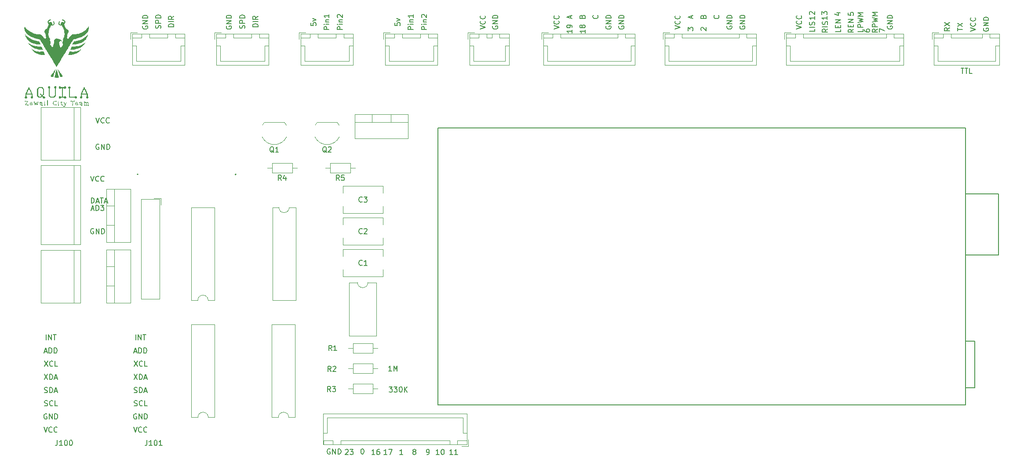
<source format=gbr>
%TF.GenerationSoftware,KiCad,Pcbnew,8.0.6*%
%TF.CreationDate,2024-12-28T01:58:13+02:00*%
%TF.ProjectId,Control_PCB,436f6e74-726f-46c5-9f50-43422e6b6963,rev?*%
%TF.SameCoordinates,Original*%
%TF.FileFunction,Legend,Top*%
%TF.FilePolarity,Positive*%
%FSLAX46Y46*%
G04 Gerber Fmt 4.6, Leading zero omitted, Abs format (unit mm)*
G04 Created by KiCad (PCBNEW 8.0.6) date 2024-12-28 01:58:13*
%MOMM*%
%LPD*%
G01*
G04 APERTURE LIST*
%ADD10C,0.150000*%
%ADD11C,0.120000*%
%ADD12C,0.200000*%
%ADD13C,0.000000*%
%ADD14C,0.127000*%
G04 APERTURE END LIST*
D10*
X223954819Y-49833332D02*
X224954819Y-49499999D01*
X224954819Y-49499999D02*
X223954819Y-49166666D01*
X224859580Y-48261904D02*
X224907200Y-48309523D01*
X224907200Y-48309523D02*
X224954819Y-48452380D01*
X224954819Y-48452380D02*
X224954819Y-48547618D01*
X224954819Y-48547618D02*
X224907200Y-48690475D01*
X224907200Y-48690475D02*
X224811961Y-48785713D01*
X224811961Y-48785713D02*
X224716723Y-48833332D01*
X224716723Y-48833332D02*
X224526247Y-48880951D01*
X224526247Y-48880951D02*
X224383390Y-48880951D01*
X224383390Y-48880951D02*
X224192914Y-48833332D01*
X224192914Y-48833332D02*
X224097676Y-48785713D01*
X224097676Y-48785713D02*
X224002438Y-48690475D01*
X224002438Y-48690475D02*
X223954819Y-48547618D01*
X223954819Y-48547618D02*
X223954819Y-48452380D01*
X223954819Y-48452380D02*
X224002438Y-48309523D01*
X224002438Y-48309523D02*
X224050057Y-48261904D01*
X224859580Y-47261904D02*
X224907200Y-47309523D01*
X224907200Y-47309523D02*
X224954819Y-47452380D01*
X224954819Y-47452380D02*
X224954819Y-47547618D01*
X224954819Y-47547618D02*
X224907200Y-47690475D01*
X224907200Y-47690475D02*
X224811961Y-47785713D01*
X224811961Y-47785713D02*
X224716723Y-47833332D01*
X224716723Y-47833332D02*
X224526247Y-47880951D01*
X224526247Y-47880951D02*
X224383390Y-47880951D01*
X224383390Y-47880951D02*
X224192914Y-47833332D01*
X224192914Y-47833332D02*
X224097676Y-47785713D01*
X224097676Y-47785713D02*
X224002438Y-47690475D01*
X224002438Y-47690475D02*
X223954819Y-47547618D01*
X223954819Y-47547618D02*
X223954819Y-47452380D01*
X223954819Y-47452380D02*
X224002438Y-47309523D01*
X224002438Y-47309523D02*
X224050057Y-47261904D01*
X221454819Y-49761904D02*
X221454819Y-49190476D01*
X222454819Y-49476190D02*
X221454819Y-49476190D01*
X221454819Y-48952380D02*
X222454819Y-48285714D01*
X221454819Y-48285714D02*
X222454819Y-48952380D01*
X219954819Y-49166666D02*
X219478628Y-49499999D01*
X219954819Y-49738094D02*
X218954819Y-49738094D01*
X218954819Y-49738094D02*
X218954819Y-49357142D01*
X218954819Y-49357142D02*
X219002438Y-49261904D01*
X219002438Y-49261904D02*
X219050057Y-49214285D01*
X219050057Y-49214285D02*
X219145295Y-49166666D01*
X219145295Y-49166666D02*
X219288152Y-49166666D01*
X219288152Y-49166666D02*
X219383390Y-49214285D01*
X219383390Y-49214285D02*
X219431009Y-49261904D01*
X219431009Y-49261904D02*
X219478628Y-49357142D01*
X219478628Y-49357142D02*
X219478628Y-49738094D01*
X218954819Y-48833332D02*
X219954819Y-48166666D01*
X218954819Y-48166666D02*
X219954819Y-48833332D01*
X226502438Y-49261904D02*
X226454819Y-49357142D01*
X226454819Y-49357142D02*
X226454819Y-49499999D01*
X226454819Y-49499999D02*
X226502438Y-49642856D01*
X226502438Y-49642856D02*
X226597676Y-49738094D01*
X226597676Y-49738094D02*
X226692914Y-49785713D01*
X226692914Y-49785713D02*
X226883390Y-49833332D01*
X226883390Y-49833332D02*
X227026247Y-49833332D01*
X227026247Y-49833332D02*
X227216723Y-49785713D01*
X227216723Y-49785713D02*
X227311961Y-49738094D01*
X227311961Y-49738094D02*
X227407200Y-49642856D01*
X227407200Y-49642856D02*
X227454819Y-49499999D01*
X227454819Y-49499999D02*
X227454819Y-49404761D01*
X227454819Y-49404761D02*
X227407200Y-49261904D01*
X227407200Y-49261904D02*
X227359580Y-49214285D01*
X227359580Y-49214285D02*
X227026247Y-49214285D01*
X227026247Y-49214285D02*
X227026247Y-49404761D01*
X227454819Y-48785713D02*
X226454819Y-48785713D01*
X226454819Y-48785713D02*
X227454819Y-48214285D01*
X227454819Y-48214285D02*
X226454819Y-48214285D01*
X227454819Y-47738094D02*
X226454819Y-47738094D01*
X226454819Y-47738094D02*
X226454819Y-47499999D01*
X226454819Y-47499999D02*
X226502438Y-47357142D01*
X226502438Y-47357142D02*
X226597676Y-47261904D01*
X226597676Y-47261904D02*
X226692914Y-47214285D01*
X226692914Y-47214285D02*
X226883390Y-47166666D01*
X226883390Y-47166666D02*
X227026247Y-47166666D01*
X227026247Y-47166666D02*
X227216723Y-47214285D01*
X227216723Y-47214285D02*
X227311961Y-47261904D01*
X227311961Y-47261904D02*
X227407200Y-47357142D01*
X227407200Y-47357142D02*
X227454819Y-47499999D01*
X227454819Y-47499999D02*
X227454819Y-47738094D01*
X64602438Y-48861904D02*
X64554819Y-48957142D01*
X64554819Y-48957142D02*
X64554819Y-49099999D01*
X64554819Y-49099999D02*
X64602438Y-49242856D01*
X64602438Y-49242856D02*
X64697676Y-49338094D01*
X64697676Y-49338094D02*
X64792914Y-49385713D01*
X64792914Y-49385713D02*
X64983390Y-49433332D01*
X64983390Y-49433332D02*
X65126247Y-49433332D01*
X65126247Y-49433332D02*
X65316723Y-49385713D01*
X65316723Y-49385713D02*
X65411961Y-49338094D01*
X65411961Y-49338094D02*
X65507200Y-49242856D01*
X65507200Y-49242856D02*
X65554819Y-49099999D01*
X65554819Y-49099999D02*
X65554819Y-49004761D01*
X65554819Y-49004761D02*
X65507200Y-48861904D01*
X65507200Y-48861904D02*
X65459580Y-48814285D01*
X65459580Y-48814285D02*
X65126247Y-48814285D01*
X65126247Y-48814285D02*
X65126247Y-49004761D01*
X65554819Y-48385713D02*
X64554819Y-48385713D01*
X64554819Y-48385713D02*
X65554819Y-47814285D01*
X65554819Y-47814285D02*
X64554819Y-47814285D01*
X65554819Y-47338094D02*
X64554819Y-47338094D01*
X64554819Y-47338094D02*
X64554819Y-47099999D01*
X64554819Y-47099999D02*
X64602438Y-46957142D01*
X64602438Y-46957142D02*
X64697676Y-46861904D01*
X64697676Y-46861904D02*
X64792914Y-46814285D01*
X64792914Y-46814285D02*
X64983390Y-46766666D01*
X64983390Y-46766666D02*
X65126247Y-46766666D01*
X65126247Y-46766666D02*
X65316723Y-46814285D01*
X65316723Y-46814285D02*
X65411961Y-46861904D01*
X65411961Y-46861904D02*
X65507200Y-46957142D01*
X65507200Y-46957142D02*
X65554819Y-47099999D01*
X65554819Y-47099999D02*
X65554819Y-47338094D01*
X175459580Y-46790476D02*
X175507200Y-46838095D01*
X175507200Y-46838095D02*
X175554819Y-46980952D01*
X175554819Y-46980952D02*
X175554819Y-47076190D01*
X175554819Y-47076190D02*
X175507200Y-47219047D01*
X175507200Y-47219047D02*
X175411961Y-47314285D01*
X175411961Y-47314285D02*
X175316723Y-47361904D01*
X175316723Y-47361904D02*
X175126247Y-47409523D01*
X175126247Y-47409523D02*
X174983390Y-47409523D01*
X174983390Y-47409523D02*
X174792914Y-47361904D01*
X174792914Y-47361904D02*
X174697676Y-47314285D01*
X174697676Y-47314285D02*
X174602438Y-47219047D01*
X174602438Y-47219047D02*
X174554819Y-47076190D01*
X174554819Y-47076190D02*
X174554819Y-46980952D01*
X174554819Y-46980952D02*
X174602438Y-46838095D01*
X174602438Y-46838095D02*
X174650057Y-46790476D01*
X109260588Y-131369819D02*
X108689160Y-131369819D01*
X108974874Y-131369819D02*
X108974874Y-130369819D01*
X108974874Y-130369819D02*
X108879636Y-130512676D01*
X108879636Y-130512676D02*
X108784398Y-130607914D01*
X108784398Y-130607914D02*
X108689160Y-130655533D01*
X110117731Y-130369819D02*
X109927255Y-130369819D01*
X109927255Y-130369819D02*
X109832017Y-130417438D01*
X109832017Y-130417438D02*
X109784398Y-130465057D01*
X109784398Y-130465057D02*
X109689160Y-130607914D01*
X109689160Y-130607914D02*
X109641541Y-130798390D01*
X109641541Y-130798390D02*
X109641541Y-131179342D01*
X109641541Y-131179342D02*
X109689160Y-131274580D01*
X109689160Y-131274580D02*
X109736779Y-131322200D01*
X109736779Y-131322200D02*
X109832017Y-131369819D01*
X109832017Y-131369819D02*
X110022493Y-131369819D01*
X110022493Y-131369819D02*
X110117731Y-131322200D01*
X110117731Y-131322200D02*
X110165350Y-131274580D01*
X110165350Y-131274580D02*
X110212969Y-131179342D01*
X110212969Y-131179342D02*
X110212969Y-130941247D01*
X110212969Y-130941247D02*
X110165350Y-130846009D01*
X110165350Y-130846009D02*
X110117731Y-130798390D01*
X110117731Y-130798390D02*
X110022493Y-130750771D01*
X110022493Y-130750771D02*
X109832017Y-130750771D01*
X109832017Y-130750771D02*
X109736779Y-130798390D01*
X109736779Y-130798390D02*
X109689160Y-130846009D01*
X109689160Y-130846009D02*
X109641541Y-130941247D01*
X55118095Y-87894438D02*
X55022857Y-87846819D01*
X55022857Y-87846819D02*
X54880000Y-87846819D01*
X54880000Y-87846819D02*
X54737143Y-87894438D01*
X54737143Y-87894438D02*
X54641905Y-87989676D01*
X54641905Y-87989676D02*
X54594286Y-88084914D01*
X54594286Y-88084914D02*
X54546667Y-88275390D01*
X54546667Y-88275390D02*
X54546667Y-88418247D01*
X54546667Y-88418247D02*
X54594286Y-88608723D01*
X54594286Y-88608723D02*
X54641905Y-88703961D01*
X54641905Y-88703961D02*
X54737143Y-88799200D01*
X54737143Y-88799200D02*
X54880000Y-88846819D01*
X54880000Y-88846819D02*
X54975238Y-88846819D01*
X54975238Y-88846819D02*
X55118095Y-88799200D01*
X55118095Y-88799200D02*
X55165714Y-88751580D01*
X55165714Y-88751580D02*
X55165714Y-88418247D01*
X55165714Y-88418247D02*
X54975238Y-88418247D01*
X55594286Y-88846819D02*
X55594286Y-87846819D01*
X55594286Y-87846819D02*
X56165714Y-88846819D01*
X56165714Y-88846819D02*
X56165714Y-87846819D01*
X56641905Y-88846819D02*
X56641905Y-87846819D01*
X56641905Y-87846819D02*
X56880000Y-87846819D01*
X56880000Y-87846819D02*
X57022857Y-87894438D01*
X57022857Y-87894438D02*
X57118095Y-87989676D01*
X57118095Y-87989676D02*
X57165714Y-88084914D01*
X57165714Y-88084914D02*
X57213333Y-88275390D01*
X57213333Y-88275390D02*
X57213333Y-88418247D01*
X57213333Y-88418247D02*
X57165714Y-88608723D01*
X57165714Y-88608723D02*
X57118095Y-88703961D01*
X57118095Y-88703961D02*
X57022857Y-88799200D01*
X57022857Y-88799200D02*
X56880000Y-88846819D01*
X56880000Y-88846819D02*
X56641905Y-88846819D01*
X203554819Y-49509523D02*
X203554819Y-49699999D01*
X203554819Y-49699999D02*
X203602438Y-49795237D01*
X203602438Y-49795237D02*
X203650057Y-49842856D01*
X203650057Y-49842856D02*
X203792914Y-49938094D01*
X203792914Y-49938094D02*
X203983390Y-49985713D01*
X203983390Y-49985713D02*
X204364342Y-49985713D01*
X204364342Y-49985713D02*
X204459580Y-49938094D01*
X204459580Y-49938094D02*
X204507200Y-49890475D01*
X204507200Y-49890475D02*
X204554819Y-49795237D01*
X204554819Y-49795237D02*
X204554819Y-49604761D01*
X204554819Y-49604761D02*
X204507200Y-49509523D01*
X204507200Y-49509523D02*
X204459580Y-49461904D01*
X204459580Y-49461904D02*
X204364342Y-49414285D01*
X204364342Y-49414285D02*
X204126247Y-49414285D01*
X204126247Y-49414285D02*
X204031009Y-49461904D01*
X204031009Y-49461904D02*
X203983390Y-49509523D01*
X203983390Y-49509523D02*
X203935771Y-49604761D01*
X203935771Y-49604761D02*
X203935771Y-49795237D01*
X203935771Y-49795237D02*
X203983390Y-49890475D01*
X203983390Y-49890475D02*
X204031009Y-49938094D01*
X204031009Y-49938094D02*
X204126247Y-49985713D01*
X200454819Y-46261904D02*
X200454819Y-46738094D01*
X200454819Y-46738094D02*
X200931009Y-46785713D01*
X200931009Y-46785713D02*
X200883390Y-46738094D01*
X200883390Y-46738094D02*
X200835771Y-46642856D01*
X200835771Y-46642856D02*
X200835771Y-46404761D01*
X200835771Y-46404761D02*
X200883390Y-46309523D01*
X200883390Y-46309523D02*
X200931009Y-46261904D01*
X200931009Y-46261904D02*
X201026247Y-46214285D01*
X201026247Y-46214285D02*
X201264342Y-46214285D01*
X201264342Y-46214285D02*
X201359580Y-46261904D01*
X201359580Y-46261904D02*
X201407200Y-46309523D01*
X201407200Y-46309523D02*
X201454819Y-46404761D01*
X201454819Y-46404761D02*
X201454819Y-46642856D01*
X201454819Y-46642856D02*
X201407200Y-46738094D01*
X201407200Y-46738094D02*
X201359580Y-46785713D01*
X112490285Y-115262819D02*
X111918857Y-115262819D01*
X112204571Y-115262819D02*
X112204571Y-114262819D01*
X112204571Y-114262819D02*
X112109333Y-114405676D01*
X112109333Y-114405676D02*
X112014095Y-114500914D01*
X112014095Y-114500914D02*
X111918857Y-114548533D01*
X112918857Y-115262819D02*
X112918857Y-114262819D01*
X112918857Y-114262819D02*
X113252190Y-114977104D01*
X113252190Y-114977104D02*
X113585523Y-114262819D01*
X113585523Y-114262819D02*
X113585523Y-115262819D01*
X103589160Y-130465057D02*
X103636779Y-130417438D01*
X103636779Y-130417438D02*
X103732017Y-130369819D01*
X103732017Y-130369819D02*
X103970112Y-130369819D01*
X103970112Y-130369819D02*
X104065350Y-130417438D01*
X104065350Y-130417438D02*
X104112969Y-130465057D01*
X104112969Y-130465057D02*
X104160588Y-130560295D01*
X104160588Y-130560295D02*
X104160588Y-130655533D01*
X104160588Y-130655533D02*
X104112969Y-130798390D01*
X104112969Y-130798390D02*
X103541541Y-131369819D01*
X103541541Y-131369819D02*
X104160588Y-131369819D01*
X104493922Y-130369819D02*
X105112969Y-130369819D01*
X105112969Y-130369819D02*
X104779636Y-130750771D01*
X104779636Y-130750771D02*
X104922493Y-130750771D01*
X104922493Y-130750771D02*
X105017731Y-130798390D01*
X105017731Y-130798390D02*
X105065350Y-130846009D01*
X105065350Y-130846009D02*
X105112969Y-130941247D01*
X105112969Y-130941247D02*
X105112969Y-131179342D01*
X105112969Y-131179342D02*
X105065350Y-131274580D01*
X105065350Y-131274580D02*
X105017731Y-131322200D01*
X105017731Y-131322200D02*
X104922493Y-131369819D01*
X104922493Y-131369819D02*
X104636779Y-131369819D01*
X104636779Y-131369819D02*
X104541541Y-131322200D01*
X104541541Y-131322200D02*
X104493922Y-131274580D01*
X119284398Y-131369819D02*
X119474874Y-131369819D01*
X119474874Y-131369819D02*
X119570112Y-131322200D01*
X119570112Y-131322200D02*
X119617731Y-131274580D01*
X119617731Y-131274580D02*
X119712969Y-131131723D01*
X119712969Y-131131723D02*
X119760588Y-130941247D01*
X119760588Y-130941247D02*
X119760588Y-130560295D01*
X119760588Y-130560295D02*
X119712969Y-130465057D01*
X119712969Y-130465057D02*
X119665350Y-130417438D01*
X119665350Y-130417438D02*
X119570112Y-130369819D01*
X119570112Y-130369819D02*
X119379636Y-130369819D01*
X119379636Y-130369819D02*
X119284398Y-130417438D01*
X119284398Y-130417438D02*
X119236779Y-130465057D01*
X119236779Y-130465057D02*
X119189160Y-130560295D01*
X119189160Y-130560295D02*
X119189160Y-130798390D01*
X119189160Y-130798390D02*
X119236779Y-130893628D01*
X119236779Y-130893628D02*
X119284398Y-130941247D01*
X119284398Y-130941247D02*
X119379636Y-130988866D01*
X119379636Y-130988866D02*
X119570112Y-130988866D01*
X119570112Y-130988866D02*
X119665350Y-130941247D01*
X119665350Y-130941247D02*
X119712969Y-130893628D01*
X119712969Y-130893628D02*
X119760588Y-130798390D01*
X206454819Y-50033332D02*
X206454819Y-49366666D01*
X206454819Y-49366666D02*
X207454819Y-49795237D01*
X103054819Y-49528570D02*
X102054819Y-49528570D01*
X102054819Y-49528570D02*
X102054819Y-49147618D01*
X102054819Y-49147618D02*
X102102438Y-49052380D01*
X102102438Y-49052380D02*
X102150057Y-49004761D01*
X102150057Y-49004761D02*
X102245295Y-48957142D01*
X102245295Y-48957142D02*
X102388152Y-48957142D01*
X102388152Y-48957142D02*
X102483390Y-49004761D01*
X102483390Y-49004761D02*
X102531009Y-49052380D01*
X102531009Y-49052380D02*
X102578628Y-49147618D01*
X102578628Y-49147618D02*
X102578628Y-49528570D01*
X103054819Y-48528570D02*
X102388152Y-48528570D01*
X102054819Y-48528570D02*
X102102438Y-48576189D01*
X102102438Y-48576189D02*
X102150057Y-48528570D01*
X102150057Y-48528570D02*
X102102438Y-48480951D01*
X102102438Y-48480951D02*
X102054819Y-48528570D01*
X102054819Y-48528570D02*
X102150057Y-48528570D01*
X102388152Y-48052380D02*
X103054819Y-48052380D01*
X102483390Y-48052380D02*
X102435771Y-48004761D01*
X102435771Y-48004761D02*
X102388152Y-47909523D01*
X102388152Y-47909523D02*
X102388152Y-47766666D01*
X102388152Y-47766666D02*
X102435771Y-47671428D01*
X102435771Y-47671428D02*
X102531009Y-47623809D01*
X102531009Y-47623809D02*
X103054819Y-47623809D01*
X102150057Y-47195237D02*
X102102438Y-47147618D01*
X102102438Y-47147618D02*
X102054819Y-47052380D01*
X102054819Y-47052380D02*
X102054819Y-46814285D01*
X102054819Y-46814285D02*
X102102438Y-46719047D01*
X102102438Y-46719047D02*
X102150057Y-46671428D01*
X102150057Y-46671428D02*
X102245295Y-46623809D01*
X102245295Y-46623809D02*
X102340533Y-46623809D01*
X102340533Y-46623809D02*
X102483390Y-46671428D01*
X102483390Y-46671428D02*
X103054819Y-47242856D01*
X103054819Y-47242856D02*
X103054819Y-46623809D01*
X169554819Y-49733332D02*
X169554819Y-49114285D01*
X169554819Y-49114285D02*
X169935771Y-49447618D01*
X169935771Y-49447618D02*
X169935771Y-49304761D01*
X169935771Y-49304761D02*
X169983390Y-49209523D01*
X169983390Y-49209523D02*
X170031009Y-49161904D01*
X170031009Y-49161904D02*
X170126247Y-49114285D01*
X170126247Y-49114285D02*
X170364342Y-49114285D01*
X170364342Y-49114285D02*
X170459580Y-49161904D01*
X170459580Y-49161904D02*
X170507200Y-49209523D01*
X170507200Y-49209523D02*
X170554819Y-49304761D01*
X170554819Y-49304761D02*
X170554819Y-49590475D01*
X170554819Y-49590475D02*
X170507200Y-49685713D01*
X170507200Y-49685713D02*
X170459580Y-49733332D01*
X198188152Y-46309523D02*
X198854819Y-46309523D01*
X197807200Y-46547618D02*
X198521485Y-46785713D01*
X198521485Y-46785713D02*
X198521485Y-46166666D01*
X70554819Y-48999999D02*
X69554819Y-48999999D01*
X69554819Y-48999999D02*
X69554819Y-48761904D01*
X69554819Y-48761904D02*
X69602438Y-48619047D01*
X69602438Y-48619047D02*
X69697676Y-48523809D01*
X69697676Y-48523809D02*
X69792914Y-48476190D01*
X69792914Y-48476190D02*
X69983390Y-48428571D01*
X69983390Y-48428571D02*
X70126247Y-48428571D01*
X70126247Y-48428571D02*
X70316723Y-48476190D01*
X70316723Y-48476190D02*
X70411961Y-48523809D01*
X70411961Y-48523809D02*
X70507200Y-48619047D01*
X70507200Y-48619047D02*
X70554819Y-48761904D01*
X70554819Y-48761904D02*
X70554819Y-48999999D01*
X70554819Y-47999999D02*
X69554819Y-47999999D01*
X70554819Y-46952381D02*
X70078628Y-47285714D01*
X70554819Y-47523809D02*
X69554819Y-47523809D01*
X69554819Y-47523809D02*
X69554819Y-47142857D01*
X69554819Y-47142857D02*
X69602438Y-47047619D01*
X69602438Y-47047619D02*
X69650057Y-47000000D01*
X69650057Y-47000000D02*
X69745295Y-46952381D01*
X69745295Y-46952381D02*
X69888152Y-46952381D01*
X69888152Y-46952381D02*
X69983390Y-47000000D01*
X69983390Y-47000000D02*
X70031009Y-47047619D01*
X70031009Y-47047619D02*
X70078628Y-47142857D01*
X70078628Y-47142857D02*
X70078628Y-47523809D01*
X152159580Y-46790476D02*
X152207200Y-46838095D01*
X152207200Y-46838095D02*
X152254819Y-46980952D01*
X152254819Y-46980952D02*
X152254819Y-47076190D01*
X152254819Y-47076190D02*
X152207200Y-47219047D01*
X152207200Y-47219047D02*
X152111961Y-47314285D01*
X152111961Y-47314285D02*
X152016723Y-47361904D01*
X152016723Y-47361904D02*
X151826247Y-47409523D01*
X151826247Y-47409523D02*
X151683390Y-47409523D01*
X151683390Y-47409523D02*
X151492914Y-47361904D01*
X151492914Y-47361904D02*
X151397676Y-47314285D01*
X151397676Y-47314285D02*
X151302438Y-47219047D01*
X151302438Y-47219047D02*
X151254819Y-47076190D01*
X151254819Y-47076190D02*
X151254819Y-46980952D01*
X151254819Y-46980952D02*
X151302438Y-46838095D01*
X151302438Y-46838095D02*
X151350057Y-46790476D01*
X143754819Y-49433332D02*
X144754819Y-49099999D01*
X144754819Y-49099999D02*
X143754819Y-48766666D01*
X144659580Y-47861904D02*
X144707200Y-47909523D01*
X144707200Y-47909523D02*
X144754819Y-48052380D01*
X144754819Y-48052380D02*
X144754819Y-48147618D01*
X144754819Y-48147618D02*
X144707200Y-48290475D01*
X144707200Y-48290475D02*
X144611961Y-48385713D01*
X144611961Y-48385713D02*
X144516723Y-48433332D01*
X144516723Y-48433332D02*
X144326247Y-48480951D01*
X144326247Y-48480951D02*
X144183390Y-48480951D01*
X144183390Y-48480951D02*
X143992914Y-48433332D01*
X143992914Y-48433332D02*
X143897676Y-48385713D01*
X143897676Y-48385713D02*
X143802438Y-48290475D01*
X143802438Y-48290475D02*
X143754819Y-48147618D01*
X143754819Y-48147618D02*
X143754819Y-48052380D01*
X143754819Y-48052380D02*
X143802438Y-47909523D01*
X143802438Y-47909523D02*
X143850057Y-47861904D01*
X144659580Y-46861904D02*
X144707200Y-46909523D01*
X144707200Y-46909523D02*
X144754819Y-47052380D01*
X144754819Y-47052380D02*
X144754819Y-47147618D01*
X144754819Y-47147618D02*
X144707200Y-47290475D01*
X144707200Y-47290475D02*
X144611961Y-47385713D01*
X144611961Y-47385713D02*
X144516723Y-47433332D01*
X144516723Y-47433332D02*
X144326247Y-47480951D01*
X144326247Y-47480951D02*
X144183390Y-47480951D01*
X144183390Y-47480951D02*
X143992914Y-47433332D01*
X143992914Y-47433332D02*
X143897676Y-47385713D01*
X143897676Y-47385713D02*
X143802438Y-47290475D01*
X143802438Y-47290475D02*
X143754819Y-47147618D01*
X143754819Y-47147618D02*
X143754819Y-47052380D01*
X143754819Y-47052380D02*
X143802438Y-46909523D01*
X143802438Y-46909523D02*
X143850057Y-46861904D01*
X193954819Y-49404761D02*
X193954819Y-49880951D01*
X193954819Y-49880951D02*
X192954819Y-49880951D01*
X193954819Y-49071427D02*
X192954819Y-49071427D01*
X193907200Y-48642856D02*
X193954819Y-48499999D01*
X193954819Y-48499999D02*
X193954819Y-48261904D01*
X193954819Y-48261904D02*
X193907200Y-48166666D01*
X193907200Y-48166666D02*
X193859580Y-48119047D01*
X193859580Y-48119047D02*
X193764342Y-48071428D01*
X193764342Y-48071428D02*
X193669104Y-48071428D01*
X193669104Y-48071428D02*
X193573866Y-48119047D01*
X193573866Y-48119047D02*
X193526247Y-48166666D01*
X193526247Y-48166666D02*
X193478628Y-48261904D01*
X193478628Y-48261904D02*
X193431009Y-48452380D01*
X193431009Y-48452380D02*
X193383390Y-48547618D01*
X193383390Y-48547618D02*
X193335771Y-48595237D01*
X193335771Y-48595237D02*
X193240533Y-48642856D01*
X193240533Y-48642856D02*
X193145295Y-48642856D01*
X193145295Y-48642856D02*
X193050057Y-48595237D01*
X193050057Y-48595237D02*
X193002438Y-48547618D01*
X193002438Y-48547618D02*
X192954819Y-48452380D01*
X192954819Y-48452380D02*
X192954819Y-48214285D01*
X192954819Y-48214285D02*
X193002438Y-48071428D01*
X56134095Y-71638438D02*
X56038857Y-71590819D01*
X56038857Y-71590819D02*
X55896000Y-71590819D01*
X55896000Y-71590819D02*
X55753143Y-71638438D01*
X55753143Y-71638438D02*
X55657905Y-71733676D01*
X55657905Y-71733676D02*
X55610286Y-71828914D01*
X55610286Y-71828914D02*
X55562667Y-72019390D01*
X55562667Y-72019390D02*
X55562667Y-72162247D01*
X55562667Y-72162247D02*
X55610286Y-72352723D01*
X55610286Y-72352723D02*
X55657905Y-72447961D01*
X55657905Y-72447961D02*
X55753143Y-72543200D01*
X55753143Y-72543200D02*
X55896000Y-72590819D01*
X55896000Y-72590819D02*
X55991238Y-72590819D01*
X55991238Y-72590819D02*
X56134095Y-72543200D01*
X56134095Y-72543200D02*
X56181714Y-72495580D01*
X56181714Y-72495580D02*
X56181714Y-72162247D01*
X56181714Y-72162247D02*
X55991238Y-72162247D01*
X56610286Y-72590819D02*
X56610286Y-71590819D01*
X56610286Y-71590819D02*
X57181714Y-72590819D01*
X57181714Y-72590819D02*
X57181714Y-71590819D01*
X57657905Y-72590819D02*
X57657905Y-71590819D01*
X57657905Y-71590819D02*
X57896000Y-71590819D01*
X57896000Y-71590819D02*
X58038857Y-71638438D01*
X58038857Y-71638438D02*
X58134095Y-71733676D01*
X58134095Y-71733676D02*
X58181714Y-71828914D01*
X58181714Y-71828914D02*
X58229333Y-72019390D01*
X58229333Y-72019390D02*
X58229333Y-72162247D01*
X58229333Y-72162247D02*
X58181714Y-72352723D01*
X58181714Y-72352723D02*
X58134095Y-72447961D01*
X58134095Y-72447961D02*
X58038857Y-72543200D01*
X58038857Y-72543200D02*
X57896000Y-72590819D01*
X57896000Y-72590819D02*
X57657905Y-72590819D01*
X116779636Y-130798390D02*
X116684398Y-130750771D01*
X116684398Y-130750771D02*
X116636779Y-130703152D01*
X116636779Y-130703152D02*
X116589160Y-130607914D01*
X116589160Y-130607914D02*
X116589160Y-130560295D01*
X116589160Y-130560295D02*
X116636779Y-130465057D01*
X116636779Y-130465057D02*
X116684398Y-130417438D01*
X116684398Y-130417438D02*
X116779636Y-130369819D01*
X116779636Y-130369819D02*
X116970112Y-130369819D01*
X116970112Y-130369819D02*
X117065350Y-130417438D01*
X117065350Y-130417438D02*
X117112969Y-130465057D01*
X117112969Y-130465057D02*
X117160588Y-130560295D01*
X117160588Y-130560295D02*
X117160588Y-130607914D01*
X117160588Y-130607914D02*
X117112969Y-130703152D01*
X117112969Y-130703152D02*
X117065350Y-130750771D01*
X117065350Y-130750771D02*
X116970112Y-130798390D01*
X116970112Y-130798390D02*
X116779636Y-130798390D01*
X116779636Y-130798390D02*
X116684398Y-130846009D01*
X116684398Y-130846009D02*
X116636779Y-130893628D01*
X116636779Y-130893628D02*
X116589160Y-130988866D01*
X116589160Y-130988866D02*
X116589160Y-131179342D01*
X116589160Y-131179342D02*
X116636779Y-131274580D01*
X116636779Y-131274580D02*
X116684398Y-131322200D01*
X116684398Y-131322200D02*
X116779636Y-131369819D01*
X116779636Y-131369819D02*
X116970112Y-131369819D01*
X116970112Y-131369819D02*
X117065350Y-131322200D01*
X117065350Y-131322200D02*
X117112969Y-131274580D01*
X117112969Y-131274580D02*
X117160588Y-131179342D01*
X117160588Y-131179342D02*
X117160588Y-130988866D01*
X117160588Y-130988866D02*
X117112969Y-130893628D01*
X117112969Y-130893628D02*
X117065350Y-130846009D01*
X117065350Y-130846009D02*
X116970112Y-130798390D01*
X201454819Y-49466666D02*
X200978628Y-49799999D01*
X201454819Y-50038094D02*
X200454819Y-50038094D01*
X200454819Y-50038094D02*
X200454819Y-49657142D01*
X200454819Y-49657142D02*
X200502438Y-49561904D01*
X200502438Y-49561904D02*
X200550057Y-49514285D01*
X200550057Y-49514285D02*
X200645295Y-49466666D01*
X200645295Y-49466666D02*
X200788152Y-49466666D01*
X200788152Y-49466666D02*
X200883390Y-49514285D01*
X200883390Y-49514285D02*
X200931009Y-49561904D01*
X200931009Y-49561904D02*
X200978628Y-49657142D01*
X200978628Y-49657142D02*
X200978628Y-50038094D01*
X200931009Y-49038094D02*
X200931009Y-48704761D01*
X201454819Y-48561904D02*
X201454819Y-49038094D01*
X201454819Y-49038094D02*
X200454819Y-49038094D01*
X200454819Y-49038094D02*
X200454819Y-48561904D01*
X201454819Y-48133332D02*
X200454819Y-48133332D01*
X200454819Y-48133332D02*
X201454819Y-47561904D01*
X201454819Y-47561904D02*
X200454819Y-47561904D01*
X114660588Y-131369819D02*
X114089160Y-131369819D01*
X114374874Y-131369819D02*
X114374874Y-130369819D01*
X114374874Y-130369819D02*
X114279636Y-130512676D01*
X114279636Y-130512676D02*
X114184398Y-130607914D01*
X114184398Y-130607914D02*
X114089160Y-130655533D01*
X172150057Y-49685713D02*
X172102438Y-49638094D01*
X172102438Y-49638094D02*
X172054819Y-49542856D01*
X172054819Y-49542856D02*
X172054819Y-49304761D01*
X172054819Y-49304761D02*
X172102438Y-49209523D01*
X172102438Y-49209523D02*
X172150057Y-49161904D01*
X172150057Y-49161904D02*
X172245295Y-49114285D01*
X172245295Y-49114285D02*
X172340533Y-49114285D01*
X172340533Y-49114285D02*
X172483390Y-49161904D01*
X172483390Y-49161904D02*
X173054819Y-49733332D01*
X173054819Y-49733332D02*
X173054819Y-49114285D01*
X179602438Y-48861904D02*
X179554819Y-48957142D01*
X179554819Y-48957142D02*
X179554819Y-49099999D01*
X179554819Y-49099999D02*
X179602438Y-49242856D01*
X179602438Y-49242856D02*
X179697676Y-49338094D01*
X179697676Y-49338094D02*
X179792914Y-49385713D01*
X179792914Y-49385713D02*
X179983390Y-49433332D01*
X179983390Y-49433332D02*
X180126247Y-49433332D01*
X180126247Y-49433332D02*
X180316723Y-49385713D01*
X180316723Y-49385713D02*
X180411961Y-49338094D01*
X180411961Y-49338094D02*
X180507200Y-49242856D01*
X180507200Y-49242856D02*
X180554819Y-49099999D01*
X180554819Y-49099999D02*
X180554819Y-49004761D01*
X180554819Y-49004761D02*
X180507200Y-48861904D01*
X180507200Y-48861904D02*
X180459580Y-48814285D01*
X180459580Y-48814285D02*
X180126247Y-48814285D01*
X180126247Y-48814285D02*
X180126247Y-49004761D01*
X180554819Y-48385713D02*
X179554819Y-48385713D01*
X179554819Y-48385713D02*
X180554819Y-47814285D01*
X180554819Y-47814285D02*
X179554819Y-47814285D01*
X180554819Y-47338094D02*
X179554819Y-47338094D01*
X179554819Y-47338094D02*
X179554819Y-47099999D01*
X179554819Y-47099999D02*
X179602438Y-46957142D01*
X179602438Y-46957142D02*
X179697676Y-46861904D01*
X179697676Y-46861904D02*
X179792914Y-46814285D01*
X179792914Y-46814285D02*
X179983390Y-46766666D01*
X179983390Y-46766666D02*
X180126247Y-46766666D01*
X180126247Y-46766666D02*
X180316723Y-46814285D01*
X180316723Y-46814285D02*
X180411961Y-46861904D01*
X180411961Y-46861904D02*
X180507200Y-46957142D01*
X180507200Y-46957142D02*
X180554819Y-47099999D01*
X180554819Y-47099999D02*
X180554819Y-47338094D01*
X111604588Y-131369819D02*
X111033160Y-131369819D01*
X111318874Y-131369819D02*
X111318874Y-130369819D01*
X111318874Y-130369819D02*
X111223636Y-130512676D01*
X111223636Y-130512676D02*
X111128398Y-130607914D01*
X111128398Y-130607914D02*
X111033160Y-130655533D01*
X111937922Y-130369819D02*
X112604588Y-130369819D01*
X112604588Y-130369819D02*
X112176017Y-131369819D01*
X167054819Y-49433332D02*
X168054819Y-49099999D01*
X168054819Y-49099999D02*
X167054819Y-48766666D01*
X167959580Y-47861904D02*
X168007200Y-47909523D01*
X168007200Y-47909523D02*
X168054819Y-48052380D01*
X168054819Y-48052380D02*
X168054819Y-48147618D01*
X168054819Y-48147618D02*
X168007200Y-48290475D01*
X168007200Y-48290475D02*
X167911961Y-48385713D01*
X167911961Y-48385713D02*
X167816723Y-48433332D01*
X167816723Y-48433332D02*
X167626247Y-48480951D01*
X167626247Y-48480951D02*
X167483390Y-48480951D01*
X167483390Y-48480951D02*
X167292914Y-48433332D01*
X167292914Y-48433332D02*
X167197676Y-48385713D01*
X167197676Y-48385713D02*
X167102438Y-48290475D01*
X167102438Y-48290475D02*
X167054819Y-48147618D01*
X167054819Y-48147618D02*
X167054819Y-48052380D01*
X167054819Y-48052380D02*
X167102438Y-47909523D01*
X167102438Y-47909523D02*
X167150057Y-47861904D01*
X167959580Y-46861904D02*
X168007200Y-46909523D01*
X168007200Y-46909523D02*
X168054819Y-47052380D01*
X168054819Y-47052380D02*
X168054819Y-47147618D01*
X168054819Y-47147618D02*
X168007200Y-47290475D01*
X168007200Y-47290475D02*
X167911961Y-47385713D01*
X167911961Y-47385713D02*
X167816723Y-47433332D01*
X167816723Y-47433332D02*
X167626247Y-47480951D01*
X167626247Y-47480951D02*
X167483390Y-47480951D01*
X167483390Y-47480951D02*
X167292914Y-47433332D01*
X167292914Y-47433332D02*
X167197676Y-47385713D01*
X167197676Y-47385713D02*
X167102438Y-47290475D01*
X167102438Y-47290475D02*
X167054819Y-47147618D01*
X167054819Y-47147618D02*
X167054819Y-47052380D01*
X167054819Y-47052380D02*
X167102438Y-46909523D01*
X167102438Y-46909523D02*
X167150057Y-46861904D01*
X196454819Y-49404761D02*
X195978628Y-49738094D01*
X196454819Y-49976189D02*
X195454819Y-49976189D01*
X195454819Y-49976189D02*
X195454819Y-49595237D01*
X195454819Y-49595237D02*
X195502438Y-49499999D01*
X195502438Y-49499999D02*
X195550057Y-49452380D01*
X195550057Y-49452380D02*
X195645295Y-49404761D01*
X195645295Y-49404761D02*
X195788152Y-49404761D01*
X195788152Y-49404761D02*
X195883390Y-49452380D01*
X195883390Y-49452380D02*
X195931009Y-49499999D01*
X195931009Y-49499999D02*
X195978628Y-49595237D01*
X195978628Y-49595237D02*
X195978628Y-49976189D01*
X196454819Y-48976189D02*
X195454819Y-48976189D01*
X196407200Y-48547618D02*
X196454819Y-48404761D01*
X196454819Y-48404761D02*
X196454819Y-48166666D01*
X196454819Y-48166666D02*
X196407200Y-48071428D01*
X196407200Y-48071428D02*
X196359580Y-48023809D01*
X196359580Y-48023809D02*
X196264342Y-47976190D01*
X196264342Y-47976190D02*
X196169104Y-47976190D01*
X196169104Y-47976190D02*
X196073866Y-48023809D01*
X196073866Y-48023809D02*
X196026247Y-48071428D01*
X196026247Y-48071428D02*
X195978628Y-48166666D01*
X195978628Y-48166666D02*
X195931009Y-48357142D01*
X195931009Y-48357142D02*
X195883390Y-48452380D01*
X195883390Y-48452380D02*
X195835771Y-48499999D01*
X195835771Y-48499999D02*
X195740533Y-48547618D01*
X195740533Y-48547618D02*
X195645295Y-48547618D01*
X195645295Y-48547618D02*
X195550057Y-48499999D01*
X195550057Y-48499999D02*
X195502438Y-48452380D01*
X195502438Y-48452380D02*
X195454819Y-48357142D01*
X195454819Y-48357142D02*
X195454819Y-48119047D01*
X195454819Y-48119047D02*
X195502438Y-47976190D01*
X198954819Y-49466666D02*
X198954819Y-49942856D01*
X198954819Y-49942856D02*
X197954819Y-49942856D01*
X198431009Y-49133332D02*
X198431009Y-48799999D01*
X198954819Y-48657142D02*
X198954819Y-49133332D01*
X198954819Y-49133332D02*
X197954819Y-49133332D01*
X197954819Y-49133332D02*
X197954819Y-48657142D01*
X198954819Y-48228570D02*
X197954819Y-48228570D01*
X197954819Y-48228570D02*
X198954819Y-47657142D01*
X198954819Y-47657142D02*
X197954819Y-47657142D01*
X80702438Y-48861904D02*
X80654819Y-48957142D01*
X80654819Y-48957142D02*
X80654819Y-49099999D01*
X80654819Y-49099999D02*
X80702438Y-49242856D01*
X80702438Y-49242856D02*
X80797676Y-49338094D01*
X80797676Y-49338094D02*
X80892914Y-49385713D01*
X80892914Y-49385713D02*
X81083390Y-49433332D01*
X81083390Y-49433332D02*
X81226247Y-49433332D01*
X81226247Y-49433332D02*
X81416723Y-49385713D01*
X81416723Y-49385713D02*
X81511961Y-49338094D01*
X81511961Y-49338094D02*
X81607200Y-49242856D01*
X81607200Y-49242856D02*
X81654819Y-49099999D01*
X81654819Y-49099999D02*
X81654819Y-49004761D01*
X81654819Y-49004761D02*
X81607200Y-48861904D01*
X81607200Y-48861904D02*
X81559580Y-48814285D01*
X81559580Y-48814285D02*
X81226247Y-48814285D01*
X81226247Y-48814285D02*
X81226247Y-49004761D01*
X81654819Y-48385713D02*
X80654819Y-48385713D01*
X80654819Y-48385713D02*
X81654819Y-47814285D01*
X81654819Y-47814285D02*
X80654819Y-47814285D01*
X81654819Y-47338094D02*
X80654819Y-47338094D01*
X80654819Y-47338094D02*
X80654819Y-47099999D01*
X80654819Y-47099999D02*
X80702438Y-46957142D01*
X80702438Y-46957142D02*
X80797676Y-46861904D01*
X80797676Y-46861904D02*
X80892914Y-46814285D01*
X80892914Y-46814285D02*
X81083390Y-46766666D01*
X81083390Y-46766666D02*
X81226247Y-46766666D01*
X81226247Y-46766666D02*
X81416723Y-46814285D01*
X81416723Y-46814285D02*
X81511961Y-46861904D01*
X81511961Y-46861904D02*
X81607200Y-46957142D01*
X81607200Y-46957142D02*
X81654819Y-47099999D01*
X81654819Y-47099999D02*
X81654819Y-47338094D01*
X119254819Y-49528570D02*
X118254819Y-49528570D01*
X118254819Y-49528570D02*
X118254819Y-49147618D01*
X118254819Y-49147618D02*
X118302438Y-49052380D01*
X118302438Y-49052380D02*
X118350057Y-49004761D01*
X118350057Y-49004761D02*
X118445295Y-48957142D01*
X118445295Y-48957142D02*
X118588152Y-48957142D01*
X118588152Y-48957142D02*
X118683390Y-49004761D01*
X118683390Y-49004761D02*
X118731009Y-49052380D01*
X118731009Y-49052380D02*
X118778628Y-49147618D01*
X118778628Y-49147618D02*
X118778628Y-49528570D01*
X119254819Y-48528570D02*
X118588152Y-48528570D01*
X118254819Y-48528570D02*
X118302438Y-48576189D01*
X118302438Y-48576189D02*
X118350057Y-48528570D01*
X118350057Y-48528570D02*
X118302438Y-48480951D01*
X118302438Y-48480951D02*
X118254819Y-48528570D01*
X118254819Y-48528570D02*
X118350057Y-48528570D01*
X118588152Y-48052380D02*
X119254819Y-48052380D01*
X118683390Y-48052380D02*
X118635771Y-48004761D01*
X118635771Y-48004761D02*
X118588152Y-47909523D01*
X118588152Y-47909523D02*
X118588152Y-47766666D01*
X118588152Y-47766666D02*
X118635771Y-47671428D01*
X118635771Y-47671428D02*
X118731009Y-47623809D01*
X118731009Y-47623809D02*
X119254819Y-47623809D01*
X118350057Y-47195237D02*
X118302438Y-47147618D01*
X118302438Y-47147618D02*
X118254819Y-47052380D01*
X118254819Y-47052380D02*
X118254819Y-46814285D01*
X118254819Y-46814285D02*
X118302438Y-46719047D01*
X118302438Y-46719047D02*
X118350057Y-46671428D01*
X118350057Y-46671428D02*
X118445295Y-46623809D01*
X118445295Y-46623809D02*
X118540533Y-46623809D01*
X118540533Y-46623809D02*
X118683390Y-46671428D01*
X118683390Y-46671428D02*
X119254819Y-47242856D01*
X119254819Y-47242856D02*
X119254819Y-46623809D01*
X106827255Y-130269819D02*
X106922493Y-130269819D01*
X106922493Y-130269819D02*
X107017731Y-130317438D01*
X107017731Y-130317438D02*
X107065350Y-130365057D01*
X107065350Y-130365057D02*
X107112969Y-130460295D01*
X107112969Y-130460295D02*
X107160588Y-130650771D01*
X107160588Y-130650771D02*
X107160588Y-130888866D01*
X107160588Y-130888866D02*
X107112969Y-131079342D01*
X107112969Y-131079342D02*
X107065350Y-131174580D01*
X107065350Y-131174580D02*
X107017731Y-131222200D01*
X107017731Y-131222200D02*
X106922493Y-131269819D01*
X106922493Y-131269819D02*
X106827255Y-131269819D01*
X106827255Y-131269819D02*
X106732017Y-131222200D01*
X106732017Y-131222200D02*
X106684398Y-131174580D01*
X106684398Y-131174580D02*
X106636779Y-131079342D01*
X106636779Y-131079342D02*
X106589160Y-130888866D01*
X106589160Y-130888866D02*
X106589160Y-130650771D01*
X106589160Y-130650771D02*
X106636779Y-130460295D01*
X106636779Y-130460295D02*
X106684398Y-130365057D01*
X106684398Y-130365057D02*
X106732017Y-130317438D01*
X106732017Y-130317438D02*
X106827255Y-130269819D01*
X196354819Y-46990476D02*
X196354819Y-47561904D01*
X196354819Y-47276190D02*
X195354819Y-47276190D01*
X195354819Y-47276190D02*
X195497676Y-47371428D01*
X195497676Y-47371428D02*
X195592914Y-47466666D01*
X195592914Y-47466666D02*
X195640533Y-47561904D01*
X195354819Y-46657142D02*
X195354819Y-46038095D01*
X195354819Y-46038095D02*
X195735771Y-46371428D01*
X195735771Y-46371428D02*
X195735771Y-46228571D01*
X195735771Y-46228571D02*
X195783390Y-46133333D01*
X195783390Y-46133333D02*
X195831009Y-46085714D01*
X195831009Y-46085714D02*
X195926247Y-46038095D01*
X195926247Y-46038095D02*
X196164342Y-46038095D01*
X196164342Y-46038095D02*
X196259580Y-46085714D01*
X196259580Y-46085714D02*
X196307200Y-46133333D01*
X196307200Y-46133333D02*
X196354819Y-46228571D01*
X196354819Y-46228571D02*
X196354819Y-46514285D01*
X196354819Y-46514285D02*
X196307200Y-46609523D01*
X196307200Y-46609523D02*
X196259580Y-46657142D01*
X124260588Y-131369819D02*
X123689160Y-131369819D01*
X123974874Y-131369819D02*
X123974874Y-130369819D01*
X123974874Y-130369819D02*
X123879636Y-130512676D01*
X123879636Y-130512676D02*
X123784398Y-130607914D01*
X123784398Y-130607914D02*
X123689160Y-130655533D01*
X125212969Y-131369819D02*
X124641541Y-131369819D01*
X124927255Y-131369819D02*
X124927255Y-130369819D01*
X124927255Y-130369819D02*
X124832017Y-130512676D01*
X124832017Y-130512676D02*
X124736779Y-130607914D01*
X124736779Y-130607914D02*
X124641541Y-130655533D01*
X153802438Y-48861904D02*
X153754819Y-48957142D01*
X153754819Y-48957142D02*
X153754819Y-49099999D01*
X153754819Y-49099999D02*
X153802438Y-49242856D01*
X153802438Y-49242856D02*
X153897676Y-49338094D01*
X153897676Y-49338094D02*
X153992914Y-49385713D01*
X153992914Y-49385713D02*
X154183390Y-49433332D01*
X154183390Y-49433332D02*
X154326247Y-49433332D01*
X154326247Y-49433332D02*
X154516723Y-49385713D01*
X154516723Y-49385713D02*
X154611961Y-49338094D01*
X154611961Y-49338094D02*
X154707200Y-49242856D01*
X154707200Y-49242856D02*
X154754819Y-49099999D01*
X154754819Y-49099999D02*
X154754819Y-49004761D01*
X154754819Y-49004761D02*
X154707200Y-48861904D01*
X154707200Y-48861904D02*
X154659580Y-48814285D01*
X154659580Y-48814285D02*
X154326247Y-48814285D01*
X154326247Y-48814285D02*
X154326247Y-49004761D01*
X154754819Y-48385713D02*
X153754819Y-48385713D01*
X153754819Y-48385713D02*
X154754819Y-47814285D01*
X154754819Y-47814285D02*
X153754819Y-47814285D01*
X154754819Y-47338094D02*
X153754819Y-47338094D01*
X153754819Y-47338094D02*
X153754819Y-47099999D01*
X153754819Y-47099999D02*
X153802438Y-46957142D01*
X153802438Y-46957142D02*
X153897676Y-46861904D01*
X153897676Y-46861904D02*
X153992914Y-46814285D01*
X153992914Y-46814285D02*
X154183390Y-46766666D01*
X154183390Y-46766666D02*
X154326247Y-46766666D01*
X154326247Y-46766666D02*
X154516723Y-46814285D01*
X154516723Y-46814285D02*
X154611961Y-46861904D01*
X154611961Y-46861904D02*
X154707200Y-46957142D01*
X154707200Y-46957142D02*
X154754819Y-47099999D01*
X154754819Y-47099999D02*
X154754819Y-47338094D01*
X116654819Y-49528570D02*
X115654819Y-49528570D01*
X115654819Y-49528570D02*
X115654819Y-49147618D01*
X115654819Y-49147618D02*
X115702438Y-49052380D01*
X115702438Y-49052380D02*
X115750057Y-49004761D01*
X115750057Y-49004761D02*
X115845295Y-48957142D01*
X115845295Y-48957142D02*
X115988152Y-48957142D01*
X115988152Y-48957142D02*
X116083390Y-49004761D01*
X116083390Y-49004761D02*
X116131009Y-49052380D01*
X116131009Y-49052380D02*
X116178628Y-49147618D01*
X116178628Y-49147618D02*
X116178628Y-49528570D01*
X116654819Y-48528570D02*
X115988152Y-48528570D01*
X115654819Y-48528570D02*
X115702438Y-48576189D01*
X115702438Y-48576189D02*
X115750057Y-48528570D01*
X115750057Y-48528570D02*
X115702438Y-48480951D01*
X115702438Y-48480951D02*
X115654819Y-48528570D01*
X115654819Y-48528570D02*
X115750057Y-48528570D01*
X115988152Y-48052380D02*
X116654819Y-48052380D01*
X116083390Y-48052380D02*
X116035771Y-48004761D01*
X116035771Y-48004761D02*
X115988152Y-47909523D01*
X115988152Y-47909523D02*
X115988152Y-47766666D01*
X115988152Y-47766666D02*
X116035771Y-47671428D01*
X116035771Y-47671428D02*
X116131009Y-47623809D01*
X116131009Y-47623809D02*
X116654819Y-47623809D01*
X116654819Y-46623809D02*
X116654819Y-47195237D01*
X116654819Y-46909523D02*
X115654819Y-46909523D01*
X115654819Y-46909523D02*
X115797676Y-47004761D01*
X115797676Y-47004761D02*
X115892914Y-47099999D01*
X115892914Y-47099999D02*
X115940533Y-47195237D01*
X206054819Y-49433333D02*
X205578628Y-49766666D01*
X206054819Y-50004761D02*
X205054819Y-50004761D01*
X205054819Y-50004761D02*
X205054819Y-49623809D01*
X205054819Y-49623809D02*
X205102438Y-49528571D01*
X205102438Y-49528571D02*
X205150057Y-49480952D01*
X205150057Y-49480952D02*
X205245295Y-49433333D01*
X205245295Y-49433333D02*
X205388152Y-49433333D01*
X205388152Y-49433333D02*
X205483390Y-49480952D01*
X205483390Y-49480952D02*
X205531009Y-49528571D01*
X205531009Y-49528571D02*
X205578628Y-49623809D01*
X205578628Y-49623809D02*
X205578628Y-50004761D01*
X206054819Y-49004761D02*
X205054819Y-49004761D01*
X205054819Y-49004761D02*
X205054819Y-48623809D01*
X205054819Y-48623809D02*
X205102438Y-48528571D01*
X205102438Y-48528571D02*
X205150057Y-48480952D01*
X205150057Y-48480952D02*
X205245295Y-48433333D01*
X205245295Y-48433333D02*
X205388152Y-48433333D01*
X205388152Y-48433333D02*
X205483390Y-48480952D01*
X205483390Y-48480952D02*
X205531009Y-48528571D01*
X205531009Y-48528571D02*
X205578628Y-48623809D01*
X205578628Y-48623809D02*
X205578628Y-49004761D01*
X205054819Y-48099999D02*
X206054819Y-47861904D01*
X206054819Y-47861904D02*
X205340533Y-47671428D01*
X205340533Y-47671428D02*
X206054819Y-47480952D01*
X206054819Y-47480952D02*
X205054819Y-47242857D01*
X206054819Y-46861904D02*
X205054819Y-46861904D01*
X205054819Y-46861904D02*
X205769104Y-46528571D01*
X205769104Y-46528571D02*
X205054819Y-46195238D01*
X205054819Y-46195238D02*
X206054819Y-46195238D01*
X177102438Y-48861904D02*
X177054819Y-48957142D01*
X177054819Y-48957142D02*
X177054819Y-49099999D01*
X177054819Y-49099999D02*
X177102438Y-49242856D01*
X177102438Y-49242856D02*
X177197676Y-49338094D01*
X177197676Y-49338094D02*
X177292914Y-49385713D01*
X177292914Y-49385713D02*
X177483390Y-49433332D01*
X177483390Y-49433332D02*
X177626247Y-49433332D01*
X177626247Y-49433332D02*
X177816723Y-49385713D01*
X177816723Y-49385713D02*
X177911961Y-49338094D01*
X177911961Y-49338094D02*
X178007200Y-49242856D01*
X178007200Y-49242856D02*
X178054819Y-49099999D01*
X178054819Y-49099999D02*
X178054819Y-49004761D01*
X178054819Y-49004761D02*
X178007200Y-48861904D01*
X178007200Y-48861904D02*
X177959580Y-48814285D01*
X177959580Y-48814285D02*
X177626247Y-48814285D01*
X177626247Y-48814285D02*
X177626247Y-49004761D01*
X178054819Y-48385713D02*
X177054819Y-48385713D01*
X177054819Y-48385713D02*
X178054819Y-47814285D01*
X178054819Y-47814285D02*
X177054819Y-47814285D01*
X178054819Y-47338094D02*
X177054819Y-47338094D01*
X177054819Y-47338094D02*
X177054819Y-47099999D01*
X177054819Y-47099999D02*
X177102438Y-46957142D01*
X177102438Y-46957142D02*
X177197676Y-46861904D01*
X177197676Y-46861904D02*
X177292914Y-46814285D01*
X177292914Y-46814285D02*
X177483390Y-46766666D01*
X177483390Y-46766666D02*
X177626247Y-46766666D01*
X177626247Y-46766666D02*
X177816723Y-46814285D01*
X177816723Y-46814285D02*
X177911961Y-46861904D01*
X177911961Y-46861904D02*
X178007200Y-46957142D01*
X178007200Y-46957142D02*
X178054819Y-47099999D01*
X178054819Y-47099999D02*
X178054819Y-47338094D01*
X190454819Y-49433332D02*
X191454819Y-49099999D01*
X191454819Y-49099999D02*
X190454819Y-48766666D01*
X191359580Y-47861904D02*
X191407200Y-47909523D01*
X191407200Y-47909523D02*
X191454819Y-48052380D01*
X191454819Y-48052380D02*
X191454819Y-48147618D01*
X191454819Y-48147618D02*
X191407200Y-48290475D01*
X191407200Y-48290475D02*
X191311961Y-48385713D01*
X191311961Y-48385713D02*
X191216723Y-48433332D01*
X191216723Y-48433332D02*
X191026247Y-48480951D01*
X191026247Y-48480951D02*
X190883390Y-48480951D01*
X190883390Y-48480951D02*
X190692914Y-48433332D01*
X190692914Y-48433332D02*
X190597676Y-48385713D01*
X190597676Y-48385713D02*
X190502438Y-48290475D01*
X190502438Y-48290475D02*
X190454819Y-48147618D01*
X190454819Y-48147618D02*
X190454819Y-48052380D01*
X190454819Y-48052380D02*
X190502438Y-47909523D01*
X190502438Y-47909523D02*
X190550057Y-47861904D01*
X191359580Y-46861904D02*
X191407200Y-46909523D01*
X191407200Y-46909523D02*
X191454819Y-47052380D01*
X191454819Y-47052380D02*
X191454819Y-47147618D01*
X191454819Y-47147618D02*
X191407200Y-47290475D01*
X191407200Y-47290475D02*
X191311961Y-47385713D01*
X191311961Y-47385713D02*
X191216723Y-47433332D01*
X191216723Y-47433332D02*
X191026247Y-47480951D01*
X191026247Y-47480951D02*
X190883390Y-47480951D01*
X190883390Y-47480951D02*
X190692914Y-47433332D01*
X190692914Y-47433332D02*
X190597676Y-47385713D01*
X190597676Y-47385713D02*
X190502438Y-47290475D01*
X190502438Y-47290475D02*
X190454819Y-47147618D01*
X190454819Y-47147618D02*
X190454819Y-47052380D01*
X190454819Y-47052380D02*
X190502438Y-46909523D01*
X190502438Y-46909523D02*
X190550057Y-46861904D01*
X121660588Y-131369819D02*
X121089160Y-131369819D01*
X121374874Y-131369819D02*
X121374874Y-130369819D01*
X121374874Y-130369819D02*
X121279636Y-130512676D01*
X121279636Y-130512676D02*
X121184398Y-130607914D01*
X121184398Y-130607914D02*
X121089160Y-130655533D01*
X122279636Y-130369819D02*
X122374874Y-130369819D01*
X122374874Y-130369819D02*
X122470112Y-130417438D01*
X122470112Y-130417438D02*
X122517731Y-130465057D01*
X122517731Y-130465057D02*
X122565350Y-130560295D01*
X122565350Y-130560295D02*
X122612969Y-130750771D01*
X122612969Y-130750771D02*
X122612969Y-130988866D01*
X122612969Y-130988866D02*
X122565350Y-131179342D01*
X122565350Y-131179342D02*
X122517731Y-131274580D01*
X122517731Y-131274580D02*
X122470112Y-131322200D01*
X122470112Y-131322200D02*
X122374874Y-131369819D01*
X122374874Y-131369819D02*
X122279636Y-131369819D01*
X122279636Y-131369819D02*
X122184398Y-131322200D01*
X122184398Y-131322200D02*
X122136779Y-131274580D01*
X122136779Y-131274580D02*
X122089160Y-131179342D01*
X122089160Y-131179342D02*
X122041541Y-130988866D01*
X122041541Y-130988866D02*
X122041541Y-130750771D01*
X122041541Y-130750771D02*
X122089160Y-130560295D01*
X122089160Y-130560295D02*
X122136779Y-130465057D01*
X122136779Y-130465057D02*
X122184398Y-130417438D01*
X122184398Y-130417438D02*
X122279636Y-130369819D01*
X54546667Y-77754819D02*
X54880000Y-78754819D01*
X54880000Y-78754819D02*
X55213333Y-77754819D01*
X56118095Y-78659580D02*
X56070476Y-78707200D01*
X56070476Y-78707200D02*
X55927619Y-78754819D01*
X55927619Y-78754819D02*
X55832381Y-78754819D01*
X55832381Y-78754819D02*
X55689524Y-78707200D01*
X55689524Y-78707200D02*
X55594286Y-78611961D01*
X55594286Y-78611961D02*
X55546667Y-78516723D01*
X55546667Y-78516723D02*
X55499048Y-78326247D01*
X55499048Y-78326247D02*
X55499048Y-78183390D01*
X55499048Y-78183390D02*
X55546667Y-77992914D01*
X55546667Y-77992914D02*
X55594286Y-77897676D01*
X55594286Y-77897676D02*
X55689524Y-77802438D01*
X55689524Y-77802438D02*
X55832381Y-77754819D01*
X55832381Y-77754819D02*
X55927619Y-77754819D01*
X55927619Y-77754819D02*
X56070476Y-77802438D01*
X56070476Y-77802438D02*
X56118095Y-77850057D01*
X57118095Y-78659580D02*
X57070476Y-78707200D01*
X57070476Y-78707200D02*
X56927619Y-78754819D01*
X56927619Y-78754819D02*
X56832381Y-78754819D01*
X56832381Y-78754819D02*
X56689524Y-78707200D01*
X56689524Y-78707200D02*
X56594286Y-78611961D01*
X56594286Y-78611961D02*
X56546667Y-78516723D01*
X56546667Y-78516723D02*
X56499048Y-78326247D01*
X56499048Y-78326247D02*
X56499048Y-78183390D01*
X56499048Y-78183390D02*
X56546667Y-77992914D01*
X56546667Y-77992914D02*
X56594286Y-77897676D01*
X56594286Y-77897676D02*
X56689524Y-77802438D01*
X56689524Y-77802438D02*
X56832381Y-77754819D01*
X56832381Y-77754819D02*
X56927619Y-77754819D01*
X56927619Y-77754819D02*
X57070476Y-77802438D01*
X57070476Y-77802438D02*
X57118095Y-77850057D01*
X68007200Y-49285713D02*
X68054819Y-49142856D01*
X68054819Y-49142856D02*
X68054819Y-48904761D01*
X68054819Y-48904761D02*
X68007200Y-48809523D01*
X68007200Y-48809523D02*
X67959580Y-48761904D01*
X67959580Y-48761904D02*
X67864342Y-48714285D01*
X67864342Y-48714285D02*
X67769104Y-48714285D01*
X67769104Y-48714285D02*
X67673866Y-48761904D01*
X67673866Y-48761904D02*
X67626247Y-48809523D01*
X67626247Y-48809523D02*
X67578628Y-48904761D01*
X67578628Y-48904761D02*
X67531009Y-49095237D01*
X67531009Y-49095237D02*
X67483390Y-49190475D01*
X67483390Y-49190475D02*
X67435771Y-49238094D01*
X67435771Y-49238094D02*
X67340533Y-49285713D01*
X67340533Y-49285713D02*
X67245295Y-49285713D01*
X67245295Y-49285713D02*
X67150057Y-49238094D01*
X67150057Y-49238094D02*
X67102438Y-49190475D01*
X67102438Y-49190475D02*
X67054819Y-49095237D01*
X67054819Y-49095237D02*
X67054819Y-48857142D01*
X67054819Y-48857142D02*
X67102438Y-48714285D01*
X68054819Y-48285713D02*
X67054819Y-48285713D01*
X67054819Y-48285713D02*
X67054819Y-47904761D01*
X67054819Y-47904761D02*
X67102438Y-47809523D01*
X67102438Y-47809523D02*
X67150057Y-47761904D01*
X67150057Y-47761904D02*
X67245295Y-47714285D01*
X67245295Y-47714285D02*
X67388152Y-47714285D01*
X67388152Y-47714285D02*
X67483390Y-47761904D01*
X67483390Y-47761904D02*
X67531009Y-47809523D01*
X67531009Y-47809523D02*
X67578628Y-47904761D01*
X67578628Y-47904761D02*
X67578628Y-48285713D01*
X68054819Y-47285713D02*
X67054819Y-47285713D01*
X67054819Y-47285713D02*
X67054819Y-47047618D01*
X67054819Y-47047618D02*
X67102438Y-46904761D01*
X67102438Y-46904761D02*
X67197676Y-46809523D01*
X67197676Y-46809523D02*
X67292914Y-46761904D01*
X67292914Y-46761904D02*
X67483390Y-46714285D01*
X67483390Y-46714285D02*
X67626247Y-46714285D01*
X67626247Y-46714285D02*
X67816723Y-46761904D01*
X67816723Y-46761904D02*
X67911961Y-46809523D01*
X67911961Y-46809523D02*
X68007200Y-46904761D01*
X68007200Y-46904761D02*
X68054819Y-47047618D01*
X68054819Y-47047618D02*
X68054819Y-47285713D01*
X193954819Y-46990476D02*
X193954819Y-47561904D01*
X193954819Y-47276190D02*
X192954819Y-47276190D01*
X192954819Y-47276190D02*
X193097676Y-47371428D01*
X193097676Y-47371428D02*
X193192914Y-47466666D01*
X193192914Y-47466666D02*
X193240533Y-47561904D01*
X193050057Y-46609523D02*
X193002438Y-46561904D01*
X193002438Y-46561904D02*
X192954819Y-46466666D01*
X192954819Y-46466666D02*
X192954819Y-46228571D01*
X192954819Y-46228571D02*
X193002438Y-46133333D01*
X193002438Y-46133333D02*
X193050057Y-46085714D01*
X193050057Y-46085714D02*
X193145295Y-46038095D01*
X193145295Y-46038095D02*
X193240533Y-46038095D01*
X193240533Y-46038095D02*
X193383390Y-46085714D01*
X193383390Y-46085714D02*
X193954819Y-46657142D01*
X193954819Y-46657142D02*
X193954819Y-46038095D01*
X54670000Y-82944819D02*
X54670000Y-81944819D01*
X54670000Y-81944819D02*
X54908095Y-81944819D01*
X54908095Y-81944819D02*
X55050952Y-81992438D01*
X55050952Y-81992438D02*
X55146190Y-82087676D01*
X55146190Y-82087676D02*
X55193809Y-82182914D01*
X55193809Y-82182914D02*
X55241428Y-82373390D01*
X55241428Y-82373390D02*
X55241428Y-82516247D01*
X55241428Y-82516247D02*
X55193809Y-82706723D01*
X55193809Y-82706723D02*
X55146190Y-82801961D01*
X55146190Y-82801961D02*
X55050952Y-82897200D01*
X55050952Y-82897200D02*
X54908095Y-82944819D01*
X54908095Y-82944819D02*
X54670000Y-82944819D01*
X55622381Y-82659104D02*
X56098571Y-82659104D01*
X55527143Y-82944819D02*
X55860476Y-81944819D01*
X55860476Y-81944819D02*
X56193809Y-82944819D01*
X56384286Y-81944819D02*
X56955714Y-81944819D01*
X56670000Y-82944819D02*
X56670000Y-81944819D01*
X57241429Y-82659104D02*
X57717619Y-82659104D01*
X57146191Y-82944819D02*
X57479524Y-81944819D01*
X57479524Y-81944819D02*
X57812857Y-82944819D01*
X156302438Y-48861904D02*
X156254819Y-48957142D01*
X156254819Y-48957142D02*
X156254819Y-49099999D01*
X156254819Y-49099999D02*
X156302438Y-49242856D01*
X156302438Y-49242856D02*
X156397676Y-49338094D01*
X156397676Y-49338094D02*
X156492914Y-49385713D01*
X156492914Y-49385713D02*
X156683390Y-49433332D01*
X156683390Y-49433332D02*
X156826247Y-49433332D01*
X156826247Y-49433332D02*
X157016723Y-49385713D01*
X157016723Y-49385713D02*
X157111961Y-49338094D01*
X157111961Y-49338094D02*
X157207200Y-49242856D01*
X157207200Y-49242856D02*
X157254819Y-49099999D01*
X157254819Y-49099999D02*
X157254819Y-49004761D01*
X157254819Y-49004761D02*
X157207200Y-48861904D01*
X157207200Y-48861904D02*
X157159580Y-48814285D01*
X157159580Y-48814285D02*
X156826247Y-48814285D01*
X156826247Y-48814285D02*
X156826247Y-49004761D01*
X157254819Y-48385713D02*
X156254819Y-48385713D01*
X156254819Y-48385713D02*
X157254819Y-47814285D01*
X157254819Y-47814285D02*
X156254819Y-47814285D01*
X157254819Y-47338094D02*
X156254819Y-47338094D01*
X156254819Y-47338094D02*
X156254819Y-47099999D01*
X156254819Y-47099999D02*
X156302438Y-46957142D01*
X156302438Y-46957142D02*
X156397676Y-46861904D01*
X156397676Y-46861904D02*
X156492914Y-46814285D01*
X156492914Y-46814285D02*
X156683390Y-46766666D01*
X156683390Y-46766666D02*
X156826247Y-46766666D01*
X156826247Y-46766666D02*
X157016723Y-46814285D01*
X157016723Y-46814285D02*
X157111961Y-46861904D01*
X157111961Y-46861904D02*
X157207200Y-46957142D01*
X157207200Y-46957142D02*
X157254819Y-47099999D01*
X157254819Y-47099999D02*
X157254819Y-47338094D01*
X96954819Y-48242857D02*
X96954819Y-48719047D01*
X96954819Y-48719047D02*
X97431009Y-48766666D01*
X97431009Y-48766666D02*
X97383390Y-48719047D01*
X97383390Y-48719047D02*
X97335771Y-48623809D01*
X97335771Y-48623809D02*
X97335771Y-48385714D01*
X97335771Y-48385714D02*
X97383390Y-48290476D01*
X97383390Y-48290476D02*
X97431009Y-48242857D01*
X97431009Y-48242857D02*
X97526247Y-48195238D01*
X97526247Y-48195238D02*
X97764342Y-48195238D01*
X97764342Y-48195238D02*
X97859580Y-48242857D01*
X97859580Y-48242857D02*
X97907200Y-48290476D01*
X97907200Y-48290476D02*
X97954819Y-48385714D01*
X97954819Y-48385714D02*
X97954819Y-48623809D01*
X97954819Y-48623809D02*
X97907200Y-48719047D01*
X97907200Y-48719047D02*
X97859580Y-48766666D01*
X97288152Y-47861904D02*
X97954819Y-47623809D01*
X97954819Y-47623809D02*
X97288152Y-47385714D01*
X84207200Y-49285713D02*
X84254819Y-49142856D01*
X84254819Y-49142856D02*
X84254819Y-48904761D01*
X84254819Y-48904761D02*
X84207200Y-48809523D01*
X84207200Y-48809523D02*
X84159580Y-48761904D01*
X84159580Y-48761904D02*
X84064342Y-48714285D01*
X84064342Y-48714285D02*
X83969104Y-48714285D01*
X83969104Y-48714285D02*
X83873866Y-48761904D01*
X83873866Y-48761904D02*
X83826247Y-48809523D01*
X83826247Y-48809523D02*
X83778628Y-48904761D01*
X83778628Y-48904761D02*
X83731009Y-49095237D01*
X83731009Y-49095237D02*
X83683390Y-49190475D01*
X83683390Y-49190475D02*
X83635771Y-49238094D01*
X83635771Y-49238094D02*
X83540533Y-49285713D01*
X83540533Y-49285713D02*
X83445295Y-49285713D01*
X83445295Y-49285713D02*
X83350057Y-49238094D01*
X83350057Y-49238094D02*
X83302438Y-49190475D01*
X83302438Y-49190475D02*
X83254819Y-49095237D01*
X83254819Y-49095237D02*
X83254819Y-48857142D01*
X83254819Y-48857142D02*
X83302438Y-48714285D01*
X84254819Y-48285713D02*
X83254819Y-48285713D01*
X83254819Y-48285713D02*
X83254819Y-47904761D01*
X83254819Y-47904761D02*
X83302438Y-47809523D01*
X83302438Y-47809523D02*
X83350057Y-47761904D01*
X83350057Y-47761904D02*
X83445295Y-47714285D01*
X83445295Y-47714285D02*
X83588152Y-47714285D01*
X83588152Y-47714285D02*
X83683390Y-47761904D01*
X83683390Y-47761904D02*
X83731009Y-47809523D01*
X83731009Y-47809523D02*
X83778628Y-47904761D01*
X83778628Y-47904761D02*
X83778628Y-48285713D01*
X84254819Y-47285713D02*
X83254819Y-47285713D01*
X83254819Y-47285713D02*
X83254819Y-47047618D01*
X83254819Y-47047618D02*
X83302438Y-46904761D01*
X83302438Y-46904761D02*
X83397676Y-46809523D01*
X83397676Y-46809523D02*
X83492914Y-46761904D01*
X83492914Y-46761904D02*
X83683390Y-46714285D01*
X83683390Y-46714285D02*
X83826247Y-46714285D01*
X83826247Y-46714285D02*
X84016723Y-46761904D01*
X84016723Y-46761904D02*
X84111961Y-46809523D01*
X84111961Y-46809523D02*
X84207200Y-46904761D01*
X84207200Y-46904761D02*
X84254819Y-47047618D01*
X84254819Y-47047618D02*
X84254819Y-47285713D01*
X55562667Y-66510819D02*
X55896000Y-67510819D01*
X55896000Y-67510819D02*
X56229333Y-66510819D01*
X57134095Y-67415580D02*
X57086476Y-67463200D01*
X57086476Y-67463200D02*
X56943619Y-67510819D01*
X56943619Y-67510819D02*
X56848381Y-67510819D01*
X56848381Y-67510819D02*
X56705524Y-67463200D01*
X56705524Y-67463200D02*
X56610286Y-67367961D01*
X56610286Y-67367961D02*
X56562667Y-67272723D01*
X56562667Y-67272723D02*
X56515048Y-67082247D01*
X56515048Y-67082247D02*
X56515048Y-66939390D01*
X56515048Y-66939390D02*
X56562667Y-66748914D01*
X56562667Y-66748914D02*
X56610286Y-66653676D01*
X56610286Y-66653676D02*
X56705524Y-66558438D01*
X56705524Y-66558438D02*
X56848381Y-66510819D01*
X56848381Y-66510819D02*
X56943619Y-66510819D01*
X56943619Y-66510819D02*
X57086476Y-66558438D01*
X57086476Y-66558438D02*
X57134095Y-66606057D01*
X58134095Y-67415580D02*
X58086476Y-67463200D01*
X58086476Y-67463200D02*
X57943619Y-67510819D01*
X57943619Y-67510819D02*
X57848381Y-67510819D01*
X57848381Y-67510819D02*
X57705524Y-67463200D01*
X57705524Y-67463200D02*
X57610286Y-67367961D01*
X57610286Y-67367961D02*
X57562667Y-67272723D01*
X57562667Y-67272723D02*
X57515048Y-67082247D01*
X57515048Y-67082247D02*
X57515048Y-66939390D01*
X57515048Y-66939390D02*
X57562667Y-66748914D01*
X57562667Y-66748914D02*
X57610286Y-66653676D01*
X57610286Y-66653676D02*
X57705524Y-66558438D01*
X57705524Y-66558438D02*
X57848381Y-66510819D01*
X57848381Y-66510819D02*
X57943619Y-66510819D01*
X57943619Y-66510819D02*
X58086476Y-66558438D01*
X58086476Y-66558438D02*
X58134095Y-66606057D01*
X208002438Y-48861904D02*
X207954819Y-48957142D01*
X207954819Y-48957142D02*
X207954819Y-49099999D01*
X207954819Y-49099999D02*
X208002438Y-49242856D01*
X208002438Y-49242856D02*
X208097676Y-49338094D01*
X208097676Y-49338094D02*
X208192914Y-49385713D01*
X208192914Y-49385713D02*
X208383390Y-49433332D01*
X208383390Y-49433332D02*
X208526247Y-49433332D01*
X208526247Y-49433332D02*
X208716723Y-49385713D01*
X208716723Y-49385713D02*
X208811961Y-49338094D01*
X208811961Y-49338094D02*
X208907200Y-49242856D01*
X208907200Y-49242856D02*
X208954819Y-49099999D01*
X208954819Y-49099999D02*
X208954819Y-49004761D01*
X208954819Y-49004761D02*
X208907200Y-48861904D01*
X208907200Y-48861904D02*
X208859580Y-48814285D01*
X208859580Y-48814285D02*
X208526247Y-48814285D01*
X208526247Y-48814285D02*
X208526247Y-49004761D01*
X208954819Y-48385713D02*
X207954819Y-48385713D01*
X207954819Y-48385713D02*
X208954819Y-47814285D01*
X208954819Y-47814285D02*
X207954819Y-47814285D01*
X208954819Y-47338094D02*
X207954819Y-47338094D01*
X207954819Y-47338094D02*
X207954819Y-47099999D01*
X207954819Y-47099999D02*
X208002438Y-46957142D01*
X208002438Y-46957142D02*
X208097676Y-46861904D01*
X208097676Y-46861904D02*
X208192914Y-46814285D01*
X208192914Y-46814285D02*
X208383390Y-46766666D01*
X208383390Y-46766666D02*
X208526247Y-46766666D01*
X208526247Y-46766666D02*
X208716723Y-46814285D01*
X208716723Y-46814285D02*
X208811961Y-46861904D01*
X208811961Y-46861904D02*
X208907200Y-46957142D01*
X208907200Y-46957142D02*
X208954819Y-47099999D01*
X208954819Y-47099999D02*
X208954819Y-47338094D01*
X203254819Y-49433333D02*
X203254819Y-49909523D01*
X203254819Y-49909523D02*
X202254819Y-49909523D01*
X203254819Y-49099999D02*
X202254819Y-49099999D01*
X202254819Y-49099999D02*
X202254819Y-48719047D01*
X202254819Y-48719047D02*
X202302438Y-48623809D01*
X202302438Y-48623809D02*
X202350057Y-48576190D01*
X202350057Y-48576190D02*
X202445295Y-48528571D01*
X202445295Y-48528571D02*
X202588152Y-48528571D01*
X202588152Y-48528571D02*
X202683390Y-48576190D01*
X202683390Y-48576190D02*
X202731009Y-48623809D01*
X202731009Y-48623809D02*
X202778628Y-48719047D01*
X202778628Y-48719047D02*
X202778628Y-49099999D01*
X202254819Y-48195237D02*
X203254819Y-47957142D01*
X203254819Y-47957142D02*
X202540533Y-47766666D01*
X202540533Y-47766666D02*
X203254819Y-47576190D01*
X203254819Y-47576190D02*
X202254819Y-47338095D01*
X203254819Y-46957142D02*
X202254819Y-46957142D01*
X202254819Y-46957142D02*
X202969104Y-46623809D01*
X202969104Y-46623809D02*
X202254819Y-46290476D01*
X202254819Y-46290476D02*
X203254819Y-46290476D01*
X129554819Y-49433332D02*
X130554819Y-49099999D01*
X130554819Y-49099999D02*
X129554819Y-48766666D01*
X130459580Y-47861904D02*
X130507200Y-47909523D01*
X130507200Y-47909523D02*
X130554819Y-48052380D01*
X130554819Y-48052380D02*
X130554819Y-48147618D01*
X130554819Y-48147618D02*
X130507200Y-48290475D01*
X130507200Y-48290475D02*
X130411961Y-48385713D01*
X130411961Y-48385713D02*
X130316723Y-48433332D01*
X130316723Y-48433332D02*
X130126247Y-48480951D01*
X130126247Y-48480951D02*
X129983390Y-48480951D01*
X129983390Y-48480951D02*
X129792914Y-48433332D01*
X129792914Y-48433332D02*
X129697676Y-48385713D01*
X129697676Y-48385713D02*
X129602438Y-48290475D01*
X129602438Y-48290475D02*
X129554819Y-48147618D01*
X129554819Y-48147618D02*
X129554819Y-48052380D01*
X129554819Y-48052380D02*
X129602438Y-47909523D01*
X129602438Y-47909523D02*
X129650057Y-47861904D01*
X130459580Y-46861904D02*
X130507200Y-46909523D01*
X130507200Y-46909523D02*
X130554819Y-47052380D01*
X130554819Y-47052380D02*
X130554819Y-47147618D01*
X130554819Y-47147618D02*
X130507200Y-47290475D01*
X130507200Y-47290475D02*
X130411961Y-47385713D01*
X130411961Y-47385713D02*
X130316723Y-47433332D01*
X130316723Y-47433332D02*
X130126247Y-47480951D01*
X130126247Y-47480951D02*
X129983390Y-47480951D01*
X129983390Y-47480951D02*
X129792914Y-47433332D01*
X129792914Y-47433332D02*
X129697676Y-47385713D01*
X129697676Y-47385713D02*
X129602438Y-47290475D01*
X129602438Y-47290475D02*
X129554819Y-47147618D01*
X129554819Y-47147618D02*
X129554819Y-47052380D01*
X129554819Y-47052380D02*
X129602438Y-46909523D01*
X129602438Y-46909523D02*
X129650057Y-46861904D01*
X86754819Y-48999999D02*
X85754819Y-48999999D01*
X85754819Y-48999999D02*
X85754819Y-48761904D01*
X85754819Y-48761904D02*
X85802438Y-48619047D01*
X85802438Y-48619047D02*
X85897676Y-48523809D01*
X85897676Y-48523809D02*
X85992914Y-48476190D01*
X85992914Y-48476190D02*
X86183390Y-48428571D01*
X86183390Y-48428571D02*
X86326247Y-48428571D01*
X86326247Y-48428571D02*
X86516723Y-48476190D01*
X86516723Y-48476190D02*
X86611961Y-48523809D01*
X86611961Y-48523809D02*
X86707200Y-48619047D01*
X86707200Y-48619047D02*
X86754819Y-48761904D01*
X86754819Y-48761904D02*
X86754819Y-48999999D01*
X86754819Y-47999999D02*
X85754819Y-47999999D01*
X86754819Y-46952381D02*
X86278628Y-47285714D01*
X86754819Y-47523809D02*
X85754819Y-47523809D01*
X85754819Y-47523809D02*
X85754819Y-47142857D01*
X85754819Y-47142857D02*
X85802438Y-47047619D01*
X85802438Y-47047619D02*
X85850057Y-47000000D01*
X85850057Y-47000000D02*
X85945295Y-46952381D01*
X85945295Y-46952381D02*
X86088152Y-46952381D01*
X86088152Y-46952381D02*
X86183390Y-47000000D01*
X86183390Y-47000000D02*
X86231009Y-47047619D01*
X86231009Y-47047619D02*
X86278628Y-47142857D01*
X86278628Y-47142857D02*
X86278628Y-47523809D01*
X149231009Y-47028571D02*
X149278628Y-46885714D01*
X149278628Y-46885714D02*
X149326247Y-46838095D01*
X149326247Y-46838095D02*
X149421485Y-46790476D01*
X149421485Y-46790476D02*
X149564342Y-46790476D01*
X149564342Y-46790476D02*
X149659580Y-46838095D01*
X149659580Y-46838095D02*
X149707200Y-46885714D01*
X149707200Y-46885714D02*
X149754819Y-46980952D01*
X149754819Y-46980952D02*
X149754819Y-47361904D01*
X149754819Y-47361904D02*
X148754819Y-47361904D01*
X148754819Y-47361904D02*
X148754819Y-47028571D01*
X148754819Y-47028571D02*
X148802438Y-46933333D01*
X148802438Y-46933333D02*
X148850057Y-46885714D01*
X148850057Y-46885714D02*
X148945295Y-46838095D01*
X148945295Y-46838095D02*
X149040533Y-46838095D01*
X149040533Y-46838095D02*
X149135771Y-46885714D01*
X149135771Y-46885714D02*
X149183390Y-46933333D01*
X149183390Y-46933333D02*
X149231009Y-47028571D01*
X149231009Y-47028571D02*
X149231009Y-47361904D01*
X146969104Y-47338094D02*
X146969104Y-46861904D01*
X147254819Y-47433332D02*
X146254819Y-47099999D01*
X146254819Y-47099999D02*
X147254819Y-46766666D01*
X172531009Y-47028571D02*
X172578628Y-46885714D01*
X172578628Y-46885714D02*
X172626247Y-46838095D01*
X172626247Y-46838095D02*
X172721485Y-46790476D01*
X172721485Y-46790476D02*
X172864342Y-46790476D01*
X172864342Y-46790476D02*
X172959580Y-46838095D01*
X172959580Y-46838095D02*
X173007200Y-46885714D01*
X173007200Y-46885714D02*
X173054819Y-46980952D01*
X173054819Y-46980952D02*
X173054819Y-47361904D01*
X173054819Y-47361904D02*
X172054819Y-47361904D01*
X172054819Y-47361904D02*
X172054819Y-47028571D01*
X172054819Y-47028571D02*
X172102438Y-46933333D01*
X172102438Y-46933333D02*
X172150057Y-46885714D01*
X172150057Y-46885714D02*
X172245295Y-46838095D01*
X172245295Y-46838095D02*
X172340533Y-46838095D01*
X172340533Y-46838095D02*
X172435771Y-46885714D01*
X172435771Y-46885714D02*
X172483390Y-46933333D01*
X172483390Y-46933333D02*
X172531009Y-47028571D01*
X172531009Y-47028571D02*
X172531009Y-47361904D01*
X54675714Y-84089104D02*
X55151904Y-84089104D01*
X54580476Y-84374819D02*
X54913809Y-83374819D01*
X54913809Y-83374819D02*
X55247142Y-84374819D01*
X55580476Y-84374819D02*
X55580476Y-83374819D01*
X55580476Y-83374819D02*
X55818571Y-83374819D01*
X55818571Y-83374819D02*
X55961428Y-83422438D01*
X55961428Y-83422438D02*
X56056666Y-83517676D01*
X56056666Y-83517676D02*
X56104285Y-83612914D01*
X56104285Y-83612914D02*
X56151904Y-83803390D01*
X56151904Y-83803390D02*
X56151904Y-83946247D01*
X56151904Y-83946247D02*
X56104285Y-84136723D01*
X56104285Y-84136723D02*
X56056666Y-84231961D01*
X56056666Y-84231961D02*
X55961428Y-84327200D01*
X55961428Y-84327200D02*
X55818571Y-84374819D01*
X55818571Y-84374819D02*
X55580476Y-84374819D01*
X56485238Y-83374819D02*
X57104285Y-83374819D01*
X57104285Y-83374819D02*
X56770952Y-83755771D01*
X56770952Y-83755771D02*
X56913809Y-83755771D01*
X56913809Y-83755771D02*
X57009047Y-83803390D01*
X57009047Y-83803390D02*
X57056666Y-83851009D01*
X57056666Y-83851009D02*
X57104285Y-83946247D01*
X57104285Y-83946247D02*
X57104285Y-84184342D01*
X57104285Y-84184342D02*
X57056666Y-84279580D01*
X57056666Y-84279580D02*
X57009047Y-84327200D01*
X57009047Y-84327200D02*
X56913809Y-84374819D01*
X56913809Y-84374819D02*
X56628095Y-84374819D01*
X56628095Y-84374819D02*
X56532857Y-84327200D01*
X56532857Y-84327200D02*
X56485238Y-84279580D01*
X147254819Y-49590476D02*
X147254819Y-50161904D01*
X147254819Y-49876190D02*
X146254819Y-49876190D01*
X146254819Y-49876190D02*
X146397676Y-49971428D01*
X146397676Y-49971428D02*
X146492914Y-50066666D01*
X146492914Y-50066666D02*
X146540533Y-50161904D01*
X147254819Y-49114285D02*
X147254819Y-48923809D01*
X147254819Y-48923809D02*
X147207200Y-48828571D01*
X147207200Y-48828571D02*
X147159580Y-48780952D01*
X147159580Y-48780952D02*
X147016723Y-48685714D01*
X147016723Y-48685714D02*
X146826247Y-48638095D01*
X146826247Y-48638095D02*
X146445295Y-48638095D01*
X146445295Y-48638095D02*
X146350057Y-48685714D01*
X146350057Y-48685714D02*
X146302438Y-48733333D01*
X146302438Y-48733333D02*
X146254819Y-48828571D01*
X146254819Y-48828571D02*
X146254819Y-49019047D01*
X146254819Y-49019047D02*
X146302438Y-49114285D01*
X146302438Y-49114285D02*
X146350057Y-49161904D01*
X146350057Y-49161904D02*
X146445295Y-49209523D01*
X146445295Y-49209523D02*
X146683390Y-49209523D01*
X146683390Y-49209523D02*
X146778628Y-49161904D01*
X146778628Y-49161904D02*
X146826247Y-49114285D01*
X146826247Y-49114285D02*
X146873866Y-49019047D01*
X146873866Y-49019047D02*
X146873866Y-48828571D01*
X146873866Y-48828571D02*
X146826247Y-48733333D01*
X146826247Y-48733333D02*
X146778628Y-48685714D01*
X146778628Y-48685714D02*
X146683390Y-48638095D01*
X100660588Y-130317438D02*
X100565350Y-130269819D01*
X100565350Y-130269819D02*
X100422493Y-130269819D01*
X100422493Y-130269819D02*
X100279636Y-130317438D01*
X100279636Y-130317438D02*
X100184398Y-130412676D01*
X100184398Y-130412676D02*
X100136779Y-130507914D01*
X100136779Y-130507914D02*
X100089160Y-130698390D01*
X100089160Y-130698390D02*
X100089160Y-130841247D01*
X100089160Y-130841247D02*
X100136779Y-131031723D01*
X100136779Y-131031723D02*
X100184398Y-131126961D01*
X100184398Y-131126961D02*
X100279636Y-131222200D01*
X100279636Y-131222200D02*
X100422493Y-131269819D01*
X100422493Y-131269819D02*
X100517731Y-131269819D01*
X100517731Y-131269819D02*
X100660588Y-131222200D01*
X100660588Y-131222200D02*
X100708207Y-131174580D01*
X100708207Y-131174580D02*
X100708207Y-130841247D01*
X100708207Y-130841247D02*
X100517731Y-130841247D01*
X101136779Y-131269819D02*
X101136779Y-130269819D01*
X101136779Y-130269819D02*
X101708207Y-131269819D01*
X101708207Y-131269819D02*
X101708207Y-130269819D01*
X102184398Y-131269819D02*
X102184398Y-130269819D01*
X102184398Y-130269819D02*
X102422493Y-130269819D01*
X102422493Y-130269819D02*
X102565350Y-130317438D01*
X102565350Y-130317438D02*
X102660588Y-130412676D01*
X102660588Y-130412676D02*
X102708207Y-130507914D01*
X102708207Y-130507914D02*
X102755826Y-130698390D01*
X102755826Y-130698390D02*
X102755826Y-130841247D01*
X102755826Y-130841247D02*
X102708207Y-131031723D01*
X102708207Y-131031723D02*
X102660588Y-131126961D01*
X102660588Y-131126961D02*
X102565350Y-131222200D01*
X102565350Y-131222200D02*
X102422493Y-131269819D01*
X102422493Y-131269819D02*
X102184398Y-131269819D01*
X132002438Y-48861904D02*
X131954819Y-48957142D01*
X131954819Y-48957142D02*
X131954819Y-49099999D01*
X131954819Y-49099999D02*
X132002438Y-49242856D01*
X132002438Y-49242856D02*
X132097676Y-49338094D01*
X132097676Y-49338094D02*
X132192914Y-49385713D01*
X132192914Y-49385713D02*
X132383390Y-49433332D01*
X132383390Y-49433332D02*
X132526247Y-49433332D01*
X132526247Y-49433332D02*
X132716723Y-49385713D01*
X132716723Y-49385713D02*
X132811961Y-49338094D01*
X132811961Y-49338094D02*
X132907200Y-49242856D01*
X132907200Y-49242856D02*
X132954819Y-49099999D01*
X132954819Y-49099999D02*
X132954819Y-49004761D01*
X132954819Y-49004761D02*
X132907200Y-48861904D01*
X132907200Y-48861904D02*
X132859580Y-48814285D01*
X132859580Y-48814285D02*
X132526247Y-48814285D01*
X132526247Y-48814285D02*
X132526247Y-49004761D01*
X132954819Y-48385713D02*
X131954819Y-48385713D01*
X131954819Y-48385713D02*
X132954819Y-47814285D01*
X132954819Y-47814285D02*
X131954819Y-47814285D01*
X132954819Y-47338094D02*
X131954819Y-47338094D01*
X131954819Y-47338094D02*
X131954819Y-47099999D01*
X131954819Y-47099999D02*
X132002438Y-46957142D01*
X132002438Y-46957142D02*
X132097676Y-46861904D01*
X132097676Y-46861904D02*
X132192914Y-46814285D01*
X132192914Y-46814285D02*
X132383390Y-46766666D01*
X132383390Y-46766666D02*
X132526247Y-46766666D01*
X132526247Y-46766666D02*
X132716723Y-46814285D01*
X132716723Y-46814285D02*
X132811961Y-46861904D01*
X132811961Y-46861904D02*
X132907200Y-46957142D01*
X132907200Y-46957142D02*
X132954819Y-47099999D01*
X132954819Y-47099999D02*
X132954819Y-47338094D01*
X170269104Y-47338094D02*
X170269104Y-46861904D01*
X170554819Y-47433332D02*
X169554819Y-47099999D01*
X169554819Y-47099999D02*
X170554819Y-46766666D01*
X100454819Y-49528570D02*
X99454819Y-49528570D01*
X99454819Y-49528570D02*
X99454819Y-49147618D01*
X99454819Y-49147618D02*
X99502438Y-49052380D01*
X99502438Y-49052380D02*
X99550057Y-49004761D01*
X99550057Y-49004761D02*
X99645295Y-48957142D01*
X99645295Y-48957142D02*
X99788152Y-48957142D01*
X99788152Y-48957142D02*
X99883390Y-49004761D01*
X99883390Y-49004761D02*
X99931009Y-49052380D01*
X99931009Y-49052380D02*
X99978628Y-49147618D01*
X99978628Y-49147618D02*
X99978628Y-49528570D01*
X100454819Y-48528570D02*
X99788152Y-48528570D01*
X99454819Y-48528570D02*
X99502438Y-48576189D01*
X99502438Y-48576189D02*
X99550057Y-48528570D01*
X99550057Y-48528570D02*
X99502438Y-48480951D01*
X99502438Y-48480951D02*
X99454819Y-48528570D01*
X99454819Y-48528570D02*
X99550057Y-48528570D01*
X99788152Y-48052380D02*
X100454819Y-48052380D01*
X99883390Y-48052380D02*
X99835771Y-48004761D01*
X99835771Y-48004761D02*
X99788152Y-47909523D01*
X99788152Y-47909523D02*
X99788152Y-47766666D01*
X99788152Y-47766666D02*
X99835771Y-47671428D01*
X99835771Y-47671428D02*
X99931009Y-47623809D01*
X99931009Y-47623809D02*
X100454819Y-47623809D01*
X100454819Y-46623809D02*
X100454819Y-47195237D01*
X100454819Y-46909523D02*
X99454819Y-46909523D01*
X99454819Y-46909523D02*
X99597676Y-47004761D01*
X99597676Y-47004761D02*
X99692914Y-47099999D01*
X99692914Y-47099999D02*
X99740533Y-47195237D01*
X149754819Y-49590476D02*
X149754819Y-50161904D01*
X149754819Y-49876190D02*
X148754819Y-49876190D01*
X148754819Y-49876190D02*
X148897676Y-49971428D01*
X148897676Y-49971428D02*
X148992914Y-50066666D01*
X148992914Y-50066666D02*
X149040533Y-50161904D01*
X149183390Y-49019047D02*
X149135771Y-49114285D01*
X149135771Y-49114285D02*
X149088152Y-49161904D01*
X149088152Y-49161904D02*
X148992914Y-49209523D01*
X148992914Y-49209523D02*
X148945295Y-49209523D01*
X148945295Y-49209523D02*
X148850057Y-49161904D01*
X148850057Y-49161904D02*
X148802438Y-49114285D01*
X148802438Y-49114285D02*
X148754819Y-49019047D01*
X148754819Y-49019047D02*
X148754819Y-48828571D01*
X148754819Y-48828571D02*
X148802438Y-48733333D01*
X148802438Y-48733333D02*
X148850057Y-48685714D01*
X148850057Y-48685714D02*
X148945295Y-48638095D01*
X148945295Y-48638095D02*
X148992914Y-48638095D01*
X148992914Y-48638095D02*
X149088152Y-48685714D01*
X149088152Y-48685714D02*
X149135771Y-48733333D01*
X149135771Y-48733333D02*
X149183390Y-48828571D01*
X149183390Y-48828571D02*
X149183390Y-49019047D01*
X149183390Y-49019047D02*
X149231009Y-49114285D01*
X149231009Y-49114285D02*
X149278628Y-49161904D01*
X149278628Y-49161904D02*
X149373866Y-49209523D01*
X149373866Y-49209523D02*
X149564342Y-49209523D01*
X149564342Y-49209523D02*
X149659580Y-49161904D01*
X149659580Y-49161904D02*
X149707200Y-49114285D01*
X149707200Y-49114285D02*
X149754819Y-49019047D01*
X149754819Y-49019047D02*
X149754819Y-48828571D01*
X149754819Y-48828571D02*
X149707200Y-48733333D01*
X149707200Y-48733333D02*
X149659580Y-48685714D01*
X149659580Y-48685714D02*
X149564342Y-48638095D01*
X149564342Y-48638095D02*
X149373866Y-48638095D01*
X149373866Y-48638095D02*
X149278628Y-48685714D01*
X149278628Y-48685714D02*
X149231009Y-48733333D01*
X149231009Y-48733333D02*
X149183390Y-48828571D01*
X112006286Y-118326819D02*
X112625333Y-118326819D01*
X112625333Y-118326819D02*
X112292000Y-118707771D01*
X112292000Y-118707771D02*
X112434857Y-118707771D01*
X112434857Y-118707771D02*
X112530095Y-118755390D01*
X112530095Y-118755390D02*
X112577714Y-118803009D01*
X112577714Y-118803009D02*
X112625333Y-118898247D01*
X112625333Y-118898247D02*
X112625333Y-119136342D01*
X112625333Y-119136342D02*
X112577714Y-119231580D01*
X112577714Y-119231580D02*
X112530095Y-119279200D01*
X112530095Y-119279200D02*
X112434857Y-119326819D01*
X112434857Y-119326819D02*
X112149143Y-119326819D01*
X112149143Y-119326819D02*
X112053905Y-119279200D01*
X112053905Y-119279200D02*
X112006286Y-119231580D01*
X112958667Y-118326819D02*
X113577714Y-118326819D01*
X113577714Y-118326819D02*
X113244381Y-118707771D01*
X113244381Y-118707771D02*
X113387238Y-118707771D01*
X113387238Y-118707771D02*
X113482476Y-118755390D01*
X113482476Y-118755390D02*
X113530095Y-118803009D01*
X113530095Y-118803009D02*
X113577714Y-118898247D01*
X113577714Y-118898247D02*
X113577714Y-119136342D01*
X113577714Y-119136342D02*
X113530095Y-119231580D01*
X113530095Y-119231580D02*
X113482476Y-119279200D01*
X113482476Y-119279200D02*
X113387238Y-119326819D01*
X113387238Y-119326819D02*
X113101524Y-119326819D01*
X113101524Y-119326819D02*
X113006286Y-119279200D01*
X113006286Y-119279200D02*
X112958667Y-119231580D01*
X114196762Y-118326819D02*
X114292000Y-118326819D01*
X114292000Y-118326819D02*
X114387238Y-118374438D01*
X114387238Y-118374438D02*
X114434857Y-118422057D01*
X114434857Y-118422057D02*
X114482476Y-118517295D01*
X114482476Y-118517295D02*
X114530095Y-118707771D01*
X114530095Y-118707771D02*
X114530095Y-118945866D01*
X114530095Y-118945866D02*
X114482476Y-119136342D01*
X114482476Y-119136342D02*
X114434857Y-119231580D01*
X114434857Y-119231580D02*
X114387238Y-119279200D01*
X114387238Y-119279200D02*
X114292000Y-119326819D01*
X114292000Y-119326819D02*
X114196762Y-119326819D01*
X114196762Y-119326819D02*
X114101524Y-119279200D01*
X114101524Y-119279200D02*
X114053905Y-119231580D01*
X114053905Y-119231580D02*
X114006286Y-119136342D01*
X114006286Y-119136342D02*
X113958667Y-118945866D01*
X113958667Y-118945866D02*
X113958667Y-118707771D01*
X113958667Y-118707771D02*
X114006286Y-118517295D01*
X114006286Y-118517295D02*
X114053905Y-118422057D01*
X114053905Y-118422057D02*
X114101524Y-118374438D01*
X114101524Y-118374438D02*
X114196762Y-118326819D01*
X114958667Y-119326819D02*
X114958667Y-118326819D01*
X115530095Y-119326819D02*
X115101524Y-118755390D01*
X115530095Y-118326819D02*
X114958667Y-118898247D01*
X113154819Y-48242857D02*
X113154819Y-48719047D01*
X113154819Y-48719047D02*
X113631009Y-48766666D01*
X113631009Y-48766666D02*
X113583390Y-48719047D01*
X113583390Y-48719047D02*
X113535771Y-48623809D01*
X113535771Y-48623809D02*
X113535771Y-48385714D01*
X113535771Y-48385714D02*
X113583390Y-48290476D01*
X113583390Y-48290476D02*
X113631009Y-48242857D01*
X113631009Y-48242857D02*
X113726247Y-48195238D01*
X113726247Y-48195238D02*
X113964342Y-48195238D01*
X113964342Y-48195238D02*
X114059580Y-48242857D01*
X114059580Y-48242857D02*
X114107200Y-48290476D01*
X114107200Y-48290476D02*
X114154819Y-48385714D01*
X114154819Y-48385714D02*
X114154819Y-48623809D01*
X114154819Y-48623809D02*
X114107200Y-48719047D01*
X114107200Y-48719047D02*
X114059580Y-48766666D01*
X113488152Y-47861904D02*
X114154819Y-47623809D01*
X114154819Y-47623809D02*
X113488152Y-47385714D01*
X65389285Y-128613819D02*
X65389285Y-129328104D01*
X65389285Y-129328104D02*
X65341666Y-129470961D01*
X65341666Y-129470961D02*
X65246428Y-129566200D01*
X65246428Y-129566200D02*
X65103571Y-129613819D01*
X65103571Y-129613819D02*
X65008333Y-129613819D01*
X66389285Y-129613819D02*
X65817857Y-129613819D01*
X66103571Y-129613819D02*
X66103571Y-128613819D01*
X66103571Y-128613819D02*
X66008333Y-128756676D01*
X66008333Y-128756676D02*
X65913095Y-128851914D01*
X65913095Y-128851914D02*
X65817857Y-128899533D01*
X67008333Y-128613819D02*
X67103571Y-128613819D01*
X67103571Y-128613819D02*
X67198809Y-128661438D01*
X67198809Y-128661438D02*
X67246428Y-128709057D01*
X67246428Y-128709057D02*
X67294047Y-128804295D01*
X67294047Y-128804295D02*
X67341666Y-128994771D01*
X67341666Y-128994771D02*
X67341666Y-129232866D01*
X67341666Y-129232866D02*
X67294047Y-129423342D01*
X67294047Y-129423342D02*
X67246428Y-129518580D01*
X67246428Y-129518580D02*
X67198809Y-129566200D01*
X67198809Y-129566200D02*
X67103571Y-129613819D01*
X67103571Y-129613819D02*
X67008333Y-129613819D01*
X67008333Y-129613819D02*
X66913095Y-129566200D01*
X66913095Y-129566200D02*
X66865476Y-129518580D01*
X66865476Y-129518580D02*
X66817857Y-129423342D01*
X66817857Y-129423342D02*
X66770238Y-129232866D01*
X66770238Y-129232866D02*
X66770238Y-128994771D01*
X66770238Y-128994771D02*
X66817857Y-128804295D01*
X66817857Y-128804295D02*
X66865476Y-128709057D01*
X66865476Y-128709057D02*
X66913095Y-128661438D01*
X66913095Y-128661438D02*
X67008333Y-128613819D01*
X68294047Y-129613819D02*
X67722619Y-129613819D01*
X68008333Y-129613819D02*
X68008333Y-128613819D01*
X68008333Y-128613819D02*
X67913095Y-128756676D01*
X67913095Y-128756676D02*
X67817857Y-128851914D01*
X67817857Y-128851914D02*
X67722619Y-128899533D01*
X63230238Y-109293819D02*
X63230238Y-108293819D01*
X63706428Y-109293819D02*
X63706428Y-108293819D01*
X63706428Y-108293819D02*
X64277856Y-109293819D01*
X64277856Y-109293819D02*
X64277856Y-108293819D01*
X64611190Y-108293819D02*
X65182618Y-108293819D01*
X64896904Y-109293819D02*
X64896904Y-108293819D01*
X62896905Y-111548104D02*
X63373095Y-111548104D01*
X62801667Y-111833819D02*
X63135000Y-110833819D01*
X63135000Y-110833819D02*
X63468333Y-111833819D01*
X63801667Y-111833819D02*
X63801667Y-110833819D01*
X63801667Y-110833819D02*
X64039762Y-110833819D01*
X64039762Y-110833819D02*
X64182619Y-110881438D01*
X64182619Y-110881438D02*
X64277857Y-110976676D01*
X64277857Y-110976676D02*
X64325476Y-111071914D01*
X64325476Y-111071914D02*
X64373095Y-111262390D01*
X64373095Y-111262390D02*
X64373095Y-111405247D01*
X64373095Y-111405247D02*
X64325476Y-111595723D01*
X64325476Y-111595723D02*
X64277857Y-111690961D01*
X64277857Y-111690961D02*
X64182619Y-111786200D01*
X64182619Y-111786200D02*
X64039762Y-111833819D01*
X64039762Y-111833819D02*
X63801667Y-111833819D01*
X64801667Y-111833819D02*
X64801667Y-110833819D01*
X64801667Y-110833819D02*
X65039762Y-110833819D01*
X65039762Y-110833819D02*
X65182619Y-110881438D01*
X65182619Y-110881438D02*
X65277857Y-110976676D01*
X65277857Y-110976676D02*
X65325476Y-111071914D01*
X65325476Y-111071914D02*
X65373095Y-111262390D01*
X65373095Y-111262390D02*
X65373095Y-111405247D01*
X65373095Y-111405247D02*
X65325476Y-111595723D01*
X65325476Y-111595723D02*
X65277857Y-111690961D01*
X65277857Y-111690961D02*
X65182619Y-111786200D01*
X65182619Y-111786200D02*
X65039762Y-111833819D01*
X65039762Y-111833819D02*
X64801667Y-111833819D01*
X62920714Y-119406200D02*
X63063571Y-119453819D01*
X63063571Y-119453819D02*
X63301666Y-119453819D01*
X63301666Y-119453819D02*
X63396904Y-119406200D01*
X63396904Y-119406200D02*
X63444523Y-119358580D01*
X63444523Y-119358580D02*
X63492142Y-119263342D01*
X63492142Y-119263342D02*
X63492142Y-119168104D01*
X63492142Y-119168104D02*
X63444523Y-119072866D01*
X63444523Y-119072866D02*
X63396904Y-119025247D01*
X63396904Y-119025247D02*
X63301666Y-118977628D01*
X63301666Y-118977628D02*
X63111190Y-118930009D01*
X63111190Y-118930009D02*
X63015952Y-118882390D01*
X63015952Y-118882390D02*
X62968333Y-118834771D01*
X62968333Y-118834771D02*
X62920714Y-118739533D01*
X62920714Y-118739533D02*
X62920714Y-118644295D01*
X62920714Y-118644295D02*
X62968333Y-118549057D01*
X62968333Y-118549057D02*
X63015952Y-118501438D01*
X63015952Y-118501438D02*
X63111190Y-118453819D01*
X63111190Y-118453819D02*
X63349285Y-118453819D01*
X63349285Y-118453819D02*
X63492142Y-118501438D01*
X63920714Y-119453819D02*
X63920714Y-118453819D01*
X63920714Y-118453819D02*
X64158809Y-118453819D01*
X64158809Y-118453819D02*
X64301666Y-118501438D01*
X64301666Y-118501438D02*
X64396904Y-118596676D01*
X64396904Y-118596676D02*
X64444523Y-118691914D01*
X64444523Y-118691914D02*
X64492142Y-118882390D01*
X64492142Y-118882390D02*
X64492142Y-119025247D01*
X64492142Y-119025247D02*
X64444523Y-119215723D01*
X64444523Y-119215723D02*
X64396904Y-119310961D01*
X64396904Y-119310961D02*
X64301666Y-119406200D01*
X64301666Y-119406200D02*
X64158809Y-119453819D01*
X64158809Y-119453819D02*
X63920714Y-119453819D01*
X64873095Y-119168104D02*
X65349285Y-119168104D01*
X64777857Y-119453819D02*
X65111190Y-118453819D01*
X65111190Y-118453819D02*
X65444523Y-119453819D01*
X62944524Y-121946200D02*
X63087381Y-121993819D01*
X63087381Y-121993819D02*
X63325476Y-121993819D01*
X63325476Y-121993819D02*
X63420714Y-121946200D01*
X63420714Y-121946200D02*
X63468333Y-121898580D01*
X63468333Y-121898580D02*
X63515952Y-121803342D01*
X63515952Y-121803342D02*
X63515952Y-121708104D01*
X63515952Y-121708104D02*
X63468333Y-121612866D01*
X63468333Y-121612866D02*
X63420714Y-121565247D01*
X63420714Y-121565247D02*
X63325476Y-121517628D01*
X63325476Y-121517628D02*
X63135000Y-121470009D01*
X63135000Y-121470009D02*
X63039762Y-121422390D01*
X63039762Y-121422390D02*
X62992143Y-121374771D01*
X62992143Y-121374771D02*
X62944524Y-121279533D01*
X62944524Y-121279533D02*
X62944524Y-121184295D01*
X62944524Y-121184295D02*
X62992143Y-121089057D01*
X62992143Y-121089057D02*
X63039762Y-121041438D01*
X63039762Y-121041438D02*
X63135000Y-120993819D01*
X63135000Y-120993819D02*
X63373095Y-120993819D01*
X63373095Y-120993819D02*
X63515952Y-121041438D01*
X64515952Y-121898580D02*
X64468333Y-121946200D01*
X64468333Y-121946200D02*
X64325476Y-121993819D01*
X64325476Y-121993819D02*
X64230238Y-121993819D01*
X64230238Y-121993819D02*
X64087381Y-121946200D01*
X64087381Y-121946200D02*
X63992143Y-121850961D01*
X63992143Y-121850961D02*
X63944524Y-121755723D01*
X63944524Y-121755723D02*
X63896905Y-121565247D01*
X63896905Y-121565247D02*
X63896905Y-121422390D01*
X63896905Y-121422390D02*
X63944524Y-121231914D01*
X63944524Y-121231914D02*
X63992143Y-121136676D01*
X63992143Y-121136676D02*
X64087381Y-121041438D01*
X64087381Y-121041438D02*
X64230238Y-120993819D01*
X64230238Y-120993819D02*
X64325476Y-120993819D01*
X64325476Y-120993819D02*
X64468333Y-121041438D01*
X64468333Y-121041438D02*
X64515952Y-121089057D01*
X65420714Y-121993819D02*
X64944524Y-121993819D01*
X64944524Y-121993819D02*
X64944524Y-120993819D01*
X62801667Y-126073819D02*
X63135000Y-127073819D01*
X63135000Y-127073819D02*
X63468333Y-126073819D01*
X64373095Y-126978580D02*
X64325476Y-127026200D01*
X64325476Y-127026200D02*
X64182619Y-127073819D01*
X64182619Y-127073819D02*
X64087381Y-127073819D01*
X64087381Y-127073819D02*
X63944524Y-127026200D01*
X63944524Y-127026200D02*
X63849286Y-126930961D01*
X63849286Y-126930961D02*
X63801667Y-126835723D01*
X63801667Y-126835723D02*
X63754048Y-126645247D01*
X63754048Y-126645247D02*
X63754048Y-126502390D01*
X63754048Y-126502390D02*
X63801667Y-126311914D01*
X63801667Y-126311914D02*
X63849286Y-126216676D01*
X63849286Y-126216676D02*
X63944524Y-126121438D01*
X63944524Y-126121438D02*
X64087381Y-126073819D01*
X64087381Y-126073819D02*
X64182619Y-126073819D01*
X64182619Y-126073819D02*
X64325476Y-126121438D01*
X64325476Y-126121438D02*
X64373095Y-126169057D01*
X65373095Y-126978580D02*
X65325476Y-127026200D01*
X65325476Y-127026200D02*
X65182619Y-127073819D01*
X65182619Y-127073819D02*
X65087381Y-127073819D01*
X65087381Y-127073819D02*
X64944524Y-127026200D01*
X64944524Y-127026200D02*
X64849286Y-126930961D01*
X64849286Y-126930961D02*
X64801667Y-126835723D01*
X64801667Y-126835723D02*
X64754048Y-126645247D01*
X64754048Y-126645247D02*
X64754048Y-126502390D01*
X64754048Y-126502390D02*
X64801667Y-126311914D01*
X64801667Y-126311914D02*
X64849286Y-126216676D01*
X64849286Y-126216676D02*
X64944524Y-126121438D01*
X64944524Y-126121438D02*
X65087381Y-126073819D01*
X65087381Y-126073819D02*
X65182619Y-126073819D01*
X65182619Y-126073819D02*
X65325476Y-126121438D01*
X65325476Y-126121438D02*
X65373095Y-126169057D01*
X63373095Y-123581438D02*
X63277857Y-123533819D01*
X63277857Y-123533819D02*
X63135000Y-123533819D01*
X63135000Y-123533819D02*
X62992143Y-123581438D01*
X62992143Y-123581438D02*
X62896905Y-123676676D01*
X62896905Y-123676676D02*
X62849286Y-123771914D01*
X62849286Y-123771914D02*
X62801667Y-123962390D01*
X62801667Y-123962390D02*
X62801667Y-124105247D01*
X62801667Y-124105247D02*
X62849286Y-124295723D01*
X62849286Y-124295723D02*
X62896905Y-124390961D01*
X62896905Y-124390961D02*
X62992143Y-124486200D01*
X62992143Y-124486200D02*
X63135000Y-124533819D01*
X63135000Y-124533819D02*
X63230238Y-124533819D01*
X63230238Y-124533819D02*
X63373095Y-124486200D01*
X63373095Y-124486200D02*
X63420714Y-124438580D01*
X63420714Y-124438580D02*
X63420714Y-124105247D01*
X63420714Y-124105247D02*
X63230238Y-124105247D01*
X63849286Y-124533819D02*
X63849286Y-123533819D01*
X63849286Y-123533819D02*
X64420714Y-124533819D01*
X64420714Y-124533819D02*
X64420714Y-123533819D01*
X64896905Y-124533819D02*
X64896905Y-123533819D01*
X64896905Y-123533819D02*
X65135000Y-123533819D01*
X65135000Y-123533819D02*
X65277857Y-123581438D01*
X65277857Y-123581438D02*
X65373095Y-123676676D01*
X65373095Y-123676676D02*
X65420714Y-123771914D01*
X65420714Y-123771914D02*
X65468333Y-123962390D01*
X65468333Y-123962390D02*
X65468333Y-124105247D01*
X65468333Y-124105247D02*
X65420714Y-124295723D01*
X65420714Y-124295723D02*
X65373095Y-124390961D01*
X65373095Y-124390961D02*
X65277857Y-124486200D01*
X65277857Y-124486200D02*
X65135000Y-124533819D01*
X65135000Y-124533819D02*
X64896905Y-124533819D01*
X62896905Y-113373819D02*
X63563571Y-114373819D01*
X63563571Y-113373819D02*
X62896905Y-114373819D01*
X64515952Y-114278580D02*
X64468333Y-114326200D01*
X64468333Y-114326200D02*
X64325476Y-114373819D01*
X64325476Y-114373819D02*
X64230238Y-114373819D01*
X64230238Y-114373819D02*
X64087381Y-114326200D01*
X64087381Y-114326200D02*
X63992143Y-114230961D01*
X63992143Y-114230961D02*
X63944524Y-114135723D01*
X63944524Y-114135723D02*
X63896905Y-113945247D01*
X63896905Y-113945247D02*
X63896905Y-113802390D01*
X63896905Y-113802390D02*
X63944524Y-113611914D01*
X63944524Y-113611914D02*
X63992143Y-113516676D01*
X63992143Y-113516676D02*
X64087381Y-113421438D01*
X64087381Y-113421438D02*
X64230238Y-113373819D01*
X64230238Y-113373819D02*
X64325476Y-113373819D01*
X64325476Y-113373819D02*
X64468333Y-113421438D01*
X64468333Y-113421438D02*
X64515952Y-113469057D01*
X65420714Y-114373819D02*
X64944524Y-114373819D01*
X64944524Y-114373819D02*
X64944524Y-113373819D01*
X62873095Y-115913819D02*
X63539761Y-116913819D01*
X63539761Y-115913819D02*
X62873095Y-116913819D01*
X63920714Y-116913819D02*
X63920714Y-115913819D01*
X63920714Y-115913819D02*
X64158809Y-115913819D01*
X64158809Y-115913819D02*
X64301666Y-115961438D01*
X64301666Y-115961438D02*
X64396904Y-116056676D01*
X64396904Y-116056676D02*
X64444523Y-116151914D01*
X64444523Y-116151914D02*
X64492142Y-116342390D01*
X64492142Y-116342390D02*
X64492142Y-116485247D01*
X64492142Y-116485247D02*
X64444523Y-116675723D01*
X64444523Y-116675723D02*
X64396904Y-116770961D01*
X64396904Y-116770961D02*
X64301666Y-116866200D01*
X64301666Y-116866200D02*
X64158809Y-116913819D01*
X64158809Y-116913819D02*
X63920714Y-116913819D01*
X64873095Y-116628104D02*
X65349285Y-116628104D01*
X64777857Y-116913819D02*
X65111190Y-115913819D01*
X65111190Y-115913819D02*
X65444523Y-116913819D01*
X106827333Y-94847580D02*
X106779714Y-94895200D01*
X106779714Y-94895200D02*
X106636857Y-94942819D01*
X106636857Y-94942819D02*
X106541619Y-94942819D01*
X106541619Y-94942819D02*
X106398762Y-94895200D01*
X106398762Y-94895200D02*
X106303524Y-94799961D01*
X106303524Y-94799961D02*
X106255905Y-94704723D01*
X106255905Y-94704723D02*
X106208286Y-94514247D01*
X106208286Y-94514247D02*
X106208286Y-94371390D01*
X106208286Y-94371390D02*
X106255905Y-94180914D01*
X106255905Y-94180914D02*
X106303524Y-94085676D01*
X106303524Y-94085676D02*
X106398762Y-93990438D01*
X106398762Y-93990438D02*
X106541619Y-93942819D01*
X106541619Y-93942819D02*
X106636857Y-93942819D01*
X106636857Y-93942819D02*
X106779714Y-93990438D01*
X106779714Y-93990438D02*
X106827333Y-94038057D01*
X107779714Y-94942819D02*
X107208286Y-94942819D01*
X107494000Y-94942819D02*
X107494000Y-93942819D01*
X107494000Y-93942819D02*
X107398762Y-94085676D01*
X107398762Y-94085676D02*
X107303524Y-94180914D01*
X107303524Y-94180914D02*
X107208286Y-94228533D01*
X100753333Y-119274819D02*
X100420000Y-118798628D01*
X100181905Y-119274819D02*
X100181905Y-118274819D01*
X100181905Y-118274819D02*
X100562857Y-118274819D01*
X100562857Y-118274819D02*
X100658095Y-118322438D01*
X100658095Y-118322438D02*
X100705714Y-118370057D01*
X100705714Y-118370057D02*
X100753333Y-118465295D01*
X100753333Y-118465295D02*
X100753333Y-118608152D01*
X100753333Y-118608152D02*
X100705714Y-118703390D01*
X100705714Y-118703390D02*
X100658095Y-118751009D01*
X100658095Y-118751009D02*
X100562857Y-118798628D01*
X100562857Y-118798628D02*
X100181905Y-118798628D01*
X101086667Y-118274819D02*
X101705714Y-118274819D01*
X101705714Y-118274819D02*
X101372381Y-118655771D01*
X101372381Y-118655771D02*
X101515238Y-118655771D01*
X101515238Y-118655771D02*
X101610476Y-118703390D01*
X101610476Y-118703390D02*
X101658095Y-118751009D01*
X101658095Y-118751009D02*
X101705714Y-118846247D01*
X101705714Y-118846247D02*
X101705714Y-119084342D01*
X101705714Y-119084342D02*
X101658095Y-119179580D01*
X101658095Y-119179580D02*
X101610476Y-119227200D01*
X101610476Y-119227200D02*
X101515238Y-119274819D01*
X101515238Y-119274819D02*
X101229524Y-119274819D01*
X101229524Y-119274819D02*
X101134286Y-119227200D01*
X101134286Y-119227200D02*
X101086667Y-119179580D01*
X91273333Y-78574819D02*
X90940000Y-78098628D01*
X90701905Y-78574819D02*
X90701905Y-77574819D01*
X90701905Y-77574819D02*
X91082857Y-77574819D01*
X91082857Y-77574819D02*
X91178095Y-77622438D01*
X91178095Y-77622438D02*
X91225714Y-77670057D01*
X91225714Y-77670057D02*
X91273333Y-77765295D01*
X91273333Y-77765295D02*
X91273333Y-77908152D01*
X91273333Y-77908152D02*
X91225714Y-78003390D01*
X91225714Y-78003390D02*
X91178095Y-78051009D01*
X91178095Y-78051009D02*
X91082857Y-78098628D01*
X91082857Y-78098628D02*
X90701905Y-78098628D01*
X92130476Y-77908152D02*
X92130476Y-78574819D01*
X91892381Y-77527200D02*
X91654286Y-78241485D01*
X91654286Y-78241485D02*
X92273333Y-78241485D01*
X48117285Y-128613819D02*
X48117285Y-129328104D01*
X48117285Y-129328104D02*
X48069666Y-129470961D01*
X48069666Y-129470961D02*
X47974428Y-129566200D01*
X47974428Y-129566200D02*
X47831571Y-129613819D01*
X47831571Y-129613819D02*
X47736333Y-129613819D01*
X49117285Y-129613819D02*
X48545857Y-129613819D01*
X48831571Y-129613819D02*
X48831571Y-128613819D01*
X48831571Y-128613819D02*
X48736333Y-128756676D01*
X48736333Y-128756676D02*
X48641095Y-128851914D01*
X48641095Y-128851914D02*
X48545857Y-128899533D01*
X49736333Y-128613819D02*
X49831571Y-128613819D01*
X49831571Y-128613819D02*
X49926809Y-128661438D01*
X49926809Y-128661438D02*
X49974428Y-128709057D01*
X49974428Y-128709057D02*
X50022047Y-128804295D01*
X50022047Y-128804295D02*
X50069666Y-128994771D01*
X50069666Y-128994771D02*
X50069666Y-129232866D01*
X50069666Y-129232866D02*
X50022047Y-129423342D01*
X50022047Y-129423342D02*
X49974428Y-129518580D01*
X49974428Y-129518580D02*
X49926809Y-129566200D01*
X49926809Y-129566200D02*
X49831571Y-129613819D01*
X49831571Y-129613819D02*
X49736333Y-129613819D01*
X49736333Y-129613819D02*
X49641095Y-129566200D01*
X49641095Y-129566200D02*
X49593476Y-129518580D01*
X49593476Y-129518580D02*
X49545857Y-129423342D01*
X49545857Y-129423342D02*
X49498238Y-129232866D01*
X49498238Y-129232866D02*
X49498238Y-128994771D01*
X49498238Y-128994771D02*
X49545857Y-128804295D01*
X49545857Y-128804295D02*
X49593476Y-128709057D01*
X49593476Y-128709057D02*
X49641095Y-128661438D01*
X49641095Y-128661438D02*
X49736333Y-128613819D01*
X50688714Y-128613819D02*
X50783952Y-128613819D01*
X50783952Y-128613819D02*
X50879190Y-128661438D01*
X50879190Y-128661438D02*
X50926809Y-128709057D01*
X50926809Y-128709057D02*
X50974428Y-128804295D01*
X50974428Y-128804295D02*
X51022047Y-128994771D01*
X51022047Y-128994771D02*
X51022047Y-129232866D01*
X51022047Y-129232866D02*
X50974428Y-129423342D01*
X50974428Y-129423342D02*
X50926809Y-129518580D01*
X50926809Y-129518580D02*
X50879190Y-129566200D01*
X50879190Y-129566200D02*
X50783952Y-129613819D01*
X50783952Y-129613819D02*
X50688714Y-129613819D01*
X50688714Y-129613819D02*
X50593476Y-129566200D01*
X50593476Y-129566200D02*
X50545857Y-129518580D01*
X50545857Y-129518580D02*
X50498238Y-129423342D01*
X50498238Y-129423342D02*
X50450619Y-129232866D01*
X50450619Y-129232866D02*
X50450619Y-128994771D01*
X50450619Y-128994771D02*
X50498238Y-128804295D01*
X50498238Y-128804295D02*
X50545857Y-128709057D01*
X50545857Y-128709057D02*
X50593476Y-128661438D01*
X50593476Y-128661438D02*
X50688714Y-128613819D01*
X45624905Y-113373819D02*
X46291571Y-114373819D01*
X46291571Y-113373819D02*
X45624905Y-114373819D01*
X47243952Y-114278580D02*
X47196333Y-114326200D01*
X47196333Y-114326200D02*
X47053476Y-114373819D01*
X47053476Y-114373819D02*
X46958238Y-114373819D01*
X46958238Y-114373819D02*
X46815381Y-114326200D01*
X46815381Y-114326200D02*
X46720143Y-114230961D01*
X46720143Y-114230961D02*
X46672524Y-114135723D01*
X46672524Y-114135723D02*
X46624905Y-113945247D01*
X46624905Y-113945247D02*
X46624905Y-113802390D01*
X46624905Y-113802390D02*
X46672524Y-113611914D01*
X46672524Y-113611914D02*
X46720143Y-113516676D01*
X46720143Y-113516676D02*
X46815381Y-113421438D01*
X46815381Y-113421438D02*
X46958238Y-113373819D01*
X46958238Y-113373819D02*
X47053476Y-113373819D01*
X47053476Y-113373819D02*
X47196333Y-113421438D01*
X47196333Y-113421438D02*
X47243952Y-113469057D01*
X48148714Y-114373819D02*
X47672524Y-114373819D01*
X47672524Y-114373819D02*
X47672524Y-113373819D01*
X45624905Y-111548104D02*
X46101095Y-111548104D01*
X45529667Y-111833819D02*
X45863000Y-110833819D01*
X45863000Y-110833819D02*
X46196333Y-111833819D01*
X46529667Y-111833819D02*
X46529667Y-110833819D01*
X46529667Y-110833819D02*
X46767762Y-110833819D01*
X46767762Y-110833819D02*
X46910619Y-110881438D01*
X46910619Y-110881438D02*
X47005857Y-110976676D01*
X47005857Y-110976676D02*
X47053476Y-111071914D01*
X47053476Y-111071914D02*
X47101095Y-111262390D01*
X47101095Y-111262390D02*
X47101095Y-111405247D01*
X47101095Y-111405247D02*
X47053476Y-111595723D01*
X47053476Y-111595723D02*
X47005857Y-111690961D01*
X47005857Y-111690961D02*
X46910619Y-111786200D01*
X46910619Y-111786200D02*
X46767762Y-111833819D01*
X46767762Y-111833819D02*
X46529667Y-111833819D01*
X47529667Y-111833819D02*
X47529667Y-110833819D01*
X47529667Y-110833819D02*
X47767762Y-110833819D01*
X47767762Y-110833819D02*
X47910619Y-110881438D01*
X47910619Y-110881438D02*
X48005857Y-110976676D01*
X48005857Y-110976676D02*
X48053476Y-111071914D01*
X48053476Y-111071914D02*
X48101095Y-111262390D01*
X48101095Y-111262390D02*
X48101095Y-111405247D01*
X48101095Y-111405247D02*
X48053476Y-111595723D01*
X48053476Y-111595723D02*
X48005857Y-111690961D01*
X48005857Y-111690961D02*
X47910619Y-111786200D01*
X47910619Y-111786200D02*
X47767762Y-111833819D01*
X47767762Y-111833819D02*
X47529667Y-111833819D01*
X45529667Y-126073819D02*
X45863000Y-127073819D01*
X45863000Y-127073819D02*
X46196333Y-126073819D01*
X47101095Y-126978580D02*
X47053476Y-127026200D01*
X47053476Y-127026200D02*
X46910619Y-127073819D01*
X46910619Y-127073819D02*
X46815381Y-127073819D01*
X46815381Y-127073819D02*
X46672524Y-127026200D01*
X46672524Y-127026200D02*
X46577286Y-126930961D01*
X46577286Y-126930961D02*
X46529667Y-126835723D01*
X46529667Y-126835723D02*
X46482048Y-126645247D01*
X46482048Y-126645247D02*
X46482048Y-126502390D01*
X46482048Y-126502390D02*
X46529667Y-126311914D01*
X46529667Y-126311914D02*
X46577286Y-126216676D01*
X46577286Y-126216676D02*
X46672524Y-126121438D01*
X46672524Y-126121438D02*
X46815381Y-126073819D01*
X46815381Y-126073819D02*
X46910619Y-126073819D01*
X46910619Y-126073819D02*
X47053476Y-126121438D01*
X47053476Y-126121438D02*
X47101095Y-126169057D01*
X48101095Y-126978580D02*
X48053476Y-127026200D01*
X48053476Y-127026200D02*
X47910619Y-127073819D01*
X47910619Y-127073819D02*
X47815381Y-127073819D01*
X47815381Y-127073819D02*
X47672524Y-127026200D01*
X47672524Y-127026200D02*
X47577286Y-126930961D01*
X47577286Y-126930961D02*
X47529667Y-126835723D01*
X47529667Y-126835723D02*
X47482048Y-126645247D01*
X47482048Y-126645247D02*
X47482048Y-126502390D01*
X47482048Y-126502390D02*
X47529667Y-126311914D01*
X47529667Y-126311914D02*
X47577286Y-126216676D01*
X47577286Y-126216676D02*
X47672524Y-126121438D01*
X47672524Y-126121438D02*
X47815381Y-126073819D01*
X47815381Y-126073819D02*
X47910619Y-126073819D01*
X47910619Y-126073819D02*
X48053476Y-126121438D01*
X48053476Y-126121438D02*
X48101095Y-126169057D01*
X45601095Y-115913819D02*
X46267761Y-116913819D01*
X46267761Y-115913819D02*
X45601095Y-116913819D01*
X46648714Y-116913819D02*
X46648714Y-115913819D01*
X46648714Y-115913819D02*
X46886809Y-115913819D01*
X46886809Y-115913819D02*
X47029666Y-115961438D01*
X47029666Y-115961438D02*
X47124904Y-116056676D01*
X47124904Y-116056676D02*
X47172523Y-116151914D01*
X47172523Y-116151914D02*
X47220142Y-116342390D01*
X47220142Y-116342390D02*
X47220142Y-116485247D01*
X47220142Y-116485247D02*
X47172523Y-116675723D01*
X47172523Y-116675723D02*
X47124904Y-116770961D01*
X47124904Y-116770961D02*
X47029666Y-116866200D01*
X47029666Y-116866200D02*
X46886809Y-116913819D01*
X46886809Y-116913819D02*
X46648714Y-116913819D01*
X47601095Y-116628104D02*
X48077285Y-116628104D01*
X47505857Y-116913819D02*
X47839190Y-115913819D01*
X47839190Y-115913819D02*
X48172523Y-116913819D01*
X45672524Y-121946200D02*
X45815381Y-121993819D01*
X45815381Y-121993819D02*
X46053476Y-121993819D01*
X46053476Y-121993819D02*
X46148714Y-121946200D01*
X46148714Y-121946200D02*
X46196333Y-121898580D01*
X46196333Y-121898580D02*
X46243952Y-121803342D01*
X46243952Y-121803342D02*
X46243952Y-121708104D01*
X46243952Y-121708104D02*
X46196333Y-121612866D01*
X46196333Y-121612866D02*
X46148714Y-121565247D01*
X46148714Y-121565247D02*
X46053476Y-121517628D01*
X46053476Y-121517628D02*
X45863000Y-121470009D01*
X45863000Y-121470009D02*
X45767762Y-121422390D01*
X45767762Y-121422390D02*
X45720143Y-121374771D01*
X45720143Y-121374771D02*
X45672524Y-121279533D01*
X45672524Y-121279533D02*
X45672524Y-121184295D01*
X45672524Y-121184295D02*
X45720143Y-121089057D01*
X45720143Y-121089057D02*
X45767762Y-121041438D01*
X45767762Y-121041438D02*
X45863000Y-120993819D01*
X45863000Y-120993819D02*
X46101095Y-120993819D01*
X46101095Y-120993819D02*
X46243952Y-121041438D01*
X47243952Y-121898580D02*
X47196333Y-121946200D01*
X47196333Y-121946200D02*
X47053476Y-121993819D01*
X47053476Y-121993819D02*
X46958238Y-121993819D01*
X46958238Y-121993819D02*
X46815381Y-121946200D01*
X46815381Y-121946200D02*
X46720143Y-121850961D01*
X46720143Y-121850961D02*
X46672524Y-121755723D01*
X46672524Y-121755723D02*
X46624905Y-121565247D01*
X46624905Y-121565247D02*
X46624905Y-121422390D01*
X46624905Y-121422390D02*
X46672524Y-121231914D01*
X46672524Y-121231914D02*
X46720143Y-121136676D01*
X46720143Y-121136676D02*
X46815381Y-121041438D01*
X46815381Y-121041438D02*
X46958238Y-120993819D01*
X46958238Y-120993819D02*
X47053476Y-120993819D01*
X47053476Y-120993819D02*
X47196333Y-121041438D01*
X47196333Y-121041438D02*
X47243952Y-121089057D01*
X48148714Y-121993819D02*
X47672524Y-121993819D01*
X47672524Y-121993819D02*
X47672524Y-120993819D01*
X45648714Y-119406200D02*
X45791571Y-119453819D01*
X45791571Y-119453819D02*
X46029666Y-119453819D01*
X46029666Y-119453819D02*
X46124904Y-119406200D01*
X46124904Y-119406200D02*
X46172523Y-119358580D01*
X46172523Y-119358580D02*
X46220142Y-119263342D01*
X46220142Y-119263342D02*
X46220142Y-119168104D01*
X46220142Y-119168104D02*
X46172523Y-119072866D01*
X46172523Y-119072866D02*
X46124904Y-119025247D01*
X46124904Y-119025247D02*
X46029666Y-118977628D01*
X46029666Y-118977628D02*
X45839190Y-118930009D01*
X45839190Y-118930009D02*
X45743952Y-118882390D01*
X45743952Y-118882390D02*
X45696333Y-118834771D01*
X45696333Y-118834771D02*
X45648714Y-118739533D01*
X45648714Y-118739533D02*
X45648714Y-118644295D01*
X45648714Y-118644295D02*
X45696333Y-118549057D01*
X45696333Y-118549057D02*
X45743952Y-118501438D01*
X45743952Y-118501438D02*
X45839190Y-118453819D01*
X45839190Y-118453819D02*
X46077285Y-118453819D01*
X46077285Y-118453819D02*
X46220142Y-118501438D01*
X46648714Y-119453819D02*
X46648714Y-118453819D01*
X46648714Y-118453819D02*
X46886809Y-118453819D01*
X46886809Y-118453819D02*
X47029666Y-118501438D01*
X47029666Y-118501438D02*
X47124904Y-118596676D01*
X47124904Y-118596676D02*
X47172523Y-118691914D01*
X47172523Y-118691914D02*
X47220142Y-118882390D01*
X47220142Y-118882390D02*
X47220142Y-119025247D01*
X47220142Y-119025247D02*
X47172523Y-119215723D01*
X47172523Y-119215723D02*
X47124904Y-119310961D01*
X47124904Y-119310961D02*
X47029666Y-119406200D01*
X47029666Y-119406200D02*
X46886809Y-119453819D01*
X46886809Y-119453819D02*
X46648714Y-119453819D01*
X47601095Y-119168104D02*
X48077285Y-119168104D01*
X47505857Y-119453819D02*
X47839190Y-118453819D01*
X47839190Y-118453819D02*
X48172523Y-119453819D01*
X45958238Y-109293819D02*
X45958238Y-108293819D01*
X46434428Y-109293819D02*
X46434428Y-108293819D01*
X46434428Y-108293819D02*
X47005856Y-109293819D01*
X47005856Y-109293819D02*
X47005856Y-108293819D01*
X47339190Y-108293819D02*
X47910618Y-108293819D01*
X47624904Y-109293819D02*
X47624904Y-108293819D01*
X46101095Y-123581438D02*
X46005857Y-123533819D01*
X46005857Y-123533819D02*
X45863000Y-123533819D01*
X45863000Y-123533819D02*
X45720143Y-123581438D01*
X45720143Y-123581438D02*
X45624905Y-123676676D01*
X45624905Y-123676676D02*
X45577286Y-123771914D01*
X45577286Y-123771914D02*
X45529667Y-123962390D01*
X45529667Y-123962390D02*
X45529667Y-124105247D01*
X45529667Y-124105247D02*
X45577286Y-124295723D01*
X45577286Y-124295723D02*
X45624905Y-124390961D01*
X45624905Y-124390961D02*
X45720143Y-124486200D01*
X45720143Y-124486200D02*
X45863000Y-124533819D01*
X45863000Y-124533819D02*
X45958238Y-124533819D01*
X45958238Y-124533819D02*
X46101095Y-124486200D01*
X46101095Y-124486200D02*
X46148714Y-124438580D01*
X46148714Y-124438580D02*
X46148714Y-124105247D01*
X46148714Y-124105247D02*
X45958238Y-124105247D01*
X46577286Y-124533819D02*
X46577286Y-123533819D01*
X46577286Y-123533819D02*
X47148714Y-124533819D01*
X47148714Y-124533819D02*
X47148714Y-123533819D01*
X47624905Y-124533819D02*
X47624905Y-123533819D01*
X47624905Y-123533819D02*
X47863000Y-123533819D01*
X47863000Y-123533819D02*
X48005857Y-123581438D01*
X48005857Y-123581438D02*
X48101095Y-123676676D01*
X48101095Y-123676676D02*
X48148714Y-123771914D01*
X48148714Y-123771914D02*
X48196333Y-123962390D01*
X48196333Y-123962390D02*
X48196333Y-124105247D01*
X48196333Y-124105247D02*
X48148714Y-124295723D01*
X48148714Y-124295723D02*
X48101095Y-124390961D01*
X48101095Y-124390961D02*
X48005857Y-124486200D01*
X48005857Y-124486200D02*
X47863000Y-124533819D01*
X47863000Y-124533819D02*
X47624905Y-124533819D01*
X222134571Y-56954819D02*
X222705999Y-56954819D01*
X222420285Y-57954819D02*
X222420285Y-56954819D01*
X222896476Y-56954819D02*
X223467904Y-56954819D01*
X223182190Y-57954819D02*
X223182190Y-56954819D01*
X224277428Y-57954819D02*
X223801238Y-57954819D01*
X223801238Y-57954819D02*
X223801238Y-56954819D01*
X89820761Y-73198057D02*
X89725523Y-73150438D01*
X89725523Y-73150438D02*
X89630285Y-73055200D01*
X89630285Y-73055200D02*
X89487428Y-72912342D01*
X89487428Y-72912342D02*
X89392190Y-72864723D01*
X89392190Y-72864723D02*
X89296952Y-72864723D01*
X89344571Y-73102819D02*
X89249333Y-73055200D01*
X89249333Y-73055200D02*
X89154095Y-72959961D01*
X89154095Y-72959961D02*
X89106476Y-72769485D01*
X89106476Y-72769485D02*
X89106476Y-72436152D01*
X89106476Y-72436152D02*
X89154095Y-72245676D01*
X89154095Y-72245676D02*
X89249333Y-72150438D01*
X89249333Y-72150438D02*
X89344571Y-72102819D01*
X89344571Y-72102819D02*
X89535047Y-72102819D01*
X89535047Y-72102819D02*
X89630285Y-72150438D01*
X89630285Y-72150438D02*
X89725523Y-72245676D01*
X89725523Y-72245676D02*
X89773142Y-72436152D01*
X89773142Y-72436152D02*
X89773142Y-72769485D01*
X89773142Y-72769485D02*
X89725523Y-72959961D01*
X89725523Y-72959961D02*
X89630285Y-73055200D01*
X89630285Y-73055200D02*
X89535047Y-73102819D01*
X89535047Y-73102819D02*
X89344571Y-73102819D01*
X90725523Y-73102819D02*
X90154095Y-73102819D01*
X90439809Y-73102819D02*
X90439809Y-72102819D01*
X90439809Y-72102819D02*
X90344571Y-72245676D01*
X90344571Y-72245676D02*
X90249333Y-72340914D01*
X90249333Y-72340914D02*
X90154095Y-72388533D01*
X100981333Y-111354819D02*
X100648000Y-110878628D01*
X100409905Y-111354819D02*
X100409905Y-110354819D01*
X100409905Y-110354819D02*
X100790857Y-110354819D01*
X100790857Y-110354819D02*
X100886095Y-110402438D01*
X100886095Y-110402438D02*
X100933714Y-110450057D01*
X100933714Y-110450057D02*
X100981333Y-110545295D01*
X100981333Y-110545295D02*
X100981333Y-110688152D01*
X100981333Y-110688152D02*
X100933714Y-110783390D01*
X100933714Y-110783390D02*
X100886095Y-110831009D01*
X100886095Y-110831009D02*
X100790857Y-110878628D01*
X100790857Y-110878628D02*
X100409905Y-110878628D01*
X101933714Y-111354819D02*
X101362286Y-111354819D01*
X101648000Y-111354819D02*
X101648000Y-110354819D01*
X101648000Y-110354819D02*
X101552762Y-110497676D01*
X101552762Y-110497676D02*
X101457524Y-110592914D01*
X101457524Y-110592914D02*
X101362286Y-110640533D01*
X99980761Y-73198057D02*
X99885523Y-73150438D01*
X99885523Y-73150438D02*
X99790285Y-73055200D01*
X99790285Y-73055200D02*
X99647428Y-72912342D01*
X99647428Y-72912342D02*
X99552190Y-72864723D01*
X99552190Y-72864723D02*
X99456952Y-72864723D01*
X99504571Y-73102819D02*
X99409333Y-73055200D01*
X99409333Y-73055200D02*
X99314095Y-72959961D01*
X99314095Y-72959961D02*
X99266476Y-72769485D01*
X99266476Y-72769485D02*
X99266476Y-72436152D01*
X99266476Y-72436152D02*
X99314095Y-72245676D01*
X99314095Y-72245676D02*
X99409333Y-72150438D01*
X99409333Y-72150438D02*
X99504571Y-72102819D01*
X99504571Y-72102819D02*
X99695047Y-72102819D01*
X99695047Y-72102819D02*
X99790285Y-72150438D01*
X99790285Y-72150438D02*
X99885523Y-72245676D01*
X99885523Y-72245676D02*
X99933142Y-72436152D01*
X99933142Y-72436152D02*
X99933142Y-72769485D01*
X99933142Y-72769485D02*
X99885523Y-72959961D01*
X99885523Y-72959961D02*
X99790285Y-73055200D01*
X99790285Y-73055200D02*
X99695047Y-73102819D01*
X99695047Y-73102819D02*
X99504571Y-73102819D01*
X100314095Y-72198057D02*
X100361714Y-72150438D01*
X100361714Y-72150438D02*
X100456952Y-72102819D01*
X100456952Y-72102819D02*
X100695047Y-72102819D01*
X100695047Y-72102819D02*
X100790285Y-72150438D01*
X100790285Y-72150438D02*
X100837904Y-72198057D01*
X100837904Y-72198057D02*
X100885523Y-72293295D01*
X100885523Y-72293295D02*
X100885523Y-72388533D01*
X100885523Y-72388533D02*
X100837904Y-72531390D01*
X100837904Y-72531390D02*
X100266476Y-73102819D01*
X100266476Y-73102819D02*
X100885523Y-73102819D01*
X102449333Y-78574819D02*
X102116000Y-78098628D01*
X101877905Y-78574819D02*
X101877905Y-77574819D01*
X101877905Y-77574819D02*
X102258857Y-77574819D01*
X102258857Y-77574819D02*
X102354095Y-77622438D01*
X102354095Y-77622438D02*
X102401714Y-77670057D01*
X102401714Y-77670057D02*
X102449333Y-77765295D01*
X102449333Y-77765295D02*
X102449333Y-77908152D01*
X102449333Y-77908152D02*
X102401714Y-78003390D01*
X102401714Y-78003390D02*
X102354095Y-78051009D01*
X102354095Y-78051009D02*
X102258857Y-78098628D01*
X102258857Y-78098628D02*
X101877905Y-78098628D01*
X103354095Y-77574819D02*
X102877905Y-77574819D01*
X102877905Y-77574819D02*
X102830286Y-78051009D01*
X102830286Y-78051009D02*
X102877905Y-78003390D01*
X102877905Y-78003390D02*
X102973143Y-77955771D01*
X102973143Y-77955771D02*
X103211238Y-77955771D01*
X103211238Y-77955771D02*
X103306476Y-78003390D01*
X103306476Y-78003390D02*
X103354095Y-78051009D01*
X103354095Y-78051009D02*
X103401714Y-78146247D01*
X103401714Y-78146247D02*
X103401714Y-78384342D01*
X103401714Y-78384342D02*
X103354095Y-78479580D01*
X103354095Y-78479580D02*
X103306476Y-78527200D01*
X103306476Y-78527200D02*
X103211238Y-78574819D01*
X103211238Y-78574819D02*
X102973143Y-78574819D01*
X102973143Y-78574819D02*
X102877905Y-78527200D01*
X102877905Y-78527200D02*
X102830286Y-78479580D01*
X106827333Y-88751580D02*
X106779714Y-88799200D01*
X106779714Y-88799200D02*
X106636857Y-88846819D01*
X106636857Y-88846819D02*
X106541619Y-88846819D01*
X106541619Y-88846819D02*
X106398762Y-88799200D01*
X106398762Y-88799200D02*
X106303524Y-88703961D01*
X106303524Y-88703961D02*
X106255905Y-88608723D01*
X106255905Y-88608723D02*
X106208286Y-88418247D01*
X106208286Y-88418247D02*
X106208286Y-88275390D01*
X106208286Y-88275390D02*
X106255905Y-88084914D01*
X106255905Y-88084914D02*
X106303524Y-87989676D01*
X106303524Y-87989676D02*
X106398762Y-87894438D01*
X106398762Y-87894438D02*
X106541619Y-87846819D01*
X106541619Y-87846819D02*
X106636857Y-87846819D01*
X106636857Y-87846819D02*
X106779714Y-87894438D01*
X106779714Y-87894438D02*
X106827333Y-87942057D01*
X107208286Y-87942057D02*
X107255905Y-87894438D01*
X107255905Y-87894438D02*
X107351143Y-87846819D01*
X107351143Y-87846819D02*
X107589238Y-87846819D01*
X107589238Y-87846819D02*
X107684476Y-87894438D01*
X107684476Y-87894438D02*
X107732095Y-87942057D01*
X107732095Y-87942057D02*
X107779714Y-88037295D01*
X107779714Y-88037295D02*
X107779714Y-88132533D01*
X107779714Y-88132533D02*
X107732095Y-88275390D01*
X107732095Y-88275390D02*
X107160667Y-88846819D01*
X107160667Y-88846819D02*
X107779714Y-88846819D01*
X100813333Y-115374819D02*
X100480000Y-114898628D01*
X100241905Y-115374819D02*
X100241905Y-114374819D01*
X100241905Y-114374819D02*
X100622857Y-114374819D01*
X100622857Y-114374819D02*
X100718095Y-114422438D01*
X100718095Y-114422438D02*
X100765714Y-114470057D01*
X100765714Y-114470057D02*
X100813333Y-114565295D01*
X100813333Y-114565295D02*
X100813333Y-114708152D01*
X100813333Y-114708152D02*
X100765714Y-114803390D01*
X100765714Y-114803390D02*
X100718095Y-114851009D01*
X100718095Y-114851009D02*
X100622857Y-114898628D01*
X100622857Y-114898628D02*
X100241905Y-114898628D01*
X101194286Y-114470057D02*
X101241905Y-114422438D01*
X101241905Y-114422438D02*
X101337143Y-114374819D01*
X101337143Y-114374819D02*
X101575238Y-114374819D01*
X101575238Y-114374819D02*
X101670476Y-114422438D01*
X101670476Y-114422438D02*
X101718095Y-114470057D01*
X101718095Y-114470057D02*
X101765714Y-114565295D01*
X101765714Y-114565295D02*
X101765714Y-114660533D01*
X101765714Y-114660533D02*
X101718095Y-114803390D01*
X101718095Y-114803390D02*
X101146667Y-115374819D01*
X101146667Y-115374819D02*
X101765714Y-115374819D01*
X106827333Y-82655580D02*
X106779714Y-82703200D01*
X106779714Y-82703200D02*
X106636857Y-82750819D01*
X106636857Y-82750819D02*
X106541619Y-82750819D01*
X106541619Y-82750819D02*
X106398762Y-82703200D01*
X106398762Y-82703200D02*
X106303524Y-82607961D01*
X106303524Y-82607961D02*
X106255905Y-82512723D01*
X106255905Y-82512723D02*
X106208286Y-82322247D01*
X106208286Y-82322247D02*
X106208286Y-82179390D01*
X106208286Y-82179390D02*
X106255905Y-81988914D01*
X106255905Y-81988914D02*
X106303524Y-81893676D01*
X106303524Y-81893676D02*
X106398762Y-81798438D01*
X106398762Y-81798438D02*
X106541619Y-81750819D01*
X106541619Y-81750819D02*
X106636857Y-81750819D01*
X106636857Y-81750819D02*
X106779714Y-81798438D01*
X106779714Y-81798438D02*
X106827333Y-81846057D01*
X107160667Y-81750819D02*
X107779714Y-81750819D01*
X107779714Y-81750819D02*
X107446381Y-82131771D01*
X107446381Y-82131771D02*
X107589238Y-82131771D01*
X107589238Y-82131771D02*
X107684476Y-82179390D01*
X107684476Y-82179390D02*
X107732095Y-82227009D01*
X107732095Y-82227009D02*
X107779714Y-82322247D01*
X107779714Y-82322247D02*
X107779714Y-82560342D01*
X107779714Y-82560342D02*
X107732095Y-82655580D01*
X107732095Y-82655580D02*
X107684476Y-82703200D01*
X107684476Y-82703200D02*
X107589238Y-82750819D01*
X107589238Y-82750819D02*
X107303524Y-82750819D01*
X107303524Y-82750819D02*
X107208286Y-82703200D01*
X107208286Y-82703200D02*
X107160667Y-82655580D01*
D11*
%TO.C,C1*%
X103124000Y-93232000D02*
X103124000Y-91868000D01*
X103124000Y-97108000D02*
X103124000Y-95744000D01*
X110864000Y-91868000D02*
X103124000Y-91868000D01*
X110864000Y-93232000D02*
X110864000Y-91868000D01*
X110864000Y-97108000D02*
X103124000Y-97108000D01*
X110864000Y-97108000D02*
X110864000Y-95744000D01*
D12*
%TO.C,U6*%
X82554762Y-77430000D02*
G75*
G02*
X82354762Y-77430000I-100000J0D01*
G01*
X82354762Y-77430000D02*
G75*
G02*
X82554762Y-77430000I100000J0D01*
G01*
D11*
%TO.C,U2*%
X57619000Y-91908000D02*
X62260000Y-91908000D01*
X57619000Y-95177000D02*
X59129000Y-95177000D01*
X57619000Y-98878000D02*
X59129000Y-98878000D01*
X57619000Y-102148000D02*
X57619000Y-91908000D01*
X57619000Y-102148000D02*
X62260000Y-102148000D01*
X59129000Y-102148000D02*
X59129000Y-91908000D01*
X62260000Y-102148000D02*
X62260000Y-91908000D01*
D12*
%TO.C,U8*%
X63689762Y-77405000D02*
G75*
G02*
X63489762Y-77405000I-100000J0D01*
G01*
X63489762Y-77405000D02*
G75*
G02*
X63689762Y-77405000I100000J0D01*
G01*
D11*
%TO.C,U5*%
X73923762Y-83778000D02*
X73923762Y-101678000D01*
X73923762Y-101678000D02*
X75173762Y-101678000D01*
X77173762Y-101678000D02*
X78423762Y-101678000D01*
X78423762Y-83778000D02*
X73923762Y-83778000D01*
X78423762Y-101678000D02*
X78423762Y-83778000D01*
X75173762Y-101678000D02*
G75*
G02*
X77173762Y-101678000I1000000J0D01*
G01*
%TO.C,J6*%
X141422000Y-50082000D02*
X141422000Y-51332000D01*
X141712000Y-50372000D02*
X141712000Y-56342000D01*
X141712000Y-56342000D02*
X159332000Y-56342000D01*
X141722000Y-50382000D02*
X141722000Y-51132000D01*
X141722000Y-51132000D02*
X143522000Y-51132000D01*
X141722000Y-52632000D02*
X142472000Y-52632000D01*
X142472000Y-52632000D02*
X142472000Y-55582000D01*
X142472000Y-55582000D02*
X150522000Y-55582000D01*
X142672000Y-50082000D02*
X141422000Y-50082000D01*
X143522000Y-50382000D02*
X141722000Y-50382000D01*
X143522000Y-51132000D02*
X143522000Y-50382000D01*
X145022000Y-50382000D02*
X145022000Y-51132000D01*
X145022000Y-51132000D02*
X156022000Y-51132000D01*
X156022000Y-50382000D02*
X145022000Y-50382000D01*
X156022000Y-51132000D02*
X156022000Y-50382000D01*
X157522000Y-50382000D02*
X157522000Y-51132000D01*
X157522000Y-51132000D02*
X159322000Y-51132000D01*
X158572000Y-52632000D02*
X158572000Y-55582000D01*
X158572000Y-55582000D02*
X150522000Y-55582000D01*
X159322000Y-50382000D02*
X157522000Y-50382000D01*
X159322000Y-51132000D02*
X159322000Y-50382000D01*
X159322000Y-52632000D02*
X158572000Y-52632000D01*
X159332000Y-50372000D02*
X141712000Y-50372000D01*
X159332000Y-56342000D02*
X159332000Y-50372000D01*
%TO.C,J3*%
X94686000Y-50082000D02*
X94686000Y-51332000D01*
X94976000Y-50372000D02*
X94976000Y-56342000D01*
X94976000Y-56342000D02*
X105096000Y-56342000D01*
X94986000Y-50382000D02*
X94986000Y-51132000D01*
X94986000Y-51132000D02*
X96786000Y-51132000D01*
X94986000Y-52632000D02*
X95736000Y-52632000D01*
X95736000Y-52632000D02*
X95736000Y-55582000D01*
X95736000Y-55582000D02*
X100036000Y-55582000D01*
X95936000Y-50082000D02*
X94686000Y-50082000D01*
X96786000Y-50382000D02*
X94986000Y-50382000D01*
X96786000Y-51132000D02*
X96786000Y-50382000D01*
X98286000Y-50382000D02*
X98286000Y-51132000D01*
X98286000Y-51132000D02*
X101786000Y-51132000D01*
X101786000Y-50382000D02*
X98286000Y-50382000D01*
X101786000Y-51132000D02*
X101786000Y-50382000D01*
X103286000Y-50382000D02*
X103286000Y-51132000D01*
X103286000Y-51132000D02*
X105086000Y-51132000D01*
X104336000Y-52632000D02*
X104336000Y-55582000D01*
X104336000Y-55582000D02*
X100036000Y-55582000D01*
X105086000Y-50382000D02*
X103286000Y-50382000D01*
X105086000Y-51132000D02*
X105086000Y-50382000D01*
X105086000Y-52632000D02*
X104336000Y-52632000D01*
X105096000Y-50372000D02*
X94976000Y-50372000D01*
X105096000Y-56342000D02*
X105096000Y-50372000D01*
%TO.C,R3*%
X104120000Y-118700000D02*
X105070000Y-118700000D01*
X105070000Y-117780000D02*
X105070000Y-119620000D01*
X105070000Y-119620000D02*
X108910000Y-119620000D01*
X108910000Y-117780000D02*
X105070000Y-117780000D01*
X108910000Y-119620000D02*
X108910000Y-117780000D01*
X109860000Y-118700000D02*
X108910000Y-118700000D01*
%TO.C,R4*%
X88570000Y-76200000D02*
X89520000Y-76200000D01*
X89520000Y-75280000D02*
X89520000Y-77120000D01*
X89520000Y-77120000D02*
X93360000Y-77120000D01*
X93360000Y-75280000D02*
X89520000Y-75280000D01*
X93360000Y-77120000D02*
X93360000Y-75280000D01*
X94310000Y-76200000D02*
X93360000Y-76200000D01*
%TO.C,J8*%
X44958000Y-90932000D02*
X44958000Y-75692000D01*
X51308000Y-90932000D02*
X51308000Y-75692000D01*
X52578000Y-75692000D02*
X44958000Y-75692000D01*
X52578000Y-90932000D02*
X44958000Y-90932000D01*
X52578000Y-90932000D02*
X52578000Y-75692000D01*
%TO.C,J96*%
X127198000Y-50082000D02*
X127198000Y-51332000D01*
X127488000Y-50372000D02*
X127488000Y-56342000D01*
X127488000Y-56342000D02*
X135108000Y-56342000D01*
X127498000Y-50382000D02*
X127498000Y-51132000D01*
X127498000Y-51132000D02*
X129298000Y-51132000D01*
X127498000Y-52632000D02*
X128248000Y-52632000D01*
X128248000Y-52632000D02*
X128248000Y-55582000D01*
X128248000Y-55582000D02*
X131298000Y-55582000D01*
X128448000Y-50082000D02*
X127198000Y-50082000D01*
X129298000Y-50382000D02*
X127498000Y-50382000D01*
X129298000Y-51132000D02*
X129298000Y-50382000D01*
X130798000Y-50382000D02*
X130798000Y-51132000D01*
X130798000Y-51132000D02*
X131798000Y-51132000D01*
X131798000Y-50382000D02*
X130798000Y-50382000D01*
X131798000Y-51132000D02*
X131798000Y-50382000D01*
X133298000Y-50382000D02*
X133298000Y-51132000D01*
X133298000Y-51132000D02*
X135098000Y-51132000D01*
X134348000Y-52632000D02*
X134348000Y-55582000D01*
X134348000Y-55582000D02*
X131298000Y-55582000D01*
X135098000Y-50382000D02*
X133298000Y-50382000D01*
X135098000Y-51132000D02*
X135098000Y-50382000D01*
X135098000Y-52632000D02*
X134348000Y-52632000D01*
X135108000Y-50372000D02*
X127488000Y-50372000D01*
X135108000Y-56342000D02*
X135108000Y-50372000D01*
%TO.C,J98*%
X99360000Y-123490000D02*
X99360000Y-129460000D01*
X99360000Y-129460000D02*
X126980000Y-129460000D01*
X99370000Y-127200000D02*
X100120000Y-127200000D01*
X99370000Y-128700000D02*
X99370000Y-129450000D01*
X99370000Y-129450000D02*
X101170000Y-129450000D01*
X100120000Y-124250000D02*
X113170000Y-124250000D01*
X100120000Y-127200000D02*
X100120000Y-124250000D01*
X101170000Y-128700000D02*
X99370000Y-128700000D01*
X101170000Y-129450000D02*
X101170000Y-128700000D01*
X102670000Y-128700000D02*
X102670000Y-129450000D01*
X102670000Y-129450000D02*
X123670000Y-129450000D01*
X123670000Y-128700000D02*
X102670000Y-128700000D01*
X123670000Y-129450000D02*
X123670000Y-128700000D01*
X125170000Y-128700000D02*
X125170000Y-129450000D01*
X125170000Y-129450000D02*
X126970000Y-129450000D01*
X126020000Y-129750000D02*
X127270000Y-129750000D01*
X126220000Y-124250000D02*
X113170000Y-124250000D01*
X126220000Y-127200000D02*
X126220000Y-124250000D01*
X126970000Y-127200000D02*
X126220000Y-127200000D01*
X126970000Y-128700000D02*
X125170000Y-128700000D01*
X126970000Y-129450000D02*
X126970000Y-128700000D01*
X126980000Y-123490000D02*
X99360000Y-123490000D01*
X126980000Y-129460000D02*
X126980000Y-123490000D01*
X127270000Y-129750000D02*
X127270000Y-128500000D01*
%TO.C,J9*%
X44958000Y-91990000D02*
X44958000Y-102150000D01*
X44958000Y-102150000D02*
X52578000Y-102150000D01*
X51308000Y-91990000D02*
X51308000Y-102150000D01*
X52578000Y-91990000D02*
X44958000Y-91990000D01*
X52578000Y-102150000D02*
X52578000Y-91990000D01*
%TO.C,TTL*%
X216606000Y-50082000D02*
X216606000Y-51332000D01*
X216896000Y-50372000D02*
X216896000Y-56342000D01*
X216896000Y-56342000D02*
X229516000Y-56342000D01*
X216906000Y-50382000D02*
X216906000Y-51132000D01*
X216906000Y-51132000D02*
X218706000Y-51132000D01*
X216906000Y-52632000D02*
X217656000Y-52632000D01*
X217656000Y-52632000D02*
X217656000Y-55582000D01*
X217656000Y-55582000D02*
X223206000Y-55582000D01*
X217856000Y-50082000D02*
X216606000Y-50082000D01*
X218706000Y-50382000D02*
X216906000Y-50382000D01*
X218706000Y-51132000D02*
X218706000Y-50382000D01*
X220206000Y-50382000D02*
X220206000Y-51132000D01*
X220206000Y-51132000D02*
X226206000Y-51132000D01*
X226206000Y-50382000D02*
X220206000Y-50382000D01*
X226206000Y-51132000D02*
X226206000Y-50382000D01*
X227706000Y-50382000D02*
X227706000Y-51132000D01*
X227706000Y-51132000D02*
X229506000Y-51132000D01*
X228756000Y-52632000D02*
X228756000Y-55582000D01*
X228756000Y-55582000D02*
X223206000Y-55582000D01*
X229506000Y-50382000D02*
X227706000Y-50382000D01*
X229506000Y-51132000D02*
X229506000Y-50382000D01*
X229506000Y-52632000D02*
X228756000Y-52632000D01*
X229516000Y-50372000D02*
X216896000Y-50372000D01*
X229516000Y-56342000D02*
X229516000Y-50372000D01*
%TO.C,U11*%
X89444000Y-106323000D02*
X89444000Y-124223000D01*
X89444000Y-124223000D02*
X90694000Y-124223000D01*
X92694000Y-124223000D02*
X93944000Y-124223000D01*
X93944000Y-106323000D02*
X89444000Y-106323000D01*
X93944000Y-124223000D02*
X93944000Y-106323000D01*
X90694000Y-124223000D02*
G75*
G02*
X92694000Y-124223000I1000000J0D01*
G01*
%TO.C,J4*%
X188158000Y-50082000D02*
X188158000Y-51332000D01*
X188448000Y-50372000D02*
X188448000Y-56342000D01*
X188448000Y-56342000D02*
X211068000Y-56342000D01*
X188458000Y-50382000D02*
X188458000Y-51132000D01*
X188458000Y-51132000D02*
X190258000Y-51132000D01*
X188458000Y-52632000D02*
X189208000Y-52632000D01*
X189208000Y-52632000D02*
X189208000Y-55582000D01*
X189208000Y-55582000D02*
X199758000Y-55582000D01*
X189408000Y-50082000D02*
X188158000Y-50082000D01*
X190258000Y-50382000D02*
X188458000Y-50382000D01*
X190258000Y-51132000D02*
X190258000Y-50382000D01*
X191758000Y-50382000D02*
X191758000Y-51132000D01*
X191758000Y-51132000D02*
X207758000Y-51132000D01*
X207758000Y-50382000D02*
X191758000Y-50382000D01*
X207758000Y-51132000D02*
X207758000Y-50382000D01*
X209258000Y-50382000D02*
X209258000Y-51132000D01*
X209258000Y-51132000D02*
X211058000Y-51132000D01*
X210308000Y-52632000D02*
X210308000Y-55582000D01*
X210308000Y-55582000D02*
X199758000Y-55582000D01*
X211058000Y-50382000D02*
X209258000Y-50382000D01*
X211058000Y-51132000D02*
X211058000Y-50382000D01*
X211058000Y-52632000D02*
X210308000Y-52632000D01*
X211068000Y-50372000D02*
X188448000Y-50372000D01*
X211068000Y-56342000D02*
X211068000Y-50372000D01*
%TO.C,Q1*%
X91856000Y-67388000D02*
X88006000Y-67388000D01*
X87613617Y-67975736D02*
G75*
G02*
X88006000Y-67388000I2302383J-1112264D01*
G01*
X89916000Y-71688000D02*
G75*
G02*
X87559600Y-70186807I0J2600000D01*
G01*
X91856000Y-67388000D02*
G75*
G02*
X92238631Y-67965955I-1940000J-1700000D01*
G01*
X92272400Y-70186807D02*
G75*
G02*
X89916000Y-71688000I-2356400J1098807D01*
G01*
%TO.C,U9*%
X104284000Y-98238000D02*
X104284000Y-108518000D01*
X104284000Y-108518000D02*
X109584000Y-108518000D01*
X105934000Y-98238000D02*
X104284000Y-98238000D01*
X109584000Y-98238000D02*
X107934000Y-98238000D01*
X109584000Y-108518000D02*
X109584000Y-98238000D01*
X107934000Y-98238000D02*
G75*
G02*
X105934000Y-98238000I-1000000J0D01*
G01*
%TO.C,J7*%
X44958000Y-64516000D02*
X44958000Y-74676000D01*
X44958000Y-74676000D02*
X52578000Y-74676000D01*
X51308000Y-64516000D02*
X51308000Y-74676000D01*
X52578000Y-64516000D02*
X44958000Y-64516000D01*
X52578000Y-74676000D02*
X52578000Y-64516000D01*
%TO.C,J1*%
X78430000Y-50082000D02*
X78430000Y-51332000D01*
X78720000Y-50372000D02*
X78720000Y-56342000D01*
X78720000Y-56342000D02*
X88840000Y-56342000D01*
X78730000Y-50382000D02*
X78730000Y-51132000D01*
X78730000Y-51132000D02*
X80530000Y-51132000D01*
X78730000Y-52632000D02*
X79480000Y-52632000D01*
X79480000Y-52632000D02*
X79480000Y-55582000D01*
X79480000Y-55582000D02*
X83780000Y-55582000D01*
X79680000Y-50082000D02*
X78430000Y-50082000D01*
X80530000Y-50382000D02*
X78730000Y-50382000D01*
X80530000Y-51132000D02*
X80530000Y-50382000D01*
X82030000Y-50382000D02*
X82030000Y-51132000D01*
X82030000Y-51132000D02*
X85530000Y-51132000D01*
X85530000Y-50382000D02*
X82030000Y-50382000D01*
X85530000Y-51132000D02*
X85530000Y-50382000D01*
X87030000Y-50382000D02*
X87030000Y-51132000D01*
X87030000Y-51132000D02*
X88830000Y-51132000D01*
X88080000Y-52632000D02*
X88080000Y-55582000D01*
X88080000Y-55582000D02*
X83780000Y-55582000D01*
X88830000Y-50382000D02*
X87030000Y-50382000D01*
X88830000Y-51132000D02*
X88830000Y-50382000D01*
X88830000Y-52632000D02*
X88080000Y-52632000D01*
X88840000Y-50372000D02*
X78720000Y-50372000D01*
X88840000Y-56342000D02*
X88840000Y-50372000D01*
D13*
%TO.C,G\u002A\u002A\u002A*%
G36*
X45734217Y-63279526D02*
G01*
X45757589Y-63310196D01*
X45760356Y-63326589D01*
X45745956Y-63363227D01*
X45711733Y-63382672D01*
X45671154Y-63377611D01*
X45668759Y-63376339D01*
X45642986Y-63345320D01*
X45643171Y-63305207D01*
X45663757Y-63275426D01*
X45698338Y-63265498D01*
X45734217Y-63279526D01*
G37*
G36*
X48374384Y-63275426D02*
G01*
X48396840Y-63310516D01*
X48393541Y-63347010D01*
X48370968Y-63375095D01*
X48335604Y-63384957D01*
X48307720Y-63376339D01*
X48281743Y-63345903D01*
X48282714Y-63307997D01*
X48309857Y-63276065D01*
X48313619Y-63273911D01*
X48350598Y-63263836D01*
X48374384Y-63275426D01*
G37*
G36*
X45742994Y-63735290D02*
G01*
X45743481Y-63831854D01*
X45745517Y-63900412D01*
X45749963Y-63947675D01*
X45757680Y-63980353D01*
X45769531Y-64005157D01*
X45779516Y-64019773D01*
X45802251Y-64072591D01*
X45797789Y-64122848D01*
X45772307Y-64164035D01*
X45731984Y-64189644D01*
X45682998Y-64193168D01*
X45635635Y-64171342D01*
X45600929Y-64125824D01*
X45595945Y-64070760D01*
X45620482Y-64017563D01*
X45635023Y-63995871D01*
X45645012Y-63969875D01*
X45651285Y-63933000D01*
X45654675Y-63878671D01*
X45656017Y-63800313D01*
X45656186Y-63736189D01*
X45656186Y-63500205D01*
X45699590Y-63500205D01*
X45742994Y-63500205D01*
X45742994Y-63735290D01*
G37*
G36*
X48342380Y-63503393D02*
G01*
X48389612Y-63508886D01*
X48384487Y-63738881D01*
X48382811Y-63833624D01*
X48383230Y-63900373D01*
X48386493Y-63945832D01*
X48393353Y-63976703D01*
X48404560Y-63999691D01*
X48415382Y-64014667D01*
X48446377Y-64074852D01*
X48444584Y-64132340D01*
X48428075Y-64163135D01*
X48386563Y-64193805D01*
X48333574Y-64204309D01*
X48289844Y-64193159D01*
X48260005Y-64163102D01*
X48241275Y-64129202D01*
X48233661Y-64089673D01*
X48248346Y-64052058D01*
X48259599Y-64035817D01*
X48273862Y-64013300D01*
X48283739Y-63986650D01*
X48290018Y-63949386D01*
X48293484Y-63895029D01*
X48294924Y-63817098D01*
X48295147Y-63742817D01*
X48295147Y-63497899D01*
X48342380Y-63503393D01*
G37*
G36*
X53527989Y-52037332D02*
G01*
X53501253Y-52077689D01*
X53462094Y-52132984D01*
X53424584Y-52183921D01*
X53214703Y-52436919D01*
X52985367Y-52661247D01*
X52737274Y-52856514D01*
X52471124Y-53022327D01*
X52187613Y-53158293D01*
X51887441Y-53264021D01*
X51571305Y-53339117D01*
X51301202Y-53377507D01*
X51176692Y-53386840D01*
X51038882Y-53391725D01*
X50901129Y-53392037D01*
X50776788Y-53387649D01*
X50717088Y-53383003D01*
X50669361Y-53375269D01*
X50637151Y-53364663D01*
X50633062Y-53361792D01*
X50636269Y-53342715D01*
X50654028Y-53298356D01*
X50683995Y-53233768D01*
X50723830Y-53154009D01*
X50769301Y-53067638D01*
X50920121Y-52787771D01*
X51157156Y-52798672D01*
X51497654Y-52797590D01*
X51835894Y-52763631D01*
X52168467Y-52697705D01*
X52491962Y-52600719D01*
X52802971Y-52473584D01*
X53098083Y-52317209D01*
X53199214Y-52254294D01*
X53277691Y-52202070D01*
X53354462Y-52148635D01*
X53419560Y-52101052D01*
X53455879Y-52072492D01*
X53498367Y-52039066D01*
X53528006Y-52019702D01*
X53537971Y-52018240D01*
X53527989Y-52037332D01*
G37*
G36*
X46283714Y-63156451D02*
G01*
X46326971Y-63188712D01*
X46348634Y-63244526D01*
X46350413Y-63267508D01*
X46340093Y-63293209D01*
X46315926Y-63326589D01*
X46303157Y-63343913D01*
X46293950Y-63365590D01*
X46287732Y-63397171D01*
X46283927Y-63444209D01*
X46281961Y-63512254D01*
X46281260Y-63606858D01*
X46281203Y-63662089D01*
X46281650Y-63773068D01*
X46283300Y-63854573D01*
X46286615Y-63911843D01*
X46292059Y-63950121D01*
X46300095Y-63974646D01*
X46310139Y-63989527D01*
X46337935Y-64039364D01*
X46338546Y-64088985D01*
X46317926Y-64132334D01*
X46282029Y-64163353D01*
X46236810Y-64175986D01*
X46188221Y-64164177D01*
X46159672Y-64142584D01*
X46128909Y-64093319D01*
X46132790Y-64041714D01*
X46150439Y-64011350D01*
X46161333Y-63979091D01*
X46169639Y-63919267D01*
X46175374Y-63838936D01*
X46178559Y-63745159D01*
X46179212Y-63644995D01*
X46177351Y-63545504D01*
X46172997Y-63453744D01*
X46166168Y-63376776D01*
X46156882Y-63321660D01*
X46148529Y-63299225D01*
X46131651Y-63248591D01*
X46143087Y-63202319D01*
X46176507Y-63167096D01*
X46225579Y-63149608D01*
X46283714Y-63156451D01*
G37*
G36*
X48037217Y-57276077D02*
G01*
X48062017Y-57362861D01*
X48091657Y-57469531D01*
X48122354Y-57582336D01*
X48149424Y-57684074D01*
X48177822Y-57790903D01*
X48209040Y-57905956D01*
X48239190Y-58015031D01*
X48263236Y-58099946D01*
X48291957Y-58201314D01*
X48323921Y-58316924D01*
X48353786Y-58427375D01*
X48364220Y-58466803D01*
X48412853Y-58652168D01*
X48340979Y-58711507D01*
X48228670Y-58786526D01*
X48113900Y-58829117D01*
X47999385Y-58838448D01*
X47947916Y-58831422D01*
X47874608Y-58809981D01*
X47799062Y-58777588D01*
X47728462Y-58738647D01*
X47669993Y-58697566D01*
X47630837Y-58658750D01*
X47618045Y-58629097D01*
X47622069Y-58606344D01*
X47633408Y-58554598D01*
X47650963Y-58478556D01*
X47673633Y-58382914D01*
X47700320Y-58272366D01*
X47728460Y-58157537D01*
X47761839Y-58021943D01*
X47795925Y-57882877D01*
X47828761Y-57748373D01*
X47858386Y-57626462D01*
X47882844Y-57525179D01*
X47894680Y-57475735D01*
X47916773Y-57383390D01*
X47937610Y-57297084D01*
X47955076Y-57225537D01*
X47967050Y-57177468D01*
X47968478Y-57171907D01*
X47986471Y-57102461D01*
X48037217Y-57276077D01*
G37*
G36*
X52736336Y-53282429D02*
G01*
X52730626Y-53299596D01*
X52706377Y-53337508D01*
X52667875Y-53390741D01*
X52619406Y-53453872D01*
X52565258Y-53521480D01*
X52509716Y-53588140D01*
X52457066Y-53648430D01*
X52411596Y-53696929D01*
X52398590Y-53709713D01*
X52178433Y-53896028D01*
X51938027Y-54055061D01*
X51679449Y-54186128D01*
X51404775Y-54288543D01*
X51116081Y-54361619D01*
X50815445Y-54404672D01*
X50504941Y-54417016D01*
X50286275Y-54407289D01*
X50239117Y-54400938D01*
X50211470Y-54391995D01*
X50208148Y-54386725D01*
X50216809Y-54367347D01*
X50237793Y-54321453D01*
X50268809Y-54254025D01*
X50307563Y-54170043D01*
X50351765Y-54074489D01*
X50360425Y-54055793D01*
X50507247Y-53738877D01*
X50603487Y-53749679D01*
X50848098Y-53773515D01*
X51065765Y-53786421D01*
X51262605Y-53788083D01*
X51444735Y-53778186D01*
X51618271Y-53756416D01*
X51789331Y-53722458D01*
X51948812Y-53680462D01*
X52055583Y-53644441D01*
X52176444Y-53595594D01*
X52302180Y-53538365D01*
X52423578Y-53477200D01*
X52531421Y-53416544D01*
X52616496Y-53360844D01*
X52625889Y-53353828D01*
X52676241Y-53317025D01*
X52715127Y-53291549D01*
X52735284Y-53282094D01*
X52736336Y-53282429D01*
G37*
G36*
X41942099Y-50439229D02*
G01*
X41973566Y-50472770D01*
X42018523Y-50522527D01*
X42072364Y-50583473D01*
X42076018Y-50587653D01*
X42305613Y-50824320D01*
X42560656Y-51038820D01*
X42839038Y-51230113D01*
X43138649Y-51397159D01*
X43457381Y-51538917D01*
X43793124Y-51654347D01*
X44143769Y-51742408D01*
X44507208Y-51802060D01*
X44547363Y-51806785D01*
X44645169Y-51817851D01*
X44820808Y-52111000D01*
X44874733Y-52201473D01*
X44921956Y-52281600D01*
X44959763Y-52346701D01*
X44985439Y-52392094D01*
X44996269Y-52413100D01*
X44996446Y-52413831D01*
X44980387Y-52417188D01*
X44937383Y-52419438D01*
X44875194Y-52420612D01*
X44801581Y-52420739D01*
X44724301Y-52419849D01*
X44651117Y-52417973D01*
X44589786Y-52415140D01*
X44553725Y-52412118D01*
X44218055Y-52363621D01*
X43911351Y-52300963D01*
X43630437Y-52223117D01*
X43372137Y-52129053D01*
X43133274Y-52017744D01*
X42910670Y-51888162D01*
X42887013Y-51872731D01*
X42661067Y-51704859D01*
X42464263Y-51518258D01*
X42296119Y-51312312D01*
X42156154Y-51086405D01*
X42043885Y-50839921D01*
X42013799Y-50756801D01*
X41979646Y-50652820D01*
X41952840Y-50563516D01*
X41934504Y-50493239D01*
X41925758Y-50446338D01*
X41927726Y-50427162D01*
X41928730Y-50426931D01*
X41942099Y-50439229D01*
G37*
G36*
X42467548Y-52034829D02*
G01*
X42502505Y-52058055D01*
X42543113Y-52089900D01*
X42716297Y-52218796D01*
X42917978Y-52342294D01*
X43142008Y-52457303D01*
X43382238Y-52560732D01*
X43632519Y-52649490D01*
X43694327Y-52668544D01*
X43917342Y-52724385D01*
X44161270Y-52766151D01*
X44414725Y-52792514D01*
X44666321Y-52802150D01*
X44815801Y-52799167D01*
X45060515Y-52788228D01*
X45210663Y-53077642D01*
X45257392Y-53168670D01*
X45297503Y-53248644D01*
X45328624Y-53312682D01*
X45348385Y-53355904D01*
X45354415Y-53373429D01*
X45354358Y-53373508D01*
X45333177Y-53377983D01*
X45283700Y-53381596D01*
X45212346Y-53384311D01*
X45125532Y-53386091D01*
X45029677Y-53386899D01*
X44931199Y-53386699D01*
X44836514Y-53385455D01*
X44752042Y-53383129D01*
X44684200Y-53379686D01*
X44657895Y-53377469D01*
X44336866Y-53327972D01*
X44028845Y-53247474D01*
X43735527Y-53136748D01*
X43458609Y-52996564D01*
X43199785Y-52827693D01*
X42960751Y-52630906D01*
X42909273Y-52582283D01*
X42834329Y-52508224D01*
X42762133Y-52434270D01*
X42699290Y-52367371D01*
X42652409Y-52314475D01*
X42639322Y-52298431D01*
X42562331Y-52198855D01*
X42506377Y-52123976D01*
X42470145Y-52071916D01*
X42452320Y-52040798D01*
X42450777Y-52029287D01*
X42467548Y-52034829D01*
G37*
G36*
X47801189Y-57153258D02*
G01*
X47788275Y-57200011D01*
X47767040Y-57272027D01*
X47738661Y-57365419D01*
X47704316Y-57476298D01*
X47665182Y-57600774D01*
X47635061Y-57695506D01*
X47589457Y-57838292D01*
X47544236Y-57979887D01*
X47501267Y-58114439D01*
X47462418Y-58236097D01*
X47429558Y-58339010D01*
X47404555Y-58417328D01*
X47396374Y-58442959D01*
X47369457Y-58526029D01*
X47349151Y-58582327D01*
X47331742Y-58618233D01*
X47313513Y-58640127D01*
X47290751Y-58654390D01*
X47267461Y-58664319D01*
X47172371Y-58687983D01*
X47083028Y-58682818D01*
X47015603Y-58654878D01*
X46976759Y-58621930D01*
X46933928Y-58573747D01*
X46894371Y-58520164D01*
X46865353Y-58471015D01*
X46854136Y-58436238D01*
X46864126Y-58415309D01*
X46891808Y-58371848D01*
X46933744Y-58310878D01*
X46986501Y-58237424D01*
X47033137Y-58174450D01*
X47096498Y-58089714D01*
X47156470Y-58009021D01*
X47208264Y-57938852D01*
X47247088Y-57885692D01*
X47263178Y-57863216D01*
X47319427Y-57783979D01*
X47383267Y-57695332D01*
X47451670Y-57601347D01*
X47521604Y-57506094D01*
X47590041Y-57413646D01*
X47653951Y-57328073D01*
X47710304Y-57253446D01*
X47756070Y-57193838D01*
X47788220Y-57153319D01*
X47803723Y-57135961D01*
X47804603Y-57135658D01*
X47801189Y-57153258D01*
G37*
G36*
X54048628Y-50448671D02*
G01*
X54039315Y-50495212D01*
X54022591Y-50560506D01*
X54000472Y-50637539D01*
X53974973Y-50719295D01*
X53948109Y-50798758D01*
X53921896Y-50868913D01*
X53921601Y-50869652D01*
X53806336Y-51111753D01*
X53661775Y-51336017D01*
X53489009Y-51541406D01*
X53289130Y-51726883D01*
X53063231Y-51891412D01*
X52812402Y-52033956D01*
X52592140Y-52132415D01*
X52271742Y-52245843D01*
X51951612Y-52329799D01*
X51623712Y-52385969D01*
X51280010Y-52416044D01*
X51232114Y-52418190D01*
X50965867Y-52428853D01*
X51016998Y-52343716D01*
X51045152Y-52296514D01*
X51085798Y-52227951D01*
X51133857Y-52146614D01*
X51184249Y-52061089D01*
X51192857Y-52046453D01*
X51238534Y-51969697D01*
X51278562Y-51904167D01*
X51309429Y-51855485D01*
X51327621Y-51829270D01*
X51330335Y-51826448D01*
X51352350Y-51820696D01*
X51399991Y-51812189D01*
X51464424Y-51802448D01*
X51490169Y-51798914D01*
X51872571Y-51732474D01*
X52234847Y-51638081D01*
X52576791Y-51515833D01*
X52898198Y-51365823D01*
X53198862Y-51188149D01*
X53478577Y-50982904D01*
X53726467Y-50760747D01*
X53800311Y-50687039D01*
X53869521Y-50616264D01*
X53928438Y-50554334D01*
X53971402Y-50507160D01*
X53986959Y-50488664D01*
X54018991Y-50451091D01*
X54042015Y-50429813D01*
X54048515Y-50427898D01*
X54048628Y-50448671D01*
G37*
G36*
X48206767Y-57142716D02*
G01*
X48233003Y-57173102D01*
X48275480Y-57227452D01*
X48335064Y-57306907D01*
X48412627Y-57412607D01*
X48509036Y-57545693D01*
X48512538Y-57550550D01*
X48540571Y-57589001D01*
X48584597Y-57648874D01*
X48639872Y-57723739D01*
X48701652Y-57807169D01*
X48745596Y-57866371D01*
X48850233Y-58007064D01*
X48935950Y-58122684D01*
X49004253Y-58216237D01*
X49056649Y-58290730D01*
X49094644Y-58349167D01*
X49119744Y-58394556D01*
X49133456Y-58429903D01*
X49137286Y-58458214D01*
X49132740Y-58482496D01*
X49121325Y-58505754D01*
X49104546Y-58530994D01*
X49089526Y-58552772D01*
X49020705Y-58628917D01*
X48939445Y-58675415D01*
X48850630Y-58690802D01*
X48759141Y-58673617D01*
X48729370Y-58660636D01*
X48715956Y-58654615D01*
X48704687Y-58649615D01*
X48694549Y-58642946D01*
X48684527Y-58631920D01*
X48673607Y-58613847D01*
X48660775Y-58586038D01*
X48645017Y-58545803D01*
X48625317Y-58490454D01*
X48600663Y-58417301D01*
X48570039Y-58323655D01*
X48532432Y-58206826D01*
X48486827Y-58064126D01*
X48432209Y-57892865D01*
X48390515Y-57762201D01*
X48351909Y-57641609D01*
X48314792Y-57526261D01*
X48281099Y-57422120D01*
X48252760Y-57335146D01*
X48231710Y-57271300D01*
X48222633Y-57244393D01*
X48205593Y-57190210D01*
X48196127Y-57150451D01*
X48195900Y-57135155D01*
X48206767Y-57142716D01*
G37*
G36*
X48947775Y-63353744D02*
G01*
X48954241Y-63383440D01*
X48954887Y-63422078D01*
X48954887Y-63500205D01*
X49024334Y-63500205D01*
X49068842Y-63502211D01*
X49088627Y-63513387D01*
X49093657Y-63541473D01*
X49093780Y-63554114D01*
X49091626Y-63588349D01*
X49078558Y-63602467D01*
X49044668Y-63603213D01*
X49024334Y-63601399D01*
X48954887Y-63594776D01*
X48954887Y-63799779D01*
X48955626Y-63889788D01*
X48958313Y-63950763D01*
X48963657Y-63988371D01*
X48972367Y-64008280D01*
X48981813Y-64015113D01*
X49013213Y-64011478D01*
X49048038Y-63988526D01*
X49100033Y-63958087D01*
X49153058Y-63955763D01*
X49198323Y-63978207D01*
X49227037Y-64022076D01*
X49232673Y-64058793D01*
X49218339Y-64111040D01*
X49180389Y-64144994D01*
X49126406Y-64157610D01*
X49063969Y-64145842D01*
X49041695Y-64135494D01*
X48991169Y-64112470D01*
X48946576Y-64096604D01*
X48908979Y-64079588D01*
X48882351Y-64050967D01*
X48864991Y-64005480D01*
X48855200Y-63937868D01*
X48851277Y-63842873D01*
X48850974Y-63800846D01*
X48850718Y-63606681D01*
X48802974Y-63601188D01*
X48767211Y-63590133D01*
X48755547Y-63561958D01*
X48755229Y-63552290D01*
X48762863Y-63518900D01*
X48792379Y-63504900D01*
X48802974Y-63503393D01*
X48834350Y-63495806D01*
X48847836Y-63475585D01*
X48850718Y-63431777D01*
X48850718Y-63431631D01*
X48854745Y-63385606D01*
X48870589Y-63362658D01*
X48889782Y-63354894D01*
X48928586Y-63346599D01*
X48947775Y-63353744D01*
G37*
G36*
X43264858Y-53287316D02*
G01*
X43273309Y-53295102D01*
X43324357Y-53336245D01*
X43397972Y-53386981D01*
X43485426Y-53441863D01*
X43577990Y-53495438D01*
X43666937Y-53542258D01*
X43676965Y-53547169D01*
X43915911Y-53645256D01*
X44175211Y-53718519D01*
X44450181Y-53766195D01*
X44736139Y-53787520D01*
X45028404Y-53781732D01*
X45087831Y-53777199D01*
X45185017Y-53769089D01*
X45274375Y-53762062D01*
X45348105Y-53756700D01*
X45398409Y-53753585D01*
X45410919Y-53753081D01*
X45469479Y-53751675D01*
X45613871Y-54055503D01*
X45658723Y-54150726D01*
X45698008Y-54235749D01*
X45729403Y-54305407D01*
X45750585Y-54354537D01*
X45759227Y-54377977D01*
X45759309Y-54378614D01*
X45743757Y-54393000D01*
X45698877Y-54404211D01*
X45629928Y-54412142D01*
X45542170Y-54416687D01*
X45440861Y-54417743D01*
X45331261Y-54415203D01*
X45218629Y-54408962D01*
X45108225Y-54398915D01*
X45057211Y-54392662D01*
X44959782Y-54377432D01*
X44853217Y-54357211D01*
X44744119Y-54333639D01*
X44639094Y-54308353D01*
X44544747Y-54282994D01*
X44467683Y-54259198D01*
X44414507Y-54238606D01*
X44397471Y-54228971D01*
X44368311Y-54214330D01*
X44336706Y-54203203D01*
X44281317Y-54182022D01*
X44205462Y-54146474D01*
X44117774Y-54101136D01*
X44026887Y-54050586D01*
X43941434Y-53999401D01*
X43892471Y-53967673D01*
X43702049Y-53822611D01*
X43523345Y-53651510D01*
X43352290Y-53450407D01*
X43325424Y-53415268D01*
X43273093Y-53343608D01*
X43240333Y-53293743D01*
X43227682Y-53266913D01*
X43235678Y-53264357D01*
X43264858Y-53287316D01*
G37*
G36*
X51407166Y-63223529D02*
G01*
X51454360Y-63252390D01*
X51458247Y-63256896D01*
X51486295Y-63309990D01*
X51480052Y-63359021D01*
X51451682Y-63395359D01*
X51402315Y-63424832D01*
X51352933Y-63427257D01*
X51315369Y-63403880D01*
X51282997Y-63385451D01*
X51225289Y-63381546D01*
X51213414Y-63382179D01*
X51133766Y-63387355D01*
X51128446Y-63668858D01*
X51126716Y-63774470D01*
X51126522Y-63851313D01*
X51128438Y-63905325D01*
X51133041Y-63942447D01*
X51140905Y-63968618D01*
X51152606Y-63989779D01*
X51160628Y-64001086D01*
X51184179Y-64054630D01*
X51180249Y-64104744D01*
X51155256Y-64145646D01*
X51115616Y-64171555D01*
X51067748Y-64176690D01*
X51018069Y-64155269D01*
X51003555Y-64142584D01*
X50977612Y-64105726D01*
X50968831Y-64075479D01*
X50979169Y-64039340D01*
X51003555Y-63998954D01*
X51016493Y-63979707D01*
X51025772Y-63956207D01*
X51031988Y-63922733D01*
X51035742Y-63873562D01*
X51037629Y-63802972D01*
X51038249Y-63705241D01*
X51038278Y-63666742D01*
X51038278Y-63378674D01*
X50955810Y-63379226D01*
X50898848Y-63384818D01*
X50852051Y-63398260D01*
X50839642Y-63405269D01*
X50797283Y-63425774D01*
X50768546Y-63430759D01*
X50722337Y-63415875D01*
X50689752Y-63378430D01*
X50674829Y-63329239D01*
X50681602Y-63279113D01*
X50700967Y-63249702D01*
X50742139Y-63227830D01*
X50792823Y-63224138D01*
X50836522Y-63238766D01*
X50847300Y-63248462D01*
X50875725Y-63261648D01*
X50929869Y-63270761D01*
X51000973Y-63275841D01*
X51080278Y-63276933D01*
X51159026Y-63274076D01*
X51228456Y-63267313D01*
X51279810Y-63256687D01*
X51301100Y-63246292D01*
X51351518Y-63221189D01*
X51407166Y-63223529D01*
G37*
G36*
X49910202Y-63501331D02*
G01*
X49917512Y-63508332D01*
X49918048Y-63524597D01*
X49910842Y-63553855D01*
X49894926Y-63599835D01*
X49869334Y-63666266D01*
X49833096Y-63756878D01*
X49785247Y-63875399D01*
X49775512Y-63899522D01*
X49723187Y-64028136D01*
X49681091Y-64128283D01*
X49647081Y-64203939D01*
X49619014Y-64259079D01*
X49594745Y-64297681D01*
X49572131Y-64323720D01*
X49549028Y-64341173D01*
X49532754Y-64349787D01*
X49479534Y-64375612D01*
X49438333Y-64396442D01*
X49375052Y-64418220D01*
X49324432Y-64409267D01*
X49287606Y-64376643D01*
X49263857Y-64322619D01*
X49271277Y-64268990D01*
X49307612Y-64225552D01*
X49324612Y-64215582D01*
X49380094Y-64205610D01*
X49432852Y-64223786D01*
X49460962Y-64251882D01*
X49483809Y-64263758D01*
X49513261Y-64246492D01*
X49544844Y-64203848D01*
X49564020Y-64165181D01*
X49599302Y-64082872D01*
X49493733Y-63804560D01*
X49459089Y-63712379D01*
X49429265Y-63631412D01*
X49406277Y-63567257D01*
X49392137Y-63525513D01*
X49388546Y-63512073D01*
X49403620Y-63503492D01*
X49435737Y-63503393D01*
X49456056Y-63508575D01*
X49474336Y-63521861D01*
X49492836Y-63547634D01*
X49513816Y-63590279D01*
X49539535Y-63654180D01*
X49572252Y-63743721D01*
X49599616Y-63821395D01*
X49620366Y-63877672D01*
X49638087Y-63920353D01*
X49647828Y-63938512D01*
X49657757Y-63927995D01*
X49676942Y-63890240D01*
X49702915Y-63830692D01*
X49733208Y-63754797D01*
X49744204Y-63725833D01*
X49778130Y-63636187D01*
X49803121Y-63574092D01*
X49822196Y-63534499D01*
X49838373Y-63512360D01*
X49854672Y-63502624D01*
X49874113Y-63500243D01*
X49879131Y-63500205D01*
X49897086Y-63499865D01*
X49910202Y-63501331D01*
G37*
G36*
X47903849Y-63241282D02*
G01*
X47945816Y-63262654D01*
X47980599Y-63296678D01*
X47999021Y-63338190D01*
X48000000Y-63349941D01*
X47985459Y-63398537D01*
X47948625Y-63432072D01*
X47899677Y-63447775D01*
X47848799Y-63442875D01*
X47806171Y-63414601D01*
X47798746Y-63404717D01*
X47776297Y-63378454D01*
X47746024Y-63365468D01*
X47696029Y-63361431D01*
X47679382Y-63361313D01*
X47586140Y-63376710D01*
X47507210Y-63419321D01*
X47444911Y-63483769D01*
X47401563Y-63564683D01*
X47379484Y-63656686D01*
X47380995Y-63754406D01*
X47408415Y-63852467D01*
X47441033Y-63913543D01*
X47488161Y-63959851D01*
X47557152Y-63996590D01*
X47635354Y-64017951D01*
X47675249Y-64021053D01*
X47730977Y-64015973D01*
X47770524Y-63995713D01*
X47797606Y-63968968D01*
X47850998Y-63927499D01*
X47905467Y-63919030D01*
X47957041Y-63943972D01*
X47965277Y-63951607D01*
X47995804Y-63999572D01*
X47992496Y-64050825D01*
X47972973Y-64086636D01*
X47939026Y-64113191D01*
X47893179Y-64125938D01*
X47851275Y-64121795D01*
X47837323Y-64113012D01*
X47815249Y-64107714D01*
X47767897Y-64104768D01*
X47704666Y-64104686D01*
X47691196Y-64105050D01*
X47613799Y-64105377D01*
X47557666Y-64099018D01*
X47509626Y-64083766D01*
X47479385Y-64069516D01*
X47394996Y-64008524D01*
X47333349Y-63927403D01*
X47294311Y-63832147D01*
X47277748Y-63728752D01*
X47283529Y-63623213D01*
X47311521Y-63521524D01*
X47361591Y-63429681D01*
X47433607Y-63353679D01*
X47496102Y-63313568D01*
X47555704Y-63289572D01*
X47622047Y-63277490D01*
X47698827Y-63274505D01*
X47761712Y-63272263D01*
X47810109Y-63266357D01*
X47834367Y-63258017D01*
X47835065Y-63257143D01*
X47863873Y-63237724D01*
X47903849Y-63241282D01*
G37*
G36*
X43184032Y-63512638D02*
G01*
X43255399Y-63550272D01*
X43303560Y-63613611D01*
X43329037Y-63703156D01*
X43332292Y-63734587D01*
X43338414Y-63821395D01*
X43134416Y-63826286D01*
X43047150Y-63829787D01*
X42980923Y-63835320D01*
X42940649Y-63842350D01*
X42930417Y-63848546D01*
X42940270Y-63890957D01*
X42964265Y-63941287D01*
X42994059Y-63984301D01*
X43014614Y-64002294D01*
X43056870Y-64015617D01*
X43107982Y-64021053D01*
X43150100Y-64016177D01*
X43172250Y-63994572D01*
X43182910Y-63965769D01*
X43211643Y-63916120D01*
X43254238Y-63891163D01*
X43301580Y-63889556D01*
X43344553Y-63909959D01*
X43374038Y-63951033D01*
X43381818Y-63995011D01*
X43375229Y-64040442D01*
X43352338Y-64071907D01*
X43308461Y-64091695D01*
X43238912Y-64102095D01*
X43156118Y-64105261D01*
X43055006Y-64102420D01*
X42986232Y-64091122D01*
X42962387Y-64081630D01*
X42904186Y-64031363D01*
X42861249Y-63957839D01*
X42836100Y-63870101D01*
X42831263Y-63777193D01*
X42840671Y-63730659D01*
X42941614Y-63730659D01*
X42943329Y-63733031D01*
X42964968Y-63737831D01*
X43012178Y-63740330D01*
X43075859Y-63740133D01*
X43094550Y-63739572D01*
X43163591Y-63736664D01*
X43204708Y-63732396D01*
X43224683Y-63724325D01*
X43230300Y-63710007D01*
X43228860Y-63691183D01*
X43206883Y-63639095D01*
X43161819Y-63603105D01*
X43103057Y-63587025D01*
X43039986Y-63594665D01*
X43016263Y-63604890D01*
X42987399Y-63629834D01*
X42960826Y-63667035D01*
X42943309Y-63704606D01*
X42941614Y-63730659D01*
X42840671Y-63730659D01*
X42849263Y-63688159D01*
X42851149Y-63683074D01*
X42883622Y-63622036D01*
X42928073Y-63565354D01*
X42940829Y-63553099D01*
X42986461Y-63519137D01*
X43032031Y-63503640D01*
X43088937Y-63500205D01*
X43184032Y-63512638D01*
G37*
G36*
X47765399Y-60396747D02*
G01*
X47844555Y-60420730D01*
X47905305Y-60468274D01*
X47945848Y-60532441D01*
X47964382Y-60606295D01*
X47959106Y-60682901D01*
X47928217Y-60755323D01*
X47873716Y-60813771D01*
X47866793Y-60822082D01*
X47861043Y-60837527D01*
X47856334Y-60863214D01*
X47852532Y-60902253D01*
X47849503Y-60957753D01*
X47847114Y-61032822D01*
X47845232Y-61130568D01*
X47843723Y-61254101D01*
X47842454Y-61406530D01*
X47841435Y-61565972D01*
X47837165Y-62296743D01*
X47666966Y-62473115D01*
X47496766Y-62649488D01*
X47152278Y-62649488D01*
X46807791Y-62649488D01*
X46758825Y-62593062D01*
X46724891Y-62555296D01*
X46675207Y-62501625D01*
X46618181Y-62441090D01*
X46591020Y-62412616D01*
X46472181Y-62288595D01*
X46472181Y-61569173D01*
X46472181Y-60849750D01*
X46431716Y-60828094D01*
X46378074Y-60781439D01*
X46345387Y-60716067D01*
X46333540Y-60640859D01*
X46342415Y-60564698D01*
X46371894Y-60496462D01*
X46421861Y-60445035D01*
X46436889Y-60436179D01*
X46519158Y-60409917D01*
X46598547Y-60412940D01*
X46669675Y-60440883D01*
X46727160Y-60489379D01*
X46765622Y-60554061D01*
X46779679Y-60630565D01*
X46767510Y-60704436D01*
X46742479Y-60759140D01*
X46710010Y-60805440D01*
X46703982Y-60811583D01*
X46663158Y-60849935D01*
X46663710Y-61528351D01*
X46664261Y-62206767D01*
X46785345Y-62332639D01*
X46906428Y-62458510D01*
X47155822Y-62458510D01*
X47405217Y-62458510D01*
X47528785Y-62332639D01*
X47652353Y-62206767D01*
X47652561Y-61530397D01*
X47652769Y-60854028D01*
X47589561Y-60789297D01*
X47538962Y-60717329D01*
X47517285Y-60640541D01*
X47521828Y-60564964D01*
X47549890Y-60496628D01*
X47598769Y-60441562D01*
X47665766Y-60405797D01*
X47748178Y-60395363D01*
X47765399Y-60396747D01*
G37*
G36*
X51909427Y-63507048D02*
G01*
X51967940Y-63524930D01*
X51976958Y-63529691D01*
X52024427Y-63575632D01*
X52059743Y-63645098D01*
X52078285Y-63727720D01*
X52079973Y-63760980D01*
X52079973Y-63830075D01*
X51880315Y-63830075D01*
X51794714Y-63830292D01*
X51737926Y-63831761D01*
X51704037Y-63835715D01*
X51687136Y-63843383D01*
X51681313Y-63855997D01*
X51680656Y-63871643D01*
X51692173Y-63910350D01*
X51720835Y-63955361D01*
X51731026Y-63967132D01*
X51774848Y-64004816D01*
X51821674Y-64019635D01*
X51851137Y-64021053D01*
X51924385Y-64015803D01*
X51965458Y-63999836D01*
X51975803Y-63978482D01*
X51991212Y-63944162D01*
X52029747Y-63915535D01*
X52079870Y-63900326D01*
X52093750Y-63899522D01*
X52145772Y-63913270D01*
X52176056Y-63953622D01*
X52183877Y-64006890D01*
X52181024Y-64043200D01*
X52169397Y-64068382D01*
X52143546Y-64084692D01*
X52098019Y-64094385D01*
X52027366Y-64099717D01*
X51953460Y-64102242D01*
X51865976Y-64104033D01*
X51805276Y-64103139D01*
X51763457Y-64098511D01*
X51732620Y-64089098D01*
X51704861Y-64073850D01*
X51696039Y-64068040D01*
X51630258Y-64003551D01*
X51590400Y-63916833D01*
X51577321Y-63816497D01*
X51585599Y-63729812D01*
X51691145Y-63729812D01*
X51692923Y-63732386D01*
X51714317Y-63737528D01*
X51761217Y-63741360D01*
X51824411Y-63743198D01*
X51839804Y-63743268D01*
X51907868Y-63742692D01*
X51948354Y-63739562D01*
X51968403Y-63731769D01*
X51975159Y-63717206D01*
X51975803Y-63703137D01*
X51960621Y-63650047D01*
X51921048Y-63610824D01*
X51866047Y-63589675D01*
X51804579Y-63590807D01*
X51766503Y-63604890D01*
X51738033Y-63629512D01*
X51711420Y-63666448D01*
X51693508Y-63703836D01*
X51691145Y-63729812D01*
X51585599Y-63729812D01*
X51587030Y-63714832D01*
X51620705Y-63632614D01*
X51682047Y-63561088D01*
X51687355Y-63556359D01*
X51734457Y-63520574D01*
X51779319Y-63504121D01*
X51839176Y-63500205D01*
X51909427Y-63507048D01*
G37*
G36*
X41979510Y-63229362D02*
G01*
X42008301Y-63246696D01*
X42030014Y-63258668D01*
X42068051Y-63267278D01*
X42127753Y-63273188D01*
X42214460Y-63277064D01*
X42262761Y-63278300D01*
X42360510Y-63281142D01*
X42427537Y-63285722D01*
X42467842Y-63293578D01*
X42485424Y-63306248D01*
X42484284Y-63325269D01*
X42468423Y-63352181D01*
X42465539Y-63356268D01*
X42446488Y-63384020D01*
X42413897Y-63432485D01*
X42373326Y-63493378D01*
X42351550Y-63526248D01*
X42299922Y-63604062D01*
X42238824Y-63695742D01*
X42178207Y-63786371D01*
X42152348Y-63824902D01*
X42109175Y-63889948D01*
X42074294Y-63944039D01*
X42051651Y-63980952D01*
X42044976Y-63994178D01*
X42061074Y-63998282D01*
X42104320Y-64001496D01*
X42167140Y-64003381D01*
X42208504Y-64003691D01*
X42298711Y-64001668D01*
X42362279Y-63994868D01*
X42407101Y-63982198D01*
X42424113Y-63973801D01*
X42481179Y-63956010D01*
X42532718Y-63964766D01*
X42572266Y-63993961D01*
X42593360Y-64037488D01*
X42589538Y-64089239D01*
X42575737Y-64117098D01*
X42538184Y-64148177D01*
X42487330Y-64160802D01*
X42437605Y-64153513D01*
X42409570Y-64133903D01*
X42394174Y-64123245D01*
X42365160Y-64115812D01*
X42317322Y-64111103D01*
X42245457Y-64108620D01*
X42144359Y-64107862D01*
X42138339Y-64107861D01*
X42040319Y-64107531D01*
X41971810Y-64106109D01*
X41927605Y-64102946D01*
X41902494Y-64097391D01*
X41891269Y-64088796D01*
X41888722Y-64076737D01*
X41898051Y-64053773D01*
X41924181Y-64006702D01*
X41964327Y-63940091D01*
X42015704Y-63858503D01*
X42075527Y-63766505D01*
X42105742Y-63721008D01*
X42168254Y-63627129D01*
X42223718Y-63543112D01*
X42269393Y-63473170D01*
X42302537Y-63421515D01*
X42320409Y-63392359D01*
X42322762Y-63387538D01*
X42306768Y-63383430D01*
X42264254Y-63380332D01*
X42203417Y-63378767D01*
X42183258Y-63378674D01*
X42093467Y-63382011D01*
X42032519Y-63392555D01*
X42001965Y-63406056D01*
X41944178Y-63427211D01*
X41890278Y-63414300D01*
X41849498Y-63376326D01*
X41827458Y-63340295D01*
X41827309Y-63309718D01*
X41839196Y-63280838D01*
X41874850Y-63241605D01*
X41926133Y-63223535D01*
X41979510Y-63229362D01*
G37*
G36*
X52736795Y-63502607D02*
G01*
X52791742Y-63511196D01*
X52810121Y-63518082D01*
X52846086Y-63546603D01*
X52871208Y-63590740D01*
X52886904Y-63655560D01*
X52894591Y-63746131D01*
X52895967Y-63825037D01*
X52896564Y-63909012D01*
X52899104Y-63965071D01*
X52904716Y-64000013D01*
X52914528Y-64020636D01*
X52929667Y-64033739D01*
X52930691Y-64034385D01*
X52957624Y-64069257D01*
X52964871Y-64118280D01*
X52951691Y-64166508D01*
X52938131Y-64184748D01*
X52897826Y-64206673D01*
X52847353Y-64211946D01*
X52801065Y-64201121D01*
X52775047Y-64178449D01*
X52760238Y-64140356D01*
X52757075Y-64120916D01*
X52748732Y-64107418D01*
X52719461Y-64102061D01*
X52662901Y-64103790D01*
X52656415Y-64104245D01*
X52595704Y-64106559D01*
X52555376Y-64100218D01*
X52521469Y-64081693D01*
X52500161Y-64064746D01*
X52463836Y-64028268D01*
X52447853Y-63989965D01*
X52444566Y-63940047D01*
X52447380Y-63924879D01*
X52548736Y-63924879D01*
X52558105Y-63980081D01*
X52588729Y-64010173D01*
X52644383Y-64018303D01*
X52659772Y-64017502D01*
X52719850Y-64003217D01*
X52759479Y-63968968D01*
X52785859Y-63919938D01*
X52802967Y-63866546D01*
X52814537Y-63807527D01*
X52724341Y-63819492D01*
X52641385Y-63833984D01*
X52587942Y-63853147D01*
X52558837Y-63880089D01*
X52548894Y-63917913D01*
X52548736Y-63924879D01*
X52447380Y-63924879D01*
X52458927Y-63862641D01*
X52502342Y-63803447D01*
X52575309Y-63761950D01*
X52632867Y-63745464D01*
X52690568Y-63734288D01*
X52737872Y-63727209D01*
X52755036Y-63725906D01*
X52790306Y-63718895D01*
X52799156Y-63694223D01*
X52789603Y-63659368D01*
X52763333Y-63612505D01*
X52724185Y-63591154D01*
X52682147Y-63587279D01*
X52605486Y-63603471D01*
X52539489Y-63652276D01*
X52525356Y-63668848D01*
X52480947Y-63701559D01*
X52429566Y-63705534D01*
X52382030Y-63681857D01*
X52358300Y-63652119D01*
X52341490Y-63614251D01*
X52344979Y-63583343D01*
X52358306Y-63556630D01*
X52394845Y-63518942D01*
X52443521Y-63501710D01*
X52490999Y-63508484D01*
X52505272Y-63517517D01*
X52537193Y-63528252D01*
X52563846Y-63518772D01*
X52607758Y-63506437D01*
X52670438Y-63501034D01*
X52736795Y-63502607D01*
G37*
G36*
X45076488Y-63503605D02*
G01*
X45112090Y-63509274D01*
X45137137Y-63520645D01*
X45159685Y-63539410D01*
X45171444Y-63551002D01*
X45193171Y-63574793D01*
X45208379Y-63599702D01*
X45218030Y-63631954D01*
X45223087Y-63677774D01*
X45224511Y-63743387D01*
X45223265Y-63835016D01*
X45222250Y-63879695D01*
X45222859Y-63945273D01*
X45230337Y-63987802D01*
X45247371Y-64018701D01*
X45257775Y-64030698D01*
X45288503Y-64082852D01*
X45293970Y-64139436D01*
X45274276Y-64185935D01*
X45238455Y-64205951D01*
X45187428Y-64210974D01*
X45137254Y-64201122D01*
X45110536Y-64184748D01*
X45088157Y-64148686D01*
X45083254Y-64125629D01*
X45079527Y-64108179D01*
X45063085Y-64100065D01*
X45026031Y-64099568D01*
X44980071Y-64103148D01*
X44920844Y-64107120D01*
X44883230Y-64103163D01*
X44854389Y-64087686D01*
X44823816Y-64059433D01*
X44784456Y-64008350D01*
X44770959Y-63954458D01*
X44770745Y-63945078D01*
X44772983Y-63921662D01*
X44874915Y-63921662D01*
X44884161Y-63979186D01*
X44914794Y-64010867D01*
X44971158Y-64021032D01*
X44974705Y-64021053D01*
X45037260Y-64006114D01*
X45073463Y-63977206D01*
X45104599Y-63931611D01*
X45124001Y-63880456D01*
X45127406Y-63836999D01*
X45122772Y-63823788D01*
X45100670Y-63816565D01*
X45056175Y-63817443D01*
X45000340Y-63825191D01*
X44944218Y-63838575D01*
X44921452Y-63846246D01*
X44887965Y-63866515D01*
X44875755Y-63900837D01*
X44874915Y-63921662D01*
X44772983Y-63921662D01*
X44777230Y-63877238D01*
X44799717Y-63826297D01*
X44842751Y-63788440D01*
X44910879Y-63759847D01*
X45008648Y-63736700D01*
X45021811Y-63734249D01*
X45079429Y-63722576D01*
X45110122Y-63711320D01*
X45121319Y-63695859D01*
X45120623Y-63672767D01*
X45103052Y-63619181D01*
X45066023Y-63592466D01*
X45021782Y-63587013D01*
X44954766Y-63593166D01*
X44917221Y-63611070D01*
X44909638Y-63629584D01*
X44894564Y-63663058D01*
X44857795Y-63692214D01*
X44812015Y-63707834D01*
X44801001Y-63708544D01*
X44746177Y-63693603D01*
X44711023Y-63653111D01*
X44701299Y-63605826D01*
X44706581Y-63565061D01*
X44725689Y-63536502D01*
X44763512Y-63518047D01*
X44824941Y-63507593D01*
X44914865Y-63503037D01*
X44941403Y-63502585D01*
X45022277Y-63501940D01*
X45076488Y-63503605D01*
G37*
G36*
X45353061Y-60726692D02*
G01*
X45411762Y-60788301D01*
X45471342Y-60851298D01*
X45520197Y-60903406D01*
X45525913Y-60909556D01*
X45594895Y-60983911D01*
X45589532Y-61491169D01*
X45584168Y-61998428D01*
X45460210Y-62124106D01*
X45336252Y-62249783D01*
X45404254Y-62319423D01*
X45447698Y-62360394D01*
X45483739Y-62381182D01*
X45527013Y-62388435D01*
X45557583Y-62389064D01*
X45611456Y-62392068D01*
X45650370Y-62405560D01*
X45689550Y-62436260D01*
X45710313Y-62456468D01*
X45750187Y-62499856D01*
X45770240Y-62536478D01*
X45777128Y-62582030D01*
X45777717Y-62615410D01*
X45775369Y-62671090D01*
X45763891Y-62709276D01*
X45736637Y-62744963D01*
X45707540Y-62773707D01*
X45659797Y-62814493D01*
X45619341Y-62834513D01*
X45572054Y-62840342D01*
X45564307Y-62840400D01*
X45502278Y-62832213D01*
X45445416Y-62812059D01*
X45438423Y-62808120D01*
X45371804Y-62751047D01*
X45335222Y-62677882D01*
X45326316Y-62604458D01*
X45321768Y-62547579D01*
X45303406Y-62503513D01*
X45267435Y-62458309D01*
X45208553Y-62393135D01*
X45081232Y-62521311D01*
X44953911Y-62649488D01*
X44759582Y-62649488D01*
X44565252Y-62649488D01*
X44398894Y-62472007D01*
X44232536Y-62294527D01*
X44232536Y-61631759D01*
X44232536Y-61052873D01*
X44423514Y-61052873D01*
X44423706Y-61629820D01*
X44423898Y-62206767D01*
X44537994Y-62332639D01*
X44652091Y-62458510D01*
X44759706Y-62458510D01*
X44867321Y-62458510D01*
X44970007Y-62354741D01*
X45072693Y-62250972D01*
X44939081Y-62113673D01*
X44884968Y-62055984D01*
X44841376Y-62005544D01*
X44813333Y-61968433D01*
X44805468Y-61952200D01*
X44820461Y-61905817D01*
X44857105Y-61867852D01*
X44902897Y-61850926D01*
X44905874Y-61850855D01*
X44937158Y-61858745D01*
X44977933Y-61884661D01*
X45032837Y-61931972D01*
X45079242Y-61976726D01*
X45206259Y-62102598D01*
X45301011Y-62004295D01*
X45395762Y-61905993D01*
X45395762Y-61479433D01*
X45395762Y-61052873D01*
X45280809Y-60931016D01*
X45165856Y-60809160D01*
X44909638Y-60809160D01*
X44653420Y-60809160D01*
X44538467Y-60931016D01*
X44423514Y-61052873D01*
X44232536Y-61052873D01*
X44232536Y-60968990D01*
X44400006Y-60793586D01*
X44567476Y-60618182D01*
X44908334Y-60618182D01*
X45249192Y-60618182D01*
X45353061Y-60726692D01*
G37*
G36*
X50549445Y-60484218D02*
G01*
X50616407Y-60522939D01*
X50665891Y-60585175D01*
X50685240Y-60649504D01*
X50686063Y-60722042D01*
X50670707Y-60792638D01*
X50641519Y-60851143D01*
X50600847Y-60887410D01*
X50595458Y-60889727D01*
X50589226Y-60895762D01*
X50584057Y-60910586D01*
X50579856Y-60937107D01*
X50576527Y-60978228D01*
X50573974Y-61036854D01*
X50572102Y-61115892D01*
X50570816Y-61218247D01*
X50570020Y-61346822D01*
X50569618Y-61504525D01*
X50569515Y-61679096D01*
X50569515Y-62458510D01*
X51020305Y-62458510D01*
X51157407Y-62458373D01*
X51263859Y-62457774D01*
X51343733Y-62456431D01*
X51401103Y-62454061D01*
X51440040Y-62450382D01*
X51464618Y-62445112D01*
X51478908Y-62437968D01*
X51486984Y-62428667D01*
X51488468Y-62426050D01*
X51522854Y-62390687D01*
X51578900Y-62360342D01*
X51643556Y-62340976D01*
X51683280Y-62337093D01*
X51760543Y-62353014D01*
X51825323Y-62395743D01*
X51872775Y-62458217D01*
X51898050Y-62533372D01*
X51896303Y-62614143D01*
X51889858Y-62638194D01*
X51853285Y-62710492D01*
X51797625Y-62756880D01*
X51718540Y-62780440D01*
X51684759Y-62783848D01*
X51623313Y-62785377D01*
X51581749Y-62777860D01*
X51545652Y-62757674D01*
X51528743Y-62744617D01*
X51493334Y-62710502D01*
X51473712Y-62680868D01*
X51472317Y-62674272D01*
X51467827Y-62667129D01*
X51452090Y-62661461D01*
X51421712Y-62657110D01*
X51373296Y-62653914D01*
X51303445Y-62651714D01*
X51208763Y-62650350D01*
X51085854Y-62649662D01*
X50946261Y-62649488D01*
X50783562Y-62649072D01*
X50653110Y-62647761D01*
X50552440Y-62645461D01*
X50479085Y-62642078D01*
X50430578Y-62637519D01*
X50404455Y-62631689D01*
X50399371Y-62628654D01*
X50394282Y-62614462D01*
X50390007Y-62581496D01*
X50386495Y-62527633D01*
X50383695Y-62450748D01*
X50381556Y-62348718D01*
X50380027Y-62219417D01*
X50379057Y-62060723D01*
X50378594Y-61870510D01*
X50378538Y-61761185D01*
X50378508Y-61568019D01*
X50378339Y-61406640D01*
X50377910Y-61274112D01*
X50377100Y-61167499D01*
X50375788Y-61083865D01*
X50373853Y-61020273D01*
X50371173Y-60973789D01*
X50367629Y-60941475D01*
X50363099Y-60920395D01*
X50357463Y-60907614D01*
X50350599Y-60900196D01*
X50342885Y-60895470D01*
X50290990Y-60849526D01*
X50256692Y-60782694D01*
X50242236Y-60705234D01*
X50249868Y-60627403D01*
X50272383Y-60573389D01*
X50326680Y-60513998D01*
X50396406Y-60479503D01*
X50473386Y-60469658D01*
X50549445Y-60484218D01*
G37*
G36*
X44439426Y-63411380D02*
G01*
X44476241Y-63449459D01*
X44492838Y-63498343D01*
X44492960Y-63502736D01*
X44482392Y-63535215D01*
X44456514Y-63575916D01*
X44452143Y-63581341D01*
X44428773Y-63620006D01*
X44401148Y-63681451D01*
X44373914Y-63754889D01*
X44363722Y-63786671D01*
X44331158Y-63892814D01*
X44306570Y-63970487D01*
X44288116Y-64024528D01*
X44273953Y-64059774D01*
X44262241Y-64081061D01*
X44251136Y-64093228D01*
X44245441Y-64097273D01*
X44218222Y-64107556D01*
X44194727Y-64098315D01*
X44172560Y-64065950D01*
X44149329Y-64006864D01*
X44122639Y-63917456D01*
X44120385Y-63909260D01*
X44098851Y-63833877D01*
X44079417Y-63771757D01*
X44064431Y-63730054D01*
X44056986Y-63716030D01*
X44047162Y-63728268D01*
X44030309Y-63767441D01*
X44008961Y-63827103D01*
X43990018Y-63886340D01*
X43966996Y-63961613D01*
X43947341Y-64025520D01*
X43933500Y-64070122D01*
X43928399Y-64086159D01*
X43907485Y-64102808D01*
X43878584Y-64107861D01*
X43853951Y-64103576D01*
X43835299Y-64085846D01*
X43817395Y-64047355D01*
X43800950Y-63999351D01*
X43777512Y-63924780D01*
X43750826Y-63836762D01*
X43728489Y-63760629D01*
X43701997Y-63680777D01*
X43674563Y-63627064D01*
X43641850Y-63591068D01*
X43640643Y-63590095D01*
X43604016Y-63543986D01*
X43593630Y-63492479D01*
X43606994Y-63444621D01*
X43641617Y-63409459D01*
X43694071Y-63396036D01*
X43752203Y-63408479D01*
X43785802Y-63445299D01*
X43794285Y-63505729D01*
X43792332Y-63525016D01*
X43792672Y-63564526D01*
X43800100Y-63622880D01*
X43812723Y-63691932D01*
X43828648Y-63763538D01*
X43845982Y-63829550D01*
X43862833Y-63881823D01*
X43877307Y-63912210D01*
X43883334Y-63916657D01*
X43892240Y-63900992D01*
X43908775Y-63858428D01*
X43930632Y-63795340D01*
X43955503Y-63718100D01*
X43957195Y-63712658D01*
X43984483Y-63626676D01*
X44005007Y-63568720D01*
X44021476Y-63533412D01*
X44036602Y-63515373D01*
X44053095Y-63509225D01*
X44059894Y-63508886D01*
X44078254Y-63512045D01*
X44093338Y-63525377D01*
X44107977Y-63554665D01*
X44125002Y-63605694D01*
X44147246Y-63684246D01*
X44149142Y-63691183D01*
X44174519Y-63783692D01*
X44192540Y-63847538D01*
X44204858Y-63887592D01*
X44213127Y-63908724D01*
X44219001Y-63915804D01*
X44224132Y-63913704D01*
X44224548Y-63913297D01*
X44232879Y-63893845D01*
X44247961Y-63848999D01*
X44267156Y-63786795D01*
X44276711Y-63754326D01*
X44298396Y-63673129D01*
X44308190Y-63618005D01*
X44306964Y-63582736D01*
X44302469Y-63570562D01*
X44285180Y-63509855D01*
X44295846Y-63455207D01*
X44330258Y-63414689D01*
X44384207Y-63396370D01*
X44393513Y-63396036D01*
X44439426Y-63411380D01*
G37*
G36*
X48677267Y-60461975D02*
G01*
X48725963Y-60483951D01*
X48774674Y-60518221D01*
X48813551Y-60556369D01*
X48832746Y-60589978D01*
X48833356Y-60595388D01*
X48840676Y-60604345D01*
X48865398Y-60610747D01*
X48911665Y-60614939D01*
X48983619Y-60617263D01*
X49085403Y-60618063D01*
X49106801Y-60618072D01*
X49380246Y-60617963D01*
X49408967Y-60567477D01*
X49464646Y-60501768D01*
X49539579Y-60464527D01*
X49605947Y-60456141D01*
X49691215Y-60471181D01*
X49760292Y-60512098D01*
X49809356Y-60572581D01*
X49834586Y-60646322D01*
X49832160Y-60727011D01*
X49808604Y-60790727D01*
X49757259Y-60854086D01*
X49688796Y-60894241D01*
X49611795Y-60909648D01*
X49534837Y-60898760D01*
X49466502Y-60860032D01*
X49459465Y-60853609D01*
X49427518Y-60827148D01*
X49394790Y-60814164D01*
X49348298Y-60811117D01*
X49308871Y-60812562D01*
X49206630Y-60817840D01*
X49206630Y-61633835D01*
X49206630Y-62449829D01*
X49301592Y-62455209D01*
X49371418Y-62454386D01*
X49409834Y-62442024D01*
X49414442Y-62437440D01*
X49479257Y-62377747D01*
X49555303Y-62345363D01*
X49635141Y-62340135D01*
X49711336Y-62361906D01*
X49776449Y-62410522D01*
X49802958Y-62445546D01*
X49834363Y-62525022D01*
X49835253Y-62604213D01*
X49809245Y-62676624D01*
X49759960Y-62735762D01*
X49691015Y-62775133D01*
X49611948Y-62788315D01*
X49535568Y-62776390D01*
X49466216Y-62744744D01*
X49415817Y-62699373D01*
X49406786Y-62685140D01*
X49397556Y-62671590D01*
X49383083Y-62661985D01*
X49357912Y-62655650D01*
X49316585Y-62651911D01*
X49253647Y-62650092D01*
X49163640Y-62649519D01*
X49118516Y-62649488D01*
X48849327Y-62649488D01*
X48783264Y-62718934D01*
X48741044Y-62759835D01*
X48705995Y-62780401D01*
X48663457Y-62787299D01*
X48632046Y-62787685D01*
X48570442Y-62781918D01*
X48515433Y-62768214D01*
X48499364Y-62761203D01*
X48444763Y-62712905D01*
X48410043Y-62642308D01*
X48399573Y-62567882D01*
X48412680Y-62483362D01*
X48453691Y-62416803D01*
X48501966Y-62376564D01*
X48580139Y-62343152D01*
X48662607Y-62341413D01*
X48742140Y-62370264D01*
X48805705Y-62422010D01*
X48839654Y-62446843D01*
X48889383Y-62457409D01*
X48922855Y-62458510D01*
X49006972Y-62458510D01*
X49006972Y-61633835D01*
X49006972Y-60809160D01*
X48920014Y-60809160D01*
X48853062Y-60815037D01*
X48797643Y-60837195D01*
X48761155Y-60861244D01*
X48680112Y-60902015D01*
X48598494Y-60910933D01*
X48522318Y-60889050D01*
X48457597Y-60837415D01*
X48433337Y-60803976D01*
X48402327Y-60725438D01*
X48400300Y-60647339D01*
X48423179Y-60575393D01*
X48466887Y-60515317D01*
X48527348Y-60472824D01*
X48600486Y-60453632D01*
X48677267Y-60461975D01*
G37*
G36*
X53412990Y-63374911D02*
G01*
X53449884Y-63407834D01*
X53475890Y-63448279D01*
X53481081Y-63483419D01*
X53481801Y-63499495D01*
X53499972Y-63506243D01*
X53542862Y-63505476D01*
X53563290Y-63503915D01*
X53621950Y-63502054D01*
X53662009Y-63511213D01*
X53698860Y-63535320D01*
X53704439Y-63539943D01*
X53756078Y-63583394D01*
X53804434Y-63541800D01*
X53855650Y-63510857D01*
X53920203Y-63500346D01*
X53931091Y-63500205D01*
X54003022Y-63506918D01*
X54056159Y-63529591D01*
X54092877Y-63572029D01*
X54115551Y-63638037D01*
X54126558Y-63731417D01*
X54128592Y-63816497D01*
X54130138Y-63900991D01*
X54135969Y-63961264D01*
X54147780Y-64007720D01*
X54166590Y-64049484D01*
X54188914Y-64094633D01*
X54195104Y-64123175D01*
X54186127Y-64148726D01*
X54174919Y-64166675D01*
X54133893Y-64202379D01*
X54081546Y-64214001D01*
X54030440Y-64201058D01*
X53999413Y-64173444D01*
X53975262Y-64122056D01*
X53981858Y-64073668D01*
X54007109Y-64033677D01*
X54025431Y-64003517D01*
X54036129Y-63964519D01*
X54040974Y-63907242D01*
X54041832Y-63848481D01*
X54038226Y-63762021D01*
X54028376Y-63688953D01*
X54016676Y-63647221D01*
X53994841Y-63606457D01*
X53967247Y-63589807D01*
X53934208Y-63587279D01*
X53882837Y-63591850D01*
X53847689Y-63610512D01*
X53813812Y-63651589D01*
X53810785Y-63655982D01*
X53795441Y-63695862D01*
X53785146Y-63756911D01*
X53779984Y-63829454D01*
X53780041Y-63903816D01*
X53785400Y-63970319D01*
X53796145Y-64019288D01*
X53807451Y-64038414D01*
X53828659Y-64075617D01*
X53831497Y-64125700D01*
X53816105Y-64172165D01*
X53806211Y-64184748D01*
X53768925Y-64205190D01*
X53729324Y-64212030D01*
X53682892Y-64202767D01*
X53652437Y-64184748D01*
X53630135Y-64141562D01*
X53627335Y-64087679D01*
X53644180Y-64040594D01*
X53651196Y-64032214D01*
X53664045Y-64001680D01*
X53672745Y-63946279D01*
X53677209Y-63875627D01*
X53677350Y-63799341D01*
X53673079Y-63727039D01*
X53664311Y-63668338D01*
X53654768Y-63639098D01*
X53620468Y-63605099D01*
X53570727Y-63592590D01*
X53517359Y-63601552D01*
X53472178Y-63631961D01*
X53466027Y-63639442D01*
X53445076Y-63686848D01*
X53431112Y-63756555D01*
X53424472Y-63837562D01*
X53425493Y-63918866D01*
X53434515Y-63989468D01*
X53451874Y-64038365D01*
X53453692Y-64041095D01*
X53476858Y-64083940D01*
X53486261Y-64120871D01*
X53471324Y-64165657D01*
X53433381Y-64196762D01*
X53382735Y-64210311D01*
X53329689Y-64202432D01*
X53305113Y-64188974D01*
X53279750Y-64151335D01*
X53275684Y-64100728D01*
X53293245Y-64051863D01*
X53301795Y-64040813D01*
X53314521Y-64009968D01*
X53323929Y-63954595D01*
X53329974Y-63882792D01*
X53332617Y-63802658D01*
X53331815Y-63722291D01*
X53327525Y-63649789D01*
X53319707Y-63593251D01*
X53308318Y-63560775D01*
X53304298Y-63556990D01*
X53282845Y-63530799D01*
X53267860Y-63488955D01*
X53266594Y-63441822D01*
X53290304Y-63404637D01*
X53296842Y-63398310D01*
X53337667Y-63371548D01*
X53375425Y-63361313D01*
X53412990Y-63374911D01*
G37*
G36*
X42699003Y-60620985D02*
G01*
X42713945Y-60628685D01*
X42732138Y-60648862D01*
X42755451Y-60684867D01*
X42785752Y-60740053D01*
X42824908Y-60817774D01*
X42874789Y-60921381D01*
X42920750Y-61018919D01*
X42967748Y-61118844D01*
X43019548Y-61228278D01*
X43073789Y-61342304D01*
X43128107Y-61456002D01*
X43180142Y-61564453D01*
X43227532Y-61662740D01*
X43267915Y-61745941D01*
X43298929Y-61809140D01*
X43318212Y-61847416D01*
X43321484Y-61853533D01*
X43333425Y-61886733D01*
X43341344Y-61938985D01*
X43345736Y-62015477D01*
X43347095Y-62121396D01*
X43347095Y-62121811D01*
X43347095Y-62344007D01*
X43401145Y-62399772D01*
X43443086Y-62456914D01*
X43462883Y-62525385D01*
X43464461Y-62537746D01*
X43460317Y-62629077D01*
X43427549Y-62702773D01*
X43369149Y-62755557D01*
X43288109Y-62784151D01*
X43235652Y-62788380D01*
X43177915Y-62783465D01*
X43133286Y-62763819D01*
X43093387Y-62731359D01*
X43043367Y-62664966D01*
X43020481Y-62588253D01*
X43024256Y-62509666D01*
X43054220Y-62437656D01*
X43109903Y-62380671D01*
X43113075Y-62378550D01*
X43133704Y-62362706D01*
X43146422Y-62342853D01*
X43153130Y-62310942D01*
X43155726Y-62258922D01*
X43156118Y-62196090D01*
X43156118Y-62041832D01*
X42661313Y-62041832D01*
X42166507Y-62041832D01*
X42166507Y-62198086D01*
X42168155Y-62266894D01*
X42172569Y-62320243D01*
X42178955Y-62350387D01*
X42182534Y-62354341D01*
X42203794Y-62365642D01*
X42237698Y-62393935D01*
X42250415Y-62406196D01*
X42297772Y-62475779D01*
X42316145Y-62554705D01*
X42306229Y-62634482D01*
X42268719Y-62706616D01*
X42222217Y-62751076D01*
X42150023Y-62782858D01*
X42067849Y-62788829D01*
X41988564Y-62769324D01*
X41945565Y-62743853D01*
X41887947Y-62678855D01*
X41862201Y-62601560D01*
X41869176Y-62515269D01*
X41878976Y-62484926D01*
X41903524Y-62434373D01*
X41930977Y-62397221D01*
X41942318Y-62388255D01*
X41956098Y-62377885D01*
X41965462Y-62360170D01*
X41971245Y-62329080D01*
X41974285Y-62278589D01*
X41975417Y-62202669D01*
X41975530Y-62148871D01*
X41975530Y-61927261D01*
X42022403Y-61829153D01*
X42240793Y-61829153D01*
X42245151Y-61836159D01*
X42266560Y-61841582D01*
X42308234Y-61845587D01*
X42373387Y-61848343D01*
X42465234Y-61850015D01*
X42586989Y-61850769D01*
X42659455Y-61850855D01*
X42777117Y-61850265D01*
X42882377Y-61848607D01*
X42970550Y-61846047D01*
X43036951Y-61842751D01*
X43076893Y-61838888D01*
X43086671Y-61835658D01*
X43079370Y-61815115D01*
X43059432Y-61769977D01*
X43029807Y-61706679D01*
X42993445Y-61631654D01*
X42989169Y-61622978D01*
X42900014Y-61440370D01*
X42814841Y-61262028D01*
X42738776Y-61098742D01*
X42709701Y-61034860D01*
X42666619Y-60939371D01*
X42602965Y-61069583D01*
X42571742Y-61133837D01*
X42532653Y-61214860D01*
X42488232Y-61307336D01*
X42441015Y-61405950D01*
X42393535Y-61505385D01*
X42348329Y-61600324D01*
X42307931Y-61685452D01*
X42274876Y-61755453D01*
X42251697Y-61805010D01*
X42240932Y-61828807D01*
X42240793Y-61829153D01*
X42022403Y-61829153D01*
X42223965Y-61407274D01*
X42286671Y-61275969D01*
X42347311Y-61148881D01*
X42403541Y-61030928D01*
X42453020Y-60927030D01*
X42493402Y-60842105D01*
X42522346Y-60781074D01*
X42531963Y-60760699D01*
X42570467Y-60686861D01*
X42605246Y-60641760D01*
X42641923Y-60620691D01*
X42686122Y-60618952D01*
X42699003Y-60620985D01*
G37*
G36*
X53377427Y-60643158D02*
G01*
X53389970Y-60657924D01*
X53404691Y-60684692D01*
X53431644Y-60737879D01*
X53468359Y-60812448D01*
X53512370Y-60903360D01*
X53561207Y-61005577D01*
X53587716Y-61061581D01*
X53645959Y-61184645D01*
X53707902Y-61314879D01*
X53769110Y-61443002D01*
X53825146Y-61559732D01*
X53871575Y-61655786D01*
X53877787Y-61668558D01*
X53996151Y-61911620D01*
X54001744Y-62126478D01*
X54004405Y-62216479D01*
X54007883Y-62279086D01*
X54013711Y-62321623D01*
X54023423Y-62351411D01*
X54038552Y-62375773D01*
X54059057Y-62400241D01*
X54110464Y-62480138D01*
X54128990Y-62562260D01*
X54114737Y-62642194D01*
X54067808Y-62715527D01*
X54051370Y-62731955D01*
X54006676Y-62767709D01*
X53963854Y-62784258D01*
X53905083Y-62788378D01*
X53902939Y-62788380D01*
X53843372Y-62784503D01*
X53800085Y-62768293D01*
X53755067Y-62732882D01*
X53753400Y-62731359D01*
X53701237Y-62662374D01*
X53679073Y-62583448D01*
X53686726Y-62501809D01*
X53724011Y-62424683D01*
X53762269Y-62381992D01*
X53780144Y-62361599D01*
X53791083Y-62334489D01*
X53796713Y-62292352D01*
X53798658Y-62226879D01*
X53798770Y-62195396D01*
X53798770Y-62041832D01*
X53312646Y-62041832D01*
X52826521Y-62041832D01*
X52826521Y-62198331D01*
X52827001Y-62272916D01*
X52830054Y-62321657D01*
X52838101Y-62353431D01*
X52853565Y-62377117D01*
X52878864Y-62401593D01*
X52882946Y-62405246D01*
X52914501Y-62436501D01*
X52931428Y-62466480D01*
X52938217Y-62507703D01*
X52939371Y-62562590D01*
X52937879Y-62623397D01*
X52929989Y-62662635D01*
X52910584Y-62693435D01*
X52874544Y-62728927D01*
X52874520Y-62728949D01*
X52827812Y-62766510D01*
X52785158Y-62783839D01*
X52729060Y-62787927D01*
X52726947Y-62787918D01*
X52664049Y-62781179D01*
X52609376Y-62764690D01*
X52597324Y-62758367D01*
X52538451Y-62703321D01*
X52504866Y-62632198D01*
X52497123Y-62553288D01*
X52515773Y-62474881D01*
X52561366Y-62405267D01*
X52573067Y-62393767D01*
X52635544Y-62336512D01*
X52635544Y-62113503D01*
X52635544Y-61890494D01*
X52660931Y-61837833D01*
X52881670Y-61837833D01*
X52896561Y-61841416D01*
X52941573Y-61844622D01*
X53012105Y-61847308D01*
X53103557Y-61849332D01*
X53211327Y-61850553D01*
X53302518Y-61850855D01*
X53420121Y-61850265D01*
X53525319Y-61848605D01*
X53613426Y-61846044D01*
X53679754Y-61842748D01*
X53719615Y-61838883D01*
X53729324Y-61835664D01*
X53722119Y-61816015D01*
X53702032Y-61770135D01*
X53671353Y-61703024D01*
X53632374Y-61619683D01*
X53587385Y-61525113D01*
X53580195Y-61510134D01*
X53529328Y-61404223D01*
X53479007Y-61299352D01*
X53432924Y-61203219D01*
X53394767Y-61123521D01*
X53369629Y-61070897D01*
X53308191Y-60941998D01*
X53226155Y-61114301D01*
X53181601Y-61207832D01*
X53130202Y-61315661D01*
X53080077Y-61420755D01*
X53057102Y-61468900D01*
X53002944Y-61582423D01*
X52956468Y-61679980D01*
X52919511Y-61757704D01*
X52893913Y-61811725D01*
X52881670Y-61837833D01*
X52660931Y-61837833D01*
X52806218Y-61536464D01*
X52865208Y-61413889D01*
X52928070Y-61282903D01*
X52990144Y-61153242D01*
X53046769Y-61034644D01*
X53093282Y-60936846D01*
X53096200Y-60930691D01*
X53138547Y-60842721D01*
X53177575Y-60764193D01*
X53210128Y-60701262D01*
X53233056Y-60660085D01*
X53240725Y-60648565D01*
X53282363Y-60622237D01*
X53332775Y-60620739D01*
X53377427Y-60643158D01*
G37*
G36*
X46860477Y-47563823D02*
G01*
X46866197Y-47583829D01*
X46873587Y-47626187D01*
X46876902Y-47649786D01*
X46887199Y-47728622D01*
X46767500Y-47759458D01*
X46644715Y-47801858D01*
X46553338Y-47858147D01*
X46492590Y-47929185D01*
X46461694Y-48015831D01*
X46458229Y-48101142D01*
X46468208Y-48166661D01*
X46486103Y-48223903D01*
X46508426Y-48265457D01*
X46531690Y-48283914D01*
X46543233Y-48281783D01*
X46549707Y-48261617D01*
X46540528Y-48246728D01*
X46528766Y-48216018D01*
X46535374Y-48187207D01*
X46555542Y-48173756D01*
X46565968Y-48175550D01*
X46593258Y-48170441D01*
X46626855Y-48145510D01*
X46629080Y-48143196D01*
X46682998Y-48104020D01*
X46756619Y-48072984D01*
X46835079Y-48054928D01*
X46901746Y-48054394D01*
X46996306Y-48085765D01*
X47071215Y-48143761D01*
X47123482Y-48224543D01*
X47150116Y-48324272D01*
X47152926Y-48376855D01*
X47154978Y-48433537D01*
X47161179Y-48476497D01*
X47167039Y-48491590D01*
X47173291Y-48519432D01*
X47156660Y-48542578D01*
X47127766Y-48547212D01*
X47124992Y-48546274D01*
X47101530Y-48547599D01*
X47097198Y-48563364D01*
X47103620Y-48580198D01*
X47128315Y-48585684D01*
X47174190Y-48582441D01*
X47264163Y-48557264D01*
X47333613Y-48506423D01*
X47381173Y-48433216D01*
X47405477Y-48340940D01*
X47405159Y-48232893D01*
X47378853Y-48112371D01*
X47374502Y-48099051D01*
X47357371Y-48043078D01*
X47347587Y-48000682D01*
X47347022Y-47982408D01*
X47368269Y-47964451D01*
X47405604Y-47943048D01*
X47446638Y-47924119D01*
X47478979Y-47913588D01*
X47489671Y-47914233D01*
X47500350Y-47934656D01*
X47518632Y-47978542D01*
X47540648Y-48036581D01*
X47541652Y-48039343D01*
X47570403Y-48145582D01*
X47584122Y-48257895D01*
X47582697Y-48366102D01*
X47566013Y-48460025D01*
X47546861Y-48508733D01*
X47473237Y-48615868D01*
X47380357Y-48694190D01*
X47267988Y-48743831D01*
X47135898Y-48764928D01*
X47102463Y-48765757D01*
X47027931Y-48762679D01*
X46973742Y-48753888D01*
X46951077Y-48744063D01*
X46934250Y-48735991D01*
X46918408Y-48746857D01*
X46898484Y-48781963D01*
X46883312Y-48814956D01*
X46864335Y-48857089D01*
X46833464Y-48925043D01*
X46793312Y-49013092D01*
X46746492Y-49115510D01*
X46695618Y-49226571D01*
X46663807Y-49295906D01*
X46607847Y-49418477D01*
X46565311Y-49513687D01*
X46534722Y-49585541D01*
X46514602Y-49638042D01*
X46503475Y-49675194D01*
X46499862Y-49701000D01*
X46502287Y-49719463D01*
X46504946Y-49726423D01*
X46523772Y-49802788D01*
X46522654Y-49894879D01*
X46503827Y-49991702D01*
X46469525Y-50082265D01*
X46421982Y-50155576D01*
X46416481Y-50161646D01*
X46380298Y-50200189D01*
X46426273Y-50491516D01*
X46442665Y-50597698D01*
X46457936Y-50700855D01*
X46470844Y-50792277D01*
X46480145Y-50863252D01*
X46483425Y-50891899D01*
X46491702Y-50954416D01*
X46504465Y-50994660D01*
X46527535Y-51025055D01*
X46558065Y-51051216D01*
X46637669Y-51135610D01*
X46691805Y-51239322D01*
X46716789Y-51354631D01*
X46718058Y-51386559D01*
X46715577Y-51451761D01*
X46708940Y-51508644D01*
X46701994Y-51537403D01*
X46696622Y-51566048D01*
X46702759Y-51602612D01*
X46722538Y-51655097D01*
X46748225Y-51711019D01*
X46775873Y-51770725D01*
X46793878Y-51818068D01*
X46804301Y-51863669D01*
X46809207Y-51918150D01*
X46810657Y-51992131D01*
X46810732Y-52032878D01*
X46809661Y-52123530D01*
X46805503Y-52189277D01*
X46796836Y-52239898D01*
X46782239Y-52285170D01*
X46769835Y-52314294D01*
X46728939Y-52404733D01*
X46976098Y-52691909D01*
X47048783Y-52775806D01*
X47113996Y-52850023D01*
X47168330Y-52910767D01*
X47208378Y-52954247D01*
X47230732Y-52976672D01*
X47234014Y-52978900D01*
X47241906Y-52962987D01*
X47258368Y-52918364D01*
X47281885Y-52849548D01*
X47310938Y-52761054D01*
X47344010Y-52657398D01*
X47369665Y-52575243D01*
X47494560Y-52171771D01*
X47493472Y-51920028D01*
X47495868Y-51780968D01*
X47505587Y-51669976D01*
X47524412Y-51580842D01*
X47554127Y-51507357D01*
X47596513Y-51443309D01*
X47645705Y-51389829D01*
X47747369Y-51307971D01*
X47854147Y-51256939D01*
X47969526Y-51236199D01*
X48096993Y-51245213D01*
X48240035Y-51283444D01*
X48269105Y-51293909D01*
X48337904Y-51315950D01*
X48417780Y-51336490D01*
X48460082Y-51345260D01*
X48569685Y-51375605D01*
X48684855Y-51424752D01*
X48789685Y-51485316D01*
X48835822Y-51519692D01*
X48870441Y-51553601D01*
X48910751Y-51600563D01*
X48951369Y-51653160D01*
X48986913Y-51703978D01*
X49012000Y-51745599D01*
X49021248Y-51770609D01*
X49020184Y-51773711D01*
X49001214Y-51772044D01*
X48965327Y-51757760D01*
X48962046Y-51756153D01*
X48857463Y-51718834D01*
X48757806Y-51711509D01*
X48667933Y-51733922D01*
X48604000Y-51775144D01*
X48568148Y-51820786D01*
X48532384Y-51889250D01*
X48501734Y-51968986D01*
X48481221Y-52048444D01*
X48478848Y-52062800D01*
X48476253Y-52084659D01*
X48475633Y-52107566D01*
X48477851Y-52134678D01*
X48483769Y-52169155D01*
X48494247Y-52214155D01*
X48510147Y-52272835D01*
X48532331Y-52348354D01*
X48561660Y-52443870D01*
X48598997Y-52562541D01*
X48645202Y-52707526D01*
X48701137Y-52881982D01*
X48709022Y-52906538D01*
X48738695Y-52998927D01*
X48859812Y-52856013D01*
X48927440Y-52776548D01*
X49004940Y-52685992D01*
X49079379Y-52599441D01*
X49106805Y-52567701D01*
X49161552Y-52503707D01*
X49196347Y-52459856D01*
X49214363Y-52430388D01*
X49218775Y-52409544D01*
X49212756Y-52391563D01*
X49208114Y-52383844D01*
X49162476Y-52284034D01*
X49136611Y-52164118D01*
X49130444Y-52032483D01*
X49143900Y-51897514D01*
X49176903Y-51767597D01*
X49214442Y-51678510D01*
X49236253Y-51631530D01*
X49244772Y-51593651D01*
X49241597Y-51549346D01*
X49232544Y-51502742D01*
X49222069Y-51378170D01*
X49242984Y-51260248D01*
X49293506Y-51154298D01*
X49371850Y-51065642D01*
X49381861Y-51057358D01*
X49442754Y-51008508D01*
X49493739Y-50652614D01*
X49509578Y-50542554D01*
X49524222Y-50441751D01*
X49536792Y-50356171D01*
X49546410Y-50291781D01*
X49552200Y-50254546D01*
X49552849Y-50250727D01*
X49545747Y-50195255D01*
X49524968Y-50163919D01*
X49473861Y-50084772D01*
X49438600Y-49987277D01*
X49421505Y-49883231D01*
X49424893Y-49784433D01*
X49439352Y-49728152D01*
X49442644Y-49706225D01*
X49438297Y-49673770D01*
X49425130Y-49627774D01*
X49401958Y-49565226D01*
X49367600Y-49483114D01*
X49320873Y-49378426D01*
X49260594Y-49248149D01*
X49202451Y-49124812D01*
X49173717Y-49063325D01*
X49137496Y-48984590D01*
X49100433Y-48903076D01*
X49090821Y-48881750D01*
X49056352Y-48810751D01*
X49027503Y-48762438D01*
X49006966Y-48741120D01*
X49002695Y-48740670D01*
X48911482Y-48763743D01*
X48833809Y-48771569D01*
X48755994Y-48763840D01*
X48664356Y-48740245D01*
X48639592Y-48732446D01*
X48565915Y-48694890D01*
X48492188Y-48634272D01*
X48428525Y-48560735D01*
X48385037Y-48484419D01*
X48380681Y-48472786D01*
X48360017Y-48371359D01*
X48359019Y-48252504D01*
X48377242Y-48127099D01*
X48397891Y-48051160D01*
X48420226Y-47989417D01*
X48441613Y-47941814D01*
X48458021Y-47917103D01*
X48460257Y-47915713D01*
X48487021Y-47918943D01*
X48529091Y-47936635D01*
X48545359Y-47945622D01*
X48587488Y-47975957D01*
X48600157Y-48001608D01*
X48597866Y-48011622D01*
X48564809Y-48109722D01*
X48544537Y-48210644D01*
X48537634Y-48305967D01*
X48544682Y-48387273D01*
X48566265Y-48446143D01*
X48567628Y-48448188D01*
X48620516Y-48509254D01*
X48683261Y-48557536D01*
X48747459Y-48588343D01*
X48804704Y-48596984D01*
X48825971Y-48592385D01*
X48849148Y-48574317D01*
X48841646Y-48557430D01*
X48815450Y-48551880D01*
X48787049Y-48541746D01*
X48767798Y-48519321D01*
X48764997Y-48496569D01*
X48775936Y-48487106D01*
X48786054Y-48466932D01*
X48787187Y-48421842D01*
X48785714Y-48405656D01*
X48789575Y-48301476D01*
X48823438Y-48208451D01*
X48884245Y-48132203D01*
X48962204Y-48081317D01*
X49062304Y-48053203D01*
X49160726Y-48058290D01*
X49252086Y-48095638D01*
X49310810Y-48142315D01*
X49347477Y-48169671D01*
X49377972Y-48176880D01*
X49380277Y-48176192D01*
X49405675Y-48179366D01*
X49418459Y-48203474D01*
X49414025Y-48235660D01*
X49406105Y-48248273D01*
X49394338Y-48268650D01*
X49411109Y-48274073D01*
X49413730Y-48274095D01*
X49445035Y-48258458D01*
X49468470Y-48216972D01*
X49483291Y-48157771D01*
X49488753Y-48088990D01*
X49484111Y-48018763D01*
X49468620Y-47955226D01*
X49446785Y-47913122D01*
X49397208Y-47865331D01*
X49323810Y-47818463D01*
X49237153Y-47778272D01*
X49148657Y-47750706D01*
X49095755Y-47737608D01*
X49069407Y-47725147D01*
X49062188Y-47706821D01*
X49066189Y-47678521D01*
X49073810Y-47628866D01*
X49076419Y-47592851D01*
X49079816Y-47572537D01*
X49095867Y-47564735D01*
X49133365Y-47567071D01*
X49158621Y-47570654D01*
X49257591Y-47596043D01*
X49364050Y-47640380D01*
X49462787Y-47696478D01*
X49524285Y-47743439D01*
X49599276Y-47826928D01*
X49644977Y-47918741D01*
X49664842Y-48026948D01*
X49666331Y-48075577D01*
X49657804Y-48180832D01*
X49630095Y-48272818D01*
X49578918Y-48362409D01*
X49526728Y-48429646D01*
X49454910Y-48514818D01*
X49663559Y-48971729D01*
X49872207Y-49428640D01*
X49946636Y-49441364D01*
X50055609Y-49475734D01*
X50145797Y-49535153D01*
X50215638Y-49614517D01*
X50263567Y-49708722D01*
X50288024Y-49812667D01*
X50287445Y-49921247D01*
X50260267Y-50029359D01*
X50204928Y-50131901D01*
X50171047Y-50174170D01*
X50147653Y-50201168D01*
X50130044Y-50226293D01*
X50116461Y-50255641D01*
X50105143Y-50295309D01*
X50094332Y-50351395D01*
X50082267Y-50429996D01*
X50068038Y-50531101D01*
X50052642Y-50640049D01*
X50036781Y-50749181D01*
X50021930Y-50848551D01*
X50009562Y-50928216D01*
X50004954Y-50956458D01*
X49993973Y-51028162D01*
X49990308Y-51074077D01*
X49994003Y-51102369D01*
X50005100Y-51121203D01*
X50005836Y-51122027D01*
X50026928Y-51153291D01*
X50053085Y-51202394D01*
X50065709Y-51229478D01*
X50102049Y-51291661D01*
X50140934Y-51322101D01*
X50180266Y-51319709D01*
X50204039Y-51301169D01*
X50225231Y-51277513D01*
X50264642Y-51232863D01*
X50317702Y-51172421D01*
X50379840Y-51101389D01*
X50422983Y-51051948D01*
X50486604Y-50979064D01*
X50542221Y-50915536D01*
X50585845Y-50865905D01*
X50613489Y-50834710D01*
X50621224Y-50826248D01*
X50635672Y-50810809D01*
X50668789Y-50774715D01*
X50715931Y-50723046D01*
X50772455Y-50660881D01*
X50783882Y-50648291D01*
X50937484Y-50479016D01*
X51122433Y-50478967D01*
X51363665Y-50468736D01*
X51622386Y-50439438D01*
X51888416Y-50392985D01*
X52151576Y-50331289D01*
X52401686Y-50256263D01*
X52506261Y-50219039D01*
X52658702Y-50156842D01*
X52818488Y-50082891D01*
X52977085Y-50001718D01*
X53125958Y-49917850D01*
X53256574Y-49835817D01*
X53338688Y-49777251D01*
X53500281Y-49644784D01*
X53657814Y-49499602D01*
X53805317Y-49348015D01*
X53936820Y-49196332D01*
X54046354Y-49050861D01*
X54091538Y-48981579D01*
X54118686Y-48942020D01*
X54140115Y-48918922D01*
X54145393Y-48916473D01*
X54161749Y-48932712D01*
X54175218Y-48977099D01*
X54185297Y-49043144D01*
X54191486Y-49124354D01*
X54193281Y-49214236D01*
X54190182Y-49306300D01*
X54182084Y-49391092D01*
X54142991Y-49585799D01*
X54077938Y-49769746D01*
X53984882Y-49946751D01*
X53861775Y-50120633D01*
X53706573Y-50295209D01*
X53687123Y-50314951D01*
X53540077Y-50454351D01*
X53392857Y-50575164D01*
X53234291Y-50685827D01*
X53053210Y-50794775D01*
X53047414Y-50798048D01*
X52817262Y-50917225D01*
X52558641Y-51032125D01*
X52277744Y-51140515D01*
X51980764Y-51240164D01*
X51673894Y-51328839D01*
X51368220Y-51403234D01*
X51185996Y-51443370D01*
X51112159Y-51564508D01*
X51077886Y-51620831D01*
X51029268Y-51700850D01*
X50969948Y-51798563D01*
X50903568Y-51907964D01*
X50833769Y-52023048D01*
X50764193Y-52137812D01*
X50698482Y-52246250D01*
X50640278Y-52342358D01*
X50593977Y-52418885D01*
X50566621Y-52464049D01*
X50524235Y-52533920D01*
X50469833Y-52623537D01*
X50406426Y-52727938D01*
X50337028Y-52842162D01*
X50264652Y-52961247D01*
X50248531Y-52987765D01*
X50175764Y-53107511D01*
X50105196Y-53223728D01*
X50039866Y-53331405D01*
X49982812Y-53425530D01*
X49937074Y-53501092D01*
X49905691Y-53553080D01*
X49901110Y-53560697D01*
X49868061Y-53615574D01*
X49821518Y-53692662D01*
X49765999Y-53784488D01*
X49706022Y-53883577D01*
X49654451Y-53968695D01*
X49603924Y-54052060D01*
X49538883Y-54159398D01*
X49462797Y-54284979D01*
X49379140Y-54423074D01*
X49291380Y-54567952D01*
X49202990Y-54713884D01*
X49133821Y-54828093D01*
X48967352Y-55102990D01*
X48817957Y-55349709D01*
X48684706Y-55569764D01*
X48566664Y-55764664D01*
X48462902Y-55935923D01*
X48372486Y-56085052D01*
X48294485Y-56213564D01*
X48227966Y-56322970D01*
X48171998Y-56414782D01*
X48125648Y-56490512D01*
X48087984Y-56551672D01*
X48058075Y-56599774D01*
X48034988Y-56636330D01*
X48017792Y-56662852D01*
X48005553Y-56680851D01*
X47997341Y-56691840D01*
X47992222Y-56697331D01*
X47989266Y-56698835D01*
X47987540Y-56697864D01*
X47986112Y-56695931D01*
X47984049Y-56694547D01*
X47983271Y-56694464D01*
X47967269Y-56680463D01*
X47940331Y-56643580D01*
X47908007Y-56591490D01*
X47904814Y-56585954D01*
X47875479Y-56535733D01*
X47832244Y-56462996D01*
X47779356Y-56374829D01*
X47721065Y-56278318D01*
X47667980Y-56190978D01*
X47611192Y-56097725D01*
X47540935Y-55982168D01*
X47461708Y-55851715D01*
X47378007Y-55713777D01*
X47294331Y-55575762D01*
X47220040Y-55453110D01*
X47143642Y-55326947D01*
X47053768Y-55178589D01*
X46954957Y-55015525D01*
X46851749Y-54845245D01*
X46748683Y-54675239D01*
X46650297Y-54512994D01*
X46593949Y-54420096D01*
X46511157Y-54283571D01*
X46429961Y-54149594D01*
X46353080Y-54022657D01*
X46283233Y-53907252D01*
X46223138Y-53807871D01*
X46175513Y-53729005D01*
X46143078Y-53675146D01*
X46142119Y-53673548D01*
X46105611Y-53612934D01*
X46054753Y-53528783D01*
X45993253Y-53427216D01*
X45924820Y-53314354D01*
X45853163Y-53196318D01*
X45794996Y-53100615D01*
X45725349Y-52986013D01*
X45657635Y-52874452D01*
X45595150Y-52771377D01*
X45541195Y-52682230D01*
X45499065Y-52612457D01*
X45474203Y-52571087D01*
X45446385Y-52524838D01*
X45403536Y-52453944D01*
X45348695Y-52363415D01*
X45284898Y-52258259D01*
X45215182Y-52143485D01*
X45142585Y-52024102D01*
X45126795Y-51998155D01*
X45056780Y-51883031D01*
X44991511Y-51775550D01*
X44933484Y-51679837D01*
X44885198Y-51600017D01*
X44849150Y-51540216D01*
X44827837Y-51504559D01*
X44824427Y-51498731D01*
X44808438Y-51475678D01*
X44786695Y-51457385D01*
X44753312Y-51441570D01*
X44702400Y-51425953D01*
X44628071Y-51408251D01*
X44545045Y-51390482D01*
X44481688Y-51375880D01*
X44394652Y-51353962D01*
X44293561Y-51327240D01*
X44188038Y-51298229D01*
X44141939Y-51285174D01*
X43779121Y-51171293D01*
X43444622Y-51045532D01*
X43139011Y-50908324D01*
X42862855Y-50760107D01*
X42616722Y-50601315D01*
X42401180Y-50432384D01*
X42216798Y-50253750D01*
X42064143Y-50065849D01*
X41943783Y-49869116D01*
X41856287Y-49663986D01*
X41811014Y-49497447D01*
X41798094Y-49415663D01*
X41789963Y-49323603D01*
X41786428Y-49227825D01*
X41787296Y-49134886D01*
X41792374Y-49051346D01*
X41801467Y-48983763D01*
X41814383Y-48938695D01*
X41827957Y-48923060D01*
X41845335Y-48934032D01*
X41874510Y-48967566D01*
X41909296Y-49016514D01*
X41910749Y-49018741D01*
X42032479Y-49187887D01*
X42177143Y-49358579D01*
X42335261Y-49519913D01*
X42391222Y-49571432D01*
X42650233Y-49780037D01*
X42931317Y-49962759D01*
X43232650Y-50118907D01*
X43552407Y-50247788D01*
X43888763Y-50348712D01*
X44239893Y-50420986D01*
X44603973Y-50463919D01*
X44770745Y-50473451D01*
X45039850Y-50483872D01*
X45153864Y-50607316D01*
X45209065Y-50667606D01*
X45276389Y-50741953D01*
X45351734Y-50825745D01*
X45431000Y-50914366D01*
X45510087Y-51003204D01*
X45584892Y-51087646D01*
X45651316Y-51163078D01*
X45705257Y-51224886D01*
X45742615Y-51268458D01*
X45755819Y-51284506D01*
X45792113Y-51321052D01*
X45820434Y-51324874D01*
X45844712Y-51295870D01*
X45851261Y-51281989D01*
X45873788Y-51236418D01*
X45904383Y-51181718D01*
X45913361Y-51166782D01*
X45926288Y-51145708D01*
X45936166Y-51126644D01*
X45942774Y-51105508D01*
X45945892Y-51078218D01*
X45945296Y-51040693D01*
X45940768Y-50988850D01*
X45932086Y-50918609D01*
X45919028Y-50825888D01*
X45901374Y-50706605D01*
X45881123Y-50571498D01*
X45863661Y-50456293D01*
X45849734Y-50370143D01*
X45837909Y-50307738D01*
X45826755Y-50263767D01*
X45814839Y-50232919D01*
X45800729Y-50209883D01*
X45782994Y-50189349D01*
X45776169Y-50182285D01*
X45708500Y-50089600D01*
X45667560Y-49982172D01*
X45653477Y-49867378D01*
X45666377Y-49752596D01*
X45706386Y-49645204D01*
X45765544Y-49561111D01*
X45808255Y-49526246D01*
X45868579Y-49490418D01*
X45933885Y-49459863D01*
X45991542Y-49440812D01*
X46016039Y-49437490D01*
X46054156Y-49423604D01*
X46079468Y-49398257D01*
X46093066Y-49372446D01*
X46118800Y-49319556D01*
X46154523Y-49244155D01*
X46198089Y-49150814D01*
X46247348Y-49044103D01*
X46299987Y-48928960D01*
X46495741Y-48498726D01*
X46456387Y-48471161D01*
X46409435Y-48425021D01*
X46361399Y-48356102D01*
X46318589Y-48275550D01*
X46287313Y-48194513D01*
X46277587Y-48155261D01*
X46271909Y-48036388D01*
X46298291Y-47924097D01*
X46354255Y-47821384D01*
X46437324Y-47731243D01*
X46545020Y-47656668D01*
X46674865Y-47600655D01*
X46754413Y-47578935D01*
X46808704Y-47568173D01*
X46847431Y-47562977D01*
X46860477Y-47563823D01*
G37*
D11*
%TO.C,J2*%
X62254000Y-50082000D02*
X62254000Y-51332000D01*
X62544000Y-50372000D02*
X62544000Y-56342000D01*
X62544000Y-56342000D02*
X72664000Y-56342000D01*
X62554000Y-50382000D02*
X62554000Y-51132000D01*
X62554000Y-51132000D02*
X64354000Y-51132000D01*
X62554000Y-52632000D02*
X63304000Y-52632000D01*
X63304000Y-52632000D02*
X63304000Y-55582000D01*
X63304000Y-55582000D02*
X67604000Y-55582000D01*
X63504000Y-50082000D02*
X62254000Y-50082000D01*
X64354000Y-50382000D02*
X62554000Y-50382000D01*
X64354000Y-51132000D02*
X64354000Y-50382000D01*
X65854000Y-50382000D02*
X65854000Y-51132000D01*
X65854000Y-51132000D02*
X69354000Y-51132000D01*
X69354000Y-50382000D02*
X65854000Y-50382000D01*
X69354000Y-51132000D02*
X69354000Y-50382000D01*
X70854000Y-50382000D02*
X70854000Y-51132000D01*
X70854000Y-51132000D02*
X72654000Y-51132000D01*
X71904000Y-52632000D02*
X71904000Y-55582000D01*
X71904000Y-55582000D02*
X67604000Y-55582000D01*
X72654000Y-50382000D02*
X70854000Y-50382000D01*
X72654000Y-51132000D02*
X72654000Y-50382000D01*
X72654000Y-52632000D02*
X71904000Y-52632000D01*
X72664000Y-50372000D02*
X62544000Y-50372000D01*
X72664000Y-56342000D02*
X72664000Y-50372000D01*
%TO.C,R1*%
X104120000Y-110900000D02*
X105070000Y-110900000D01*
X105070000Y-109980000D02*
X105070000Y-111820000D01*
X105070000Y-111820000D02*
X108910000Y-111820000D01*
X108910000Y-109980000D02*
X105070000Y-109980000D01*
X108910000Y-111820000D02*
X108910000Y-109980000D01*
X109860000Y-110900000D02*
X108910000Y-110900000D01*
%TO.C,U1*%
X105420000Y-65830000D02*
X105420000Y-70471000D01*
X105420000Y-65830000D02*
X115660000Y-65830000D01*
X105420000Y-67340000D02*
X115660000Y-67340000D01*
X105420000Y-70471000D02*
X115660000Y-70471000D01*
X108690000Y-65830000D02*
X108690000Y-67340000D01*
X112391000Y-65830000D02*
X112391000Y-67340000D01*
X115660000Y-65830000D02*
X115660000Y-70471000D01*
D14*
%TO.C,A1*%
X121384143Y-68487000D02*
X121384143Y-121827000D01*
X121384143Y-121827000D02*
X222984143Y-121827000D01*
X222984143Y-68487000D02*
X121384143Y-68487000D01*
X222984143Y-81137000D02*
X222984143Y-68487000D01*
X222984143Y-81137000D02*
X229334143Y-81137000D01*
X222984143Y-92937000D02*
X222984143Y-81137000D01*
X222984143Y-109535000D02*
X222984143Y-92937000D01*
X222984143Y-118527000D02*
X222984143Y-109535000D01*
X222984143Y-118527000D02*
X224794143Y-118527000D01*
X222984143Y-121827000D02*
X222984143Y-118527000D01*
X224794143Y-109535000D02*
X222984143Y-109535000D01*
X224794143Y-118527000D02*
X224794143Y-109535000D01*
X229334143Y-81137000D02*
X229334143Y-92937000D01*
X229334143Y-92937000D02*
X222984143Y-92937000D01*
D11*
%TO.C,U4*%
X57619000Y-80224000D02*
X62260000Y-80224000D01*
X57619000Y-83493000D02*
X59129000Y-83493000D01*
X57619000Y-87194000D02*
X59129000Y-87194000D01*
X57619000Y-90464000D02*
X57619000Y-80224000D01*
X57619000Y-90464000D02*
X62260000Y-90464000D01*
X59129000Y-90464000D02*
X59129000Y-80224000D01*
X62260000Y-90464000D02*
X62260000Y-80224000D01*
%TO.C,U10*%
X73944000Y-106323000D02*
X73944000Y-124223000D01*
X73944000Y-124223000D02*
X75194000Y-124223000D01*
X77194000Y-124223000D02*
X78444000Y-124223000D01*
X78444000Y-106323000D02*
X73944000Y-106323000D01*
X78444000Y-124223000D02*
X78444000Y-106323000D01*
X75194000Y-124223000D02*
G75*
G02*
X77194000Y-124223000I1000000J0D01*
G01*
%TO.C,Q2*%
X102016000Y-67388000D02*
X98166000Y-67388000D01*
X97773617Y-67975736D02*
G75*
G02*
X98166000Y-67388000I2302383J-1112264D01*
G01*
X100076000Y-71688000D02*
G75*
G02*
X97719600Y-70186807I0J2600000D01*
G01*
X102016000Y-67388000D02*
G75*
G02*
X102398631Y-67965955I-1940000J-1700000D01*
G01*
X102432400Y-70186807D02*
G75*
G02*
X100076000Y-71688000I-2356400J1098807D01*
G01*
%TO.C,R5*%
X99746000Y-76200000D02*
X100696000Y-76200000D01*
X100696000Y-75280000D02*
X100696000Y-77120000D01*
X100696000Y-77120000D02*
X104536000Y-77120000D01*
X104536000Y-75280000D02*
X100696000Y-75280000D01*
X104536000Y-77120000D02*
X104536000Y-75280000D01*
X105486000Y-76200000D02*
X104536000Y-76200000D01*
%TO.C,C2*%
X103124000Y-87136000D02*
X103124000Y-85772000D01*
X103124000Y-91012000D02*
X103124000Y-89648000D01*
X110864000Y-85772000D02*
X103124000Y-85772000D01*
X110864000Y-87136000D02*
X110864000Y-85772000D01*
X110864000Y-91012000D02*
X103124000Y-91012000D01*
X110864000Y-91012000D02*
X110864000Y-89648000D01*
%TO.C,J5*%
X164790000Y-50082000D02*
X164790000Y-51332000D01*
X165080000Y-50372000D02*
X165080000Y-56342000D01*
X165080000Y-56342000D02*
X182700000Y-56342000D01*
X165090000Y-50382000D02*
X165090000Y-51132000D01*
X165090000Y-51132000D02*
X166890000Y-51132000D01*
X165090000Y-52632000D02*
X165840000Y-52632000D01*
X165840000Y-52632000D02*
X165840000Y-55582000D01*
X165840000Y-55582000D02*
X173890000Y-55582000D01*
X166040000Y-50082000D02*
X164790000Y-50082000D01*
X166890000Y-50382000D02*
X165090000Y-50382000D01*
X166890000Y-51132000D02*
X166890000Y-50382000D01*
X168390000Y-50382000D02*
X168390000Y-51132000D01*
X168390000Y-51132000D02*
X179390000Y-51132000D01*
X179390000Y-50382000D02*
X168390000Y-50382000D01*
X179390000Y-51132000D02*
X179390000Y-50382000D01*
X180890000Y-50382000D02*
X180890000Y-51132000D01*
X180890000Y-51132000D02*
X182690000Y-51132000D01*
X181940000Y-52632000D02*
X181940000Y-55582000D01*
X181940000Y-55582000D02*
X173890000Y-55582000D01*
X182690000Y-50382000D02*
X180890000Y-50382000D01*
X182690000Y-51132000D02*
X182690000Y-50382000D01*
X182690000Y-52632000D02*
X181940000Y-52632000D01*
X182700000Y-50372000D02*
X165080000Y-50372000D01*
X182700000Y-56342000D02*
X182700000Y-50372000D01*
%TO.C,R2*%
X104120000Y-114800000D02*
X105070000Y-114800000D01*
X105070000Y-113880000D02*
X105070000Y-115720000D01*
X105070000Y-115720000D02*
X108910000Y-115720000D01*
X108910000Y-113880000D02*
X105070000Y-113880000D01*
X108910000Y-115720000D02*
X108910000Y-113880000D01*
X109860000Y-114800000D02*
X108910000Y-114800000D01*
%TO.C,U7*%
X89543762Y-83778000D02*
X89543762Y-101678000D01*
X89543762Y-101678000D02*
X94043762Y-101678000D01*
X90793762Y-83778000D02*
X89543762Y-83778000D01*
X94043762Y-83778000D02*
X92793762Y-83778000D01*
X94043762Y-101678000D02*
X94043762Y-83778000D01*
X92793762Y-83778000D02*
G75*
G02*
X90793762Y-83778000I-1000000J0D01*
G01*
%TO.C,J97*%
X110942000Y-50082000D02*
X110942000Y-51332000D01*
X111232000Y-50372000D02*
X111232000Y-56342000D01*
X111232000Y-56342000D02*
X121352000Y-56342000D01*
X111242000Y-50382000D02*
X111242000Y-51132000D01*
X111242000Y-51132000D02*
X113042000Y-51132000D01*
X111242000Y-52632000D02*
X111992000Y-52632000D01*
X111992000Y-52632000D02*
X111992000Y-55582000D01*
X111992000Y-55582000D02*
X116292000Y-55582000D01*
X112192000Y-50082000D02*
X110942000Y-50082000D01*
X113042000Y-50382000D02*
X111242000Y-50382000D01*
X113042000Y-51132000D02*
X113042000Y-50382000D01*
X114542000Y-50382000D02*
X114542000Y-51132000D01*
X114542000Y-51132000D02*
X118042000Y-51132000D01*
X118042000Y-50382000D02*
X114542000Y-50382000D01*
X118042000Y-51132000D02*
X118042000Y-50382000D01*
X119542000Y-50382000D02*
X119542000Y-51132000D01*
X119542000Y-51132000D02*
X121342000Y-51132000D01*
X120592000Y-52632000D02*
X120592000Y-55582000D01*
X120592000Y-55582000D02*
X116292000Y-55582000D01*
X121342000Y-50382000D02*
X119542000Y-50382000D01*
X121342000Y-51132000D02*
X121342000Y-50382000D01*
X121342000Y-52632000D02*
X120592000Y-52632000D01*
X121352000Y-50372000D02*
X111232000Y-50372000D01*
X121352000Y-56342000D02*
X121352000Y-50372000D01*
%TO.C,D1*%
X64240000Y-82228000D02*
X67840000Y-82228000D01*
X64240000Y-101428000D02*
X64240000Y-82228000D01*
X66740000Y-82028000D02*
X68040000Y-82028000D01*
X67840000Y-82228000D02*
X67840000Y-101428000D01*
X67840000Y-101428000D02*
X64240000Y-101428000D01*
X68040000Y-82028000D02*
X68040000Y-83328000D01*
%TO.C,C3*%
X103124000Y-81040000D02*
X103124000Y-79676000D01*
X103124000Y-84916000D02*
X103124000Y-83552000D01*
X110864000Y-79676000D02*
X103124000Y-79676000D01*
X110864000Y-81040000D02*
X110
... [132 chars truncated]
</source>
